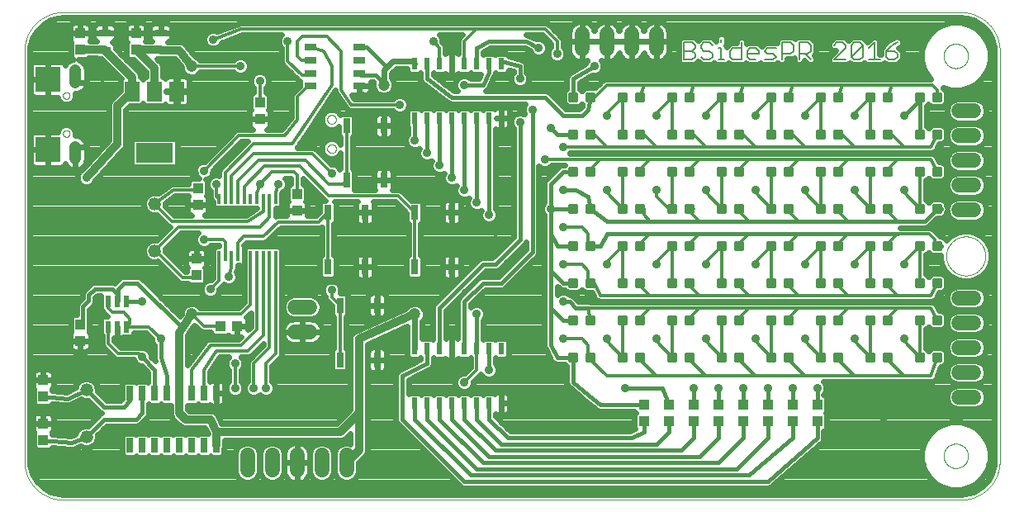
<source format=gtl>
G75*
%MOIN*%
%OFA0B0*%
%FSLAX25Y25*%
%IPPOS*%
%LPD*%
%AMOC8*
5,1,8,0,0,1.08239X$1,22.5*
%
%ADD10C,0.00000*%
%ADD11C,0.00600*%
%ADD12C,0.01181*%
%ADD13R,0.03937X0.04331*%
%ADD14C,0.05200*%
%ADD15R,0.02500X0.06000*%
%ADD16R,0.05900X0.07900*%
%ADD17R,0.15000X0.07900*%
%ADD18R,0.04724X0.03150*%
%ADD19R,0.01200X0.03900*%
%ADD20R,0.02362X0.04724*%
%ADD21R,0.03000X0.06000*%
%ADD22C,0.06000*%
%ADD23R,0.02165X0.04724*%
%ADD24R,0.04331X0.03937*%
%ADD25R,0.05000X0.02500*%
%ADD26R,0.09843X0.09843*%
%ADD27C,0.04756*%
%ADD28C,0.02400*%
%ADD29C,0.03562*%
%ADD30C,0.04724*%
%ADD31C,0.03600*%
%ADD32C,0.03200*%
%ADD33C,0.01600*%
%ADD34C,0.01200*%
D10*
X0020048Y0004300D02*
X0382253Y0004300D01*
X0382634Y0004305D01*
X0383014Y0004318D01*
X0383394Y0004341D01*
X0383773Y0004374D01*
X0384151Y0004415D01*
X0384528Y0004465D01*
X0384904Y0004525D01*
X0385279Y0004593D01*
X0385651Y0004671D01*
X0386022Y0004758D01*
X0386390Y0004853D01*
X0386756Y0004958D01*
X0387119Y0005071D01*
X0387480Y0005193D01*
X0387837Y0005323D01*
X0388191Y0005463D01*
X0388542Y0005610D01*
X0388889Y0005767D01*
X0389232Y0005931D01*
X0389571Y0006104D01*
X0389906Y0006285D01*
X0390237Y0006474D01*
X0390562Y0006671D01*
X0390883Y0006875D01*
X0391199Y0007088D01*
X0391509Y0007308D01*
X0391815Y0007535D01*
X0392114Y0007770D01*
X0392408Y0008012D01*
X0392696Y0008260D01*
X0392978Y0008516D01*
X0393253Y0008779D01*
X0393522Y0009048D01*
X0393785Y0009323D01*
X0394041Y0009605D01*
X0394289Y0009893D01*
X0394531Y0010187D01*
X0394766Y0010486D01*
X0394993Y0010792D01*
X0395213Y0011102D01*
X0395426Y0011418D01*
X0395630Y0011739D01*
X0395827Y0012064D01*
X0396016Y0012395D01*
X0396197Y0012730D01*
X0396370Y0013069D01*
X0396534Y0013412D01*
X0396691Y0013759D01*
X0396838Y0014110D01*
X0396978Y0014464D01*
X0397108Y0014821D01*
X0397230Y0015182D01*
X0397343Y0015545D01*
X0397448Y0015911D01*
X0397543Y0016279D01*
X0397630Y0016650D01*
X0397708Y0017022D01*
X0397776Y0017397D01*
X0397836Y0017773D01*
X0397886Y0018150D01*
X0397927Y0018528D01*
X0397960Y0018907D01*
X0397983Y0019287D01*
X0397996Y0019667D01*
X0398001Y0020048D01*
X0398001Y0185402D01*
X0397996Y0185783D01*
X0397983Y0186163D01*
X0397960Y0186543D01*
X0397927Y0186922D01*
X0397886Y0187300D01*
X0397836Y0187677D01*
X0397776Y0188053D01*
X0397708Y0188428D01*
X0397630Y0188800D01*
X0397543Y0189171D01*
X0397448Y0189539D01*
X0397343Y0189905D01*
X0397230Y0190268D01*
X0397108Y0190629D01*
X0396978Y0190986D01*
X0396838Y0191340D01*
X0396691Y0191691D01*
X0396534Y0192038D01*
X0396370Y0192381D01*
X0396197Y0192720D01*
X0396016Y0193055D01*
X0395827Y0193386D01*
X0395630Y0193711D01*
X0395426Y0194032D01*
X0395213Y0194348D01*
X0394993Y0194658D01*
X0394766Y0194964D01*
X0394531Y0195263D01*
X0394289Y0195557D01*
X0394041Y0195845D01*
X0393785Y0196127D01*
X0393522Y0196402D01*
X0393253Y0196671D01*
X0392978Y0196934D01*
X0392696Y0197190D01*
X0392408Y0197438D01*
X0392114Y0197680D01*
X0391815Y0197915D01*
X0391509Y0198142D01*
X0391199Y0198362D01*
X0390883Y0198575D01*
X0390562Y0198779D01*
X0390237Y0198976D01*
X0389906Y0199165D01*
X0389571Y0199346D01*
X0389232Y0199519D01*
X0388889Y0199683D01*
X0388542Y0199840D01*
X0388191Y0199987D01*
X0387837Y0200127D01*
X0387480Y0200257D01*
X0387119Y0200379D01*
X0386756Y0200492D01*
X0386390Y0200597D01*
X0386022Y0200692D01*
X0385651Y0200779D01*
X0385279Y0200857D01*
X0384904Y0200925D01*
X0384528Y0200985D01*
X0384151Y0201035D01*
X0383773Y0201076D01*
X0383394Y0201109D01*
X0383014Y0201132D01*
X0382634Y0201145D01*
X0382253Y0201150D01*
X0020048Y0201150D01*
X0019667Y0201145D01*
X0019287Y0201132D01*
X0018907Y0201109D01*
X0018528Y0201076D01*
X0018150Y0201035D01*
X0017773Y0200985D01*
X0017397Y0200925D01*
X0017022Y0200857D01*
X0016650Y0200779D01*
X0016279Y0200692D01*
X0015911Y0200597D01*
X0015545Y0200492D01*
X0015182Y0200379D01*
X0014821Y0200257D01*
X0014464Y0200127D01*
X0014110Y0199987D01*
X0013759Y0199840D01*
X0013412Y0199683D01*
X0013069Y0199519D01*
X0012730Y0199346D01*
X0012395Y0199165D01*
X0012064Y0198976D01*
X0011739Y0198779D01*
X0011418Y0198575D01*
X0011102Y0198362D01*
X0010792Y0198142D01*
X0010486Y0197915D01*
X0010187Y0197680D01*
X0009893Y0197438D01*
X0009605Y0197190D01*
X0009323Y0196934D01*
X0009048Y0196671D01*
X0008779Y0196402D01*
X0008516Y0196127D01*
X0008260Y0195845D01*
X0008012Y0195557D01*
X0007770Y0195263D01*
X0007535Y0194964D01*
X0007308Y0194658D01*
X0007088Y0194348D01*
X0006875Y0194032D01*
X0006671Y0193711D01*
X0006474Y0193386D01*
X0006285Y0193055D01*
X0006104Y0192720D01*
X0005931Y0192381D01*
X0005767Y0192038D01*
X0005610Y0191691D01*
X0005463Y0191340D01*
X0005323Y0190986D01*
X0005193Y0190629D01*
X0005071Y0190268D01*
X0004958Y0189905D01*
X0004853Y0189539D01*
X0004758Y0189171D01*
X0004671Y0188800D01*
X0004593Y0188428D01*
X0004525Y0188053D01*
X0004465Y0187677D01*
X0004415Y0187300D01*
X0004374Y0186922D01*
X0004341Y0186543D01*
X0004318Y0186163D01*
X0004305Y0185783D01*
X0004300Y0185402D01*
X0004300Y0020048D01*
X0004305Y0019667D01*
X0004318Y0019287D01*
X0004341Y0018907D01*
X0004374Y0018528D01*
X0004415Y0018150D01*
X0004465Y0017773D01*
X0004525Y0017397D01*
X0004593Y0017022D01*
X0004671Y0016650D01*
X0004758Y0016279D01*
X0004853Y0015911D01*
X0004958Y0015545D01*
X0005071Y0015182D01*
X0005193Y0014821D01*
X0005323Y0014464D01*
X0005463Y0014110D01*
X0005610Y0013759D01*
X0005767Y0013412D01*
X0005931Y0013069D01*
X0006104Y0012730D01*
X0006285Y0012395D01*
X0006474Y0012064D01*
X0006671Y0011739D01*
X0006875Y0011418D01*
X0007088Y0011102D01*
X0007308Y0010792D01*
X0007535Y0010486D01*
X0007770Y0010187D01*
X0008012Y0009893D01*
X0008260Y0009605D01*
X0008516Y0009323D01*
X0008779Y0009048D01*
X0009048Y0008779D01*
X0009323Y0008516D01*
X0009605Y0008260D01*
X0009893Y0008012D01*
X0010187Y0007770D01*
X0010486Y0007535D01*
X0010792Y0007308D01*
X0011102Y0007088D01*
X0011418Y0006875D01*
X0011739Y0006671D01*
X0012064Y0006474D01*
X0012395Y0006285D01*
X0012730Y0006104D01*
X0013069Y0005931D01*
X0013412Y0005767D01*
X0013759Y0005610D01*
X0014110Y0005463D01*
X0014464Y0005323D01*
X0014821Y0005193D01*
X0015182Y0005071D01*
X0015545Y0004958D01*
X0015911Y0004853D01*
X0016279Y0004758D01*
X0016650Y0004671D01*
X0017022Y0004593D01*
X0017397Y0004525D01*
X0017773Y0004465D01*
X0018150Y0004415D01*
X0018528Y0004374D01*
X0018907Y0004341D01*
X0019287Y0004318D01*
X0019667Y0004305D01*
X0020048Y0004300D01*
X0014930Y0144457D02*
X0012568Y0144457D01*
X0012502Y0144465D01*
X0012438Y0144477D01*
X0012374Y0144493D01*
X0012311Y0144512D01*
X0012250Y0144536D01*
X0012190Y0144563D01*
X0012132Y0144593D01*
X0012076Y0144627D01*
X0012022Y0144664D01*
X0011970Y0144705D01*
X0011921Y0144749D01*
X0011874Y0144795D01*
X0011831Y0144844D01*
X0011790Y0144896D01*
X0011753Y0144950D01*
X0011719Y0145006D01*
X0011689Y0145064D01*
X0011662Y0145124D01*
X0011638Y0145185D01*
X0011619Y0145248D01*
X0011603Y0145312D01*
X0011591Y0145376D01*
X0011583Y0145442D01*
X0011579Y0145507D01*
X0011579Y0145573D01*
X0011583Y0145638D01*
X0011583Y0145639D02*
X0011579Y0145704D01*
X0011579Y0145770D01*
X0011583Y0145835D01*
X0011591Y0145901D01*
X0011603Y0145965D01*
X0011619Y0146029D01*
X0011638Y0146092D01*
X0011662Y0146153D01*
X0011689Y0146213D01*
X0011719Y0146271D01*
X0011753Y0146327D01*
X0011790Y0146381D01*
X0011831Y0146433D01*
X0011874Y0146482D01*
X0011921Y0146528D01*
X0011970Y0146572D01*
X0012022Y0146613D01*
X0012076Y0146650D01*
X0012132Y0146684D01*
X0012190Y0146714D01*
X0012250Y0146741D01*
X0012311Y0146765D01*
X0012374Y0146784D01*
X0012438Y0146800D01*
X0012502Y0146812D01*
X0012568Y0146820D01*
X0014930Y0146820D01*
X0014929Y0146820D02*
X0014992Y0146812D01*
X0015054Y0146801D01*
X0015116Y0146786D01*
X0015176Y0146768D01*
X0015236Y0146746D01*
X0015294Y0146721D01*
X0015350Y0146692D01*
X0015405Y0146660D01*
X0015457Y0146625D01*
X0015508Y0146587D01*
X0015556Y0146547D01*
X0015602Y0146503D01*
X0015645Y0146457D01*
X0015686Y0146408D01*
X0015724Y0146357D01*
X0015758Y0146305D01*
X0015790Y0146250D01*
X0015818Y0146193D01*
X0015843Y0146135D01*
X0015864Y0146075D01*
X0015882Y0146015D01*
X0015896Y0145953D01*
X0015907Y0145891D01*
X0015914Y0145828D01*
X0015918Y0145765D01*
X0015917Y0145702D01*
X0015914Y0145639D01*
X0015914Y0145638D02*
X0015917Y0145575D01*
X0015918Y0145512D01*
X0015914Y0145449D01*
X0015907Y0145386D01*
X0015896Y0145324D01*
X0015882Y0145262D01*
X0015864Y0145202D01*
X0015843Y0145142D01*
X0015818Y0145084D01*
X0015790Y0145027D01*
X0015758Y0144972D01*
X0015724Y0144920D01*
X0015686Y0144869D01*
X0015645Y0144820D01*
X0015602Y0144774D01*
X0015556Y0144730D01*
X0015508Y0144690D01*
X0015457Y0144652D01*
X0015405Y0144617D01*
X0015350Y0144585D01*
X0015294Y0144556D01*
X0015236Y0144531D01*
X0015176Y0144509D01*
X0015116Y0144491D01*
X0015054Y0144476D01*
X0014992Y0144465D01*
X0014929Y0144457D01*
X0019851Y0152135D02*
X0019853Y0152209D01*
X0019859Y0152283D01*
X0019869Y0152356D01*
X0019883Y0152429D01*
X0019900Y0152501D01*
X0019922Y0152571D01*
X0019947Y0152641D01*
X0019976Y0152709D01*
X0020009Y0152775D01*
X0020045Y0152840D01*
X0020085Y0152902D01*
X0020127Y0152963D01*
X0020173Y0153021D01*
X0020222Y0153076D01*
X0020274Y0153129D01*
X0020329Y0153179D01*
X0020386Y0153225D01*
X0020446Y0153269D01*
X0020508Y0153309D01*
X0020572Y0153346D01*
X0020638Y0153380D01*
X0020706Y0153410D01*
X0020775Y0153436D01*
X0020846Y0153459D01*
X0020917Y0153477D01*
X0020990Y0153492D01*
X0021063Y0153503D01*
X0021137Y0153510D01*
X0021211Y0153513D01*
X0021284Y0153512D01*
X0021358Y0153507D01*
X0021432Y0153498D01*
X0021505Y0153485D01*
X0021577Y0153468D01*
X0021648Y0153448D01*
X0021718Y0153423D01*
X0021786Y0153395D01*
X0021853Y0153364D01*
X0021918Y0153328D01*
X0021981Y0153290D01*
X0022042Y0153248D01*
X0022101Y0153202D01*
X0022157Y0153154D01*
X0022210Y0153103D01*
X0022260Y0153049D01*
X0022308Y0152992D01*
X0022352Y0152933D01*
X0022394Y0152871D01*
X0022432Y0152808D01*
X0022466Y0152742D01*
X0022497Y0152675D01*
X0022524Y0152606D01*
X0022547Y0152536D01*
X0022567Y0152465D01*
X0022583Y0152392D01*
X0022595Y0152319D01*
X0022603Y0152246D01*
X0022607Y0152172D01*
X0022607Y0152098D01*
X0022603Y0152024D01*
X0022595Y0151951D01*
X0022583Y0151878D01*
X0022567Y0151805D01*
X0022547Y0151734D01*
X0022524Y0151664D01*
X0022497Y0151595D01*
X0022466Y0151528D01*
X0022432Y0151462D01*
X0022394Y0151399D01*
X0022352Y0151337D01*
X0022308Y0151278D01*
X0022260Y0151221D01*
X0022210Y0151167D01*
X0022157Y0151116D01*
X0022101Y0151068D01*
X0022042Y0151022D01*
X0021981Y0150980D01*
X0021918Y0150942D01*
X0021853Y0150906D01*
X0021786Y0150875D01*
X0021718Y0150847D01*
X0021648Y0150822D01*
X0021577Y0150802D01*
X0021505Y0150785D01*
X0021432Y0150772D01*
X0021358Y0150763D01*
X0021284Y0150758D01*
X0021211Y0150757D01*
X0021137Y0150760D01*
X0021063Y0150767D01*
X0020990Y0150778D01*
X0020917Y0150793D01*
X0020846Y0150811D01*
X0020775Y0150834D01*
X0020706Y0150860D01*
X0020638Y0150890D01*
X0020572Y0150924D01*
X0020508Y0150961D01*
X0020446Y0151001D01*
X0020386Y0151045D01*
X0020329Y0151091D01*
X0020274Y0151141D01*
X0020222Y0151194D01*
X0020173Y0151249D01*
X0020127Y0151307D01*
X0020085Y0151368D01*
X0020045Y0151430D01*
X0020009Y0151495D01*
X0019976Y0151561D01*
X0019947Y0151629D01*
X0019922Y0151699D01*
X0019900Y0151769D01*
X0019883Y0151841D01*
X0019869Y0151914D01*
X0019859Y0151987D01*
X0019853Y0152061D01*
X0019851Y0152135D01*
X0019851Y0167489D02*
X0019853Y0167563D01*
X0019859Y0167637D01*
X0019869Y0167710D01*
X0019883Y0167783D01*
X0019900Y0167855D01*
X0019922Y0167925D01*
X0019947Y0167995D01*
X0019976Y0168063D01*
X0020009Y0168129D01*
X0020045Y0168194D01*
X0020085Y0168256D01*
X0020127Y0168317D01*
X0020173Y0168375D01*
X0020222Y0168430D01*
X0020274Y0168483D01*
X0020329Y0168533D01*
X0020386Y0168579D01*
X0020446Y0168623D01*
X0020508Y0168663D01*
X0020572Y0168700D01*
X0020638Y0168734D01*
X0020706Y0168764D01*
X0020775Y0168790D01*
X0020846Y0168813D01*
X0020917Y0168831D01*
X0020990Y0168846D01*
X0021063Y0168857D01*
X0021137Y0168864D01*
X0021211Y0168867D01*
X0021284Y0168866D01*
X0021358Y0168861D01*
X0021432Y0168852D01*
X0021505Y0168839D01*
X0021577Y0168822D01*
X0021648Y0168802D01*
X0021718Y0168777D01*
X0021786Y0168749D01*
X0021853Y0168718D01*
X0021918Y0168682D01*
X0021981Y0168644D01*
X0022042Y0168602D01*
X0022101Y0168556D01*
X0022157Y0168508D01*
X0022210Y0168457D01*
X0022260Y0168403D01*
X0022308Y0168346D01*
X0022352Y0168287D01*
X0022394Y0168225D01*
X0022432Y0168162D01*
X0022466Y0168096D01*
X0022497Y0168029D01*
X0022524Y0167960D01*
X0022547Y0167890D01*
X0022567Y0167819D01*
X0022583Y0167746D01*
X0022595Y0167673D01*
X0022603Y0167600D01*
X0022607Y0167526D01*
X0022607Y0167452D01*
X0022603Y0167378D01*
X0022595Y0167305D01*
X0022583Y0167232D01*
X0022567Y0167159D01*
X0022547Y0167088D01*
X0022524Y0167018D01*
X0022497Y0166949D01*
X0022466Y0166882D01*
X0022432Y0166816D01*
X0022394Y0166753D01*
X0022352Y0166691D01*
X0022308Y0166632D01*
X0022260Y0166575D01*
X0022210Y0166521D01*
X0022157Y0166470D01*
X0022101Y0166422D01*
X0022042Y0166376D01*
X0021981Y0166334D01*
X0021918Y0166296D01*
X0021853Y0166260D01*
X0021786Y0166229D01*
X0021718Y0166201D01*
X0021648Y0166176D01*
X0021577Y0166156D01*
X0021505Y0166139D01*
X0021432Y0166126D01*
X0021358Y0166117D01*
X0021284Y0166112D01*
X0021211Y0166111D01*
X0021137Y0166114D01*
X0021063Y0166121D01*
X0020990Y0166132D01*
X0020917Y0166147D01*
X0020846Y0166165D01*
X0020775Y0166188D01*
X0020706Y0166214D01*
X0020638Y0166244D01*
X0020572Y0166278D01*
X0020508Y0166315D01*
X0020446Y0166355D01*
X0020386Y0166399D01*
X0020329Y0166445D01*
X0020274Y0166495D01*
X0020222Y0166548D01*
X0020173Y0166603D01*
X0020127Y0166661D01*
X0020085Y0166722D01*
X0020045Y0166784D01*
X0020009Y0166849D01*
X0019976Y0166915D01*
X0019947Y0166983D01*
X0019922Y0167053D01*
X0019900Y0167123D01*
X0019883Y0167195D01*
X0019869Y0167268D01*
X0019859Y0167341D01*
X0019853Y0167415D01*
X0019851Y0167489D01*
X0014930Y0172804D02*
X0012568Y0172804D01*
X0012502Y0172812D01*
X0012438Y0172824D01*
X0012374Y0172840D01*
X0012311Y0172859D01*
X0012250Y0172883D01*
X0012190Y0172910D01*
X0012132Y0172940D01*
X0012076Y0172974D01*
X0012022Y0173011D01*
X0011970Y0173052D01*
X0011921Y0173096D01*
X0011874Y0173142D01*
X0011831Y0173191D01*
X0011790Y0173243D01*
X0011753Y0173297D01*
X0011719Y0173353D01*
X0011689Y0173411D01*
X0011662Y0173471D01*
X0011638Y0173532D01*
X0011619Y0173595D01*
X0011603Y0173659D01*
X0011591Y0173723D01*
X0011583Y0173789D01*
X0011579Y0173854D01*
X0011579Y0173920D01*
X0011583Y0173985D01*
X0011579Y0174050D01*
X0011579Y0174116D01*
X0011583Y0174181D01*
X0011591Y0174247D01*
X0011603Y0174311D01*
X0011619Y0174375D01*
X0011638Y0174438D01*
X0011662Y0174499D01*
X0011689Y0174559D01*
X0011719Y0174617D01*
X0011753Y0174673D01*
X0011790Y0174727D01*
X0011831Y0174779D01*
X0011874Y0174828D01*
X0011921Y0174874D01*
X0011970Y0174918D01*
X0012022Y0174959D01*
X0012076Y0174996D01*
X0012132Y0175030D01*
X0012190Y0175060D01*
X0012250Y0175087D01*
X0012311Y0175111D01*
X0012374Y0175130D01*
X0012438Y0175146D01*
X0012502Y0175158D01*
X0012568Y0175166D01*
X0014930Y0175166D01*
X0014929Y0175166D02*
X0014992Y0175158D01*
X0015054Y0175147D01*
X0015116Y0175132D01*
X0015176Y0175114D01*
X0015236Y0175092D01*
X0015294Y0175067D01*
X0015350Y0175038D01*
X0015405Y0175006D01*
X0015457Y0174971D01*
X0015508Y0174933D01*
X0015556Y0174893D01*
X0015602Y0174849D01*
X0015645Y0174803D01*
X0015686Y0174754D01*
X0015724Y0174703D01*
X0015758Y0174651D01*
X0015790Y0174596D01*
X0015818Y0174539D01*
X0015843Y0174481D01*
X0015864Y0174421D01*
X0015882Y0174361D01*
X0015896Y0174299D01*
X0015907Y0174237D01*
X0015914Y0174174D01*
X0015918Y0174111D01*
X0015917Y0174048D01*
X0015914Y0173985D01*
X0015917Y0173922D01*
X0015918Y0173859D01*
X0015914Y0173796D01*
X0015907Y0173733D01*
X0015896Y0173671D01*
X0015882Y0173609D01*
X0015864Y0173549D01*
X0015843Y0173489D01*
X0015818Y0173431D01*
X0015790Y0173374D01*
X0015758Y0173319D01*
X0015724Y0173267D01*
X0015686Y0173216D01*
X0015645Y0173167D01*
X0015602Y0173121D01*
X0015556Y0173077D01*
X0015508Y0173037D01*
X0015457Y0172999D01*
X0015405Y0172964D01*
X0015350Y0172932D01*
X0015294Y0172903D01*
X0015236Y0172878D01*
X0015176Y0172856D01*
X0015116Y0172838D01*
X0015054Y0172823D01*
X0014992Y0172812D01*
X0014929Y0172804D01*
X0126544Y0157843D02*
X0126546Y0157927D01*
X0126552Y0158010D01*
X0126562Y0158093D01*
X0126576Y0158176D01*
X0126593Y0158258D01*
X0126615Y0158339D01*
X0126640Y0158418D01*
X0126669Y0158497D01*
X0126702Y0158574D01*
X0126738Y0158649D01*
X0126778Y0158723D01*
X0126821Y0158795D01*
X0126868Y0158864D01*
X0126918Y0158931D01*
X0126971Y0158996D01*
X0127027Y0159058D01*
X0127085Y0159118D01*
X0127147Y0159175D01*
X0127211Y0159228D01*
X0127278Y0159279D01*
X0127347Y0159326D01*
X0127418Y0159371D01*
X0127491Y0159411D01*
X0127566Y0159448D01*
X0127643Y0159482D01*
X0127721Y0159512D01*
X0127800Y0159538D01*
X0127881Y0159561D01*
X0127963Y0159579D01*
X0128045Y0159594D01*
X0128128Y0159605D01*
X0128211Y0159612D01*
X0128295Y0159615D01*
X0128379Y0159614D01*
X0128462Y0159609D01*
X0128546Y0159600D01*
X0128628Y0159587D01*
X0128710Y0159571D01*
X0128791Y0159550D01*
X0128872Y0159526D01*
X0128950Y0159498D01*
X0129028Y0159466D01*
X0129104Y0159430D01*
X0129178Y0159391D01*
X0129250Y0159349D01*
X0129320Y0159303D01*
X0129388Y0159254D01*
X0129453Y0159202D01*
X0129516Y0159147D01*
X0129576Y0159089D01*
X0129634Y0159028D01*
X0129688Y0158964D01*
X0129740Y0158898D01*
X0129788Y0158830D01*
X0129833Y0158759D01*
X0129874Y0158686D01*
X0129913Y0158612D01*
X0129947Y0158536D01*
X0129978Y0158458D01*
X0130005Y0158379D01*
X0130029Y0158298D01*
X0130048Y0158217D01*
X0130064Y0158135D01*
X0130076Y0158052D01*
X0130084Y0157968D01*
X0130088Y0157885D01*
X0130088Y0157801D01*
X0130084Y0157718D01*
X0130076Y0157634D01*
X0130064Y0157551D01*
X0130048Y0157469D01*
X0130029Y0157388D01*
X0130005Y0157307D01*
X0129978Y0157228D01*
X0129947Y0157150D01*
X0129913Y0157074D01*
X0129874Y0157000D01*
X0129833Y0156927D01*
X0129788Y0156856D01*
X0129740Y0156788D01*
X0129688Y0156722D01*
X0129634Y0156658D01*
X0129576Y0156597D01*
X0129516Y0156539D01*
X0129453Y0156484D01*
X0129388Y0156432D01*
X0129320Y0156383D01*
X0129250Y0156337D01*
X0129178Y0156295D01*
X0129104Y0156256D01*
X0129028Y0156220D01*
X0128950Y0156188D01*
X0128872Y0156160D01*
X0128791Y0156136D01*
X0128710Y0156115D01*
X0128628Y0156099D01*
X0128546Y0156086D01*
X0128462Y0156077D01*
X0128379Y0156072D01*
X0128295Y0156071D01*
X0128211Y0156074D01*
X0128128Y0156081D01*
X0128045Y0156092D01*
X0127963Y0156107D01*
X0127881Y0156125D01*
X0127800Y0156148D01*
X0127721Y0156174D01*
X0127643Y0156204D01*
X0127566Y0156238D01*
X0127491Y0156275D01*
X0127418Y0156315D01*
X0127347Y0156360D01*
X0127278Y0156407D01*
X0127211Y0156458D01*
X0127147Y0156511D01*
X0127085Y0156568D01*
X0127027Y0156628D01*
X0126971Y0156690D01*
X0126918Y0156755D01*
X0126868Y0156822D01*
X0126821Y0156891D01*
X0126778Y0156963D01*
X0126738Y0157037D01*
X0126702Y0157112D01*
X0126669Y0157189D01*
X0126640Y0157268D01*
X0126615Y0157347D01*
X0126593Y0157428D01*
X0126576Y0157510D01*
X0126562Y0157593D01*
X0126552Y0157676D01*
X0126546Y0157759D01*
X0126544Y0157843D01*
X0126544Y0146032D02*
X0126546Y0146116D01*
X0126552Y0146199D01*
X0126562Y0146282D01*
X0126576Y0146365D01*
X0126593Y0146447D01*
X0126615Y0146528D01*
X0126640Y0146607D01*
X0126669Y0146686D01*
X0126702Y0146763D01*
X0126738Y0146838D01*
X0126778Y0146912D01*
X0126821Y0146984D01*
X0126868Y0147053D01*
X0126918Y0147120D01*
X0126971Y0147185D01*
X0127027Y0147247D01*
X0127085Y0147307D01*
X0127147Y0147364D01*
X0127211Y0147417D01*
X0127278Y0147468D01*
X0127347Y0147515D01*
X0127418Y0147560D01*
X0127491Y0147600D01*
X0127566Y0147637D01*
X0127643Y0147671D01*
X0127721Y0147701D01*
X0127800Y0147727D01*
X0127881Y0147750D01*
X0127963Y0147768D01*
X0128045Y0147783D01*
X0128128Y0147794D01*
X0128211Y0147801D01*
X0128295Y0147804D01*
X0128379Y0147803D01*
X0128462Y0147798D01*
X0128546Y0147789D01*
X0128628Y0147776D01*
X0128710Y0147760D01*
X0128791Y0147739D01*
X0128872Y0147715D01*
X0128950Y0147687D01*
X0129028Y0147655D01*
X0129104Y0147619D01*
X0129178Y0147580D01*
X0129250Y0147538D01*
X0129320Y0147492D01*
X0129388Y0147443D01*
X0129453Y0147391D01*
X0129516Y0147336D01*
X0129576Y0147278D01*
X0129634Y0147217D01*
X0129688Y0147153D01*
X0129740Y0147087D01*
X0129788Y0147019D01*
X0129833Y0146948D01*
X0129874Y0146875D01*
X0129913Y0146801D01*
X0129947Y0146725D01*
X0129978Y0146647D01*
X0130005Y0146568D01*
X0130029Y0146487D01*
X0130048Y0146406D01*
X0130064Y0146324D01*
X0130076Y0146241D01*
X0130084Y0146157D01*
X0130088Y0146074D01*
X0130088Y0145990D01*
X0130084Y0145907D01*
X0130076Y0145823D01*
X0130064Y0145740D01*
X0130048Y0145658D01*
X0130029Y0145577D01*
X0130005Y0145496D01*
X0129978Y0145417D01*
X0129947Y0145339D01*
X0129913Y0145263D01*
X0129874Y0145189D01*
X0129833Y0145116D01*
X0129788Y0145045D01*
X0129740Y0144977D01*
X0129688Y0144911D01*
X0129634Y0144847D01*
X0129576Y0144786D01*
X0129516Y0144728D01*
X0129453Y0144673D01*
X0129388Y0144621D01*
X0129320Y0144572D01*
X0129250Y0144526D01*
X0129178Y0144484D01*
X0129104Y0144445D01*
X0129028Y0144409D01*
X0128950Y0144377D01*
X0128872Y0144349D01*
X0128791Y0144325D01*
X0128710Y0144304D01*
X0128628Y0144288D01*
X0128546Y0144275D01*
X0128462Y0144266D01*
X0128379Y0144261D01*
X0128295Y0144260D01*
X0128211Y0144263D01*
X0128128Y0144270D01*
X0128045Y0144281D01*
X0127963Y0144296D01*
X0127881Y0144314D01*
X0127800Y0144337D01*
X0127721Y0144363D01*
X0127643Y0144393D01*
X0127566Y0144427D01*
X0127491Y0144464D01*
X0127418Y0144504D01*
X0127347Y0144549D01*
X0127278Y0144596D01*
X0127211Y0144647D01*
X0127147Y0144700D01*
X0127085Y0144757D01*
X0127027Y0144817D01*
X0126971Y0144879D01*
X0126918Y0144944D01*
X0126868Y0145011D01*
X0126821Y0145080D01*
X0126778Y0145152D01*
X0126738Y0145226D01*
X0126702Y0145301D01*
X0126669Y0145378D01*
X0126640Y0145457D01*
X0126615Y0145536D01*
X0126593Y0145617D01*
X0126576Y0145699D01*
X0126562Y0145782D01*
X0126552Y0145865D01*
X0126546Y0145948D01*
X0126544Y0146032D01*
X0375363Y0183434D02*
X0375365Y0183574D01*
X0375371Y0183714D01*
X0375381Y0183853D01*
X0375395Y0183992D01*
X0375413Y0184131D01*
X0375434Y0184269D01*
X0375460Y0184407D01*
X0375490Y0184544D01*
X0375523Y0184679D01*
X0375561Y0184814D01*
X0375602Y0184948D01*
X0375647Y0185081D01*
X0375695Y0185212D01*
X0375748Y0185341D01*
X0375804Y0185470D01*
X0375863Y0185596D01*
X0375927Y0185721D01*
X0375993Y0185844D01*
X0376064Y0185965D01*
X0376137Y0186084D01*
X0376214Y0186201D01*
X0376295Y0186315D01*
X0376378Y0186427D01*
X0376465Y0186537D01*
X0376555Y0186645D01*
X0376647Y0186749D01*
X0376743Y0186851D01*
X0376842Y0186951D01*
X0376943Y0187047D01*
X0377047Y0187141D01*
X0377154Y0187231D01*
X0377263Y0187318D01*
X0377375Y0187403D01*
X0377489Y0187484D01*
X0377605Y0187562D01*
X0377723Y0187636D01*
X0377844Y0187707D01*
X0377966Y0187775D01*
X0378091Y0187839D01*
X0378217Y0187900D01*
X0378344Y0187957D01*
X0378474Y0188010D01*
X0378605Y0188060D01*
X0378737Y0188105D01*
X0378870Y0188148D01*
X0379005Y0188186D01*
X0379140Y0188220D01*
X0379277Y0188251D01*
X0379414Y0188278D01*
X0379552Y0188300D01*
X0379691Y0188319D01*
X0379830Y0188334D01*
X0379969Y0188345D01*
X0380109Y0188352D01*
X0380249Y0188355D01*
X0380389Y0188354D01*
X0380529Y0188349D01*
X0380668Y0188340D01*
X0380808Y0188327D01*
X0380947Y0188310D01*
X0381085Y0188289D01*
X0381223Y0188265D01*
X0381360Y0188236D01*
X0381496Y0188204D01*
X0381631Y0188167D01*
X0381765Y0188127D01*
X0381898Y0188083D01*
X0382029Y0188035D01*
X0382159Y0187984D01*
X0382288Y0187929D01*
X0382415Y0187870D01*
X0382540Y0187807D01*
X0382663Y0187742D01*
X0382785Y0187672D01*
X0382904Y0187599D01*
X0383022Y0187523D01*
X0383137Y0187444D01*
X0383250Y0187361D01*
X0383360Y0187275D01*
X0383468Y0187186D01*
X0383573Y0187094D01*
X0383676Y0186999D01*
X0383776Y0186901D01*
X0383873Y0186801D01*
X0383967Y0186697D01*
X0384059Y0186591D01*
X0384147Y0186483D01*
X0384232Y0186372D01*
X0384314Y0186258D01*
X0384393Y0186142D01*
X0384468Y0186025D01*
X0384540Y0185905D01*
X0384608Y0185783D01*
X0384673Y0185659D01*
X0384735Y0185533D01*
X0384793Y0185406D01*
X0384847Y0185277D01*
X0384898Y0185146D01*
X0384944Y0185014D01*
X0384987Y0184881D01*
X0385027Y0184747D01*
X0385062Y0184612D01*
X0385094Y0184475D01*
X0385121Y0184338D01*
X0385145Y0184200D01*
X0385165Y0184062D01*
X0385181Y0183923D01*
X0385193Y0183783D01*
X0385201Y0183644D01*
X0385205Y0183504D01*
X0385205Y0183364D01*
X0385201Y0183224D01*
X0385193Y0183085D01*
X0385181Y0182945D01*
X0385165Y0182806D01*
X0385145Y0182668D01*
X0385121Y0182530D01*
X0385094Y0182393D01*
X0385062Y0182256D01*
X0385027Y0182121D01*
X0384987Y0181987D01*
X0384944Y0181854D01*
X0384898Y0181722D01*
X0384847Y0181591D01*
X0384793Y0181462D01*
X0384735Y0181335D01*
X0384673Y0181209D01*
X0384608Y0181085D01*
X0384540Y0180963D01*
X0384468Y0180843D01*
X0384393Y0180726D01*
X0384314Y0180610D01*
X0384232Y0180496D01*
X0384147Y0180385D01*
X0384059Y0180277D01*
X0383967Y0180171D01*
X0383873Y0180067D01*
X0383776Y0179967D01*
X0383676Y0179869D01*
X0383573Y0179774D01*
X0383468Y0179682D01*
X0383360Y0179593D01*
X0383250Y0179507D01*
X0383137Y0179424D01*
X0383022Y0179345D01*
X0382904Y0179269D01*
X0382785Y0179196D01*
X0382663Y0179126D01*
X0382540Y0179061D01*
X0382415Y0178998D01*
X0382288Y0178939D01*
X0382159Y0178884D01*
X0382029Y0178833D01*
X0381898Y0178785D01*
X0381765Y0178741D01*
X0381631Y0178701D01*
X0381496Y0178664D01*
X0381360Y0178632D01*
X0381223Y0178603D01*
X0381085Y0178579D01*
X0380947Y0178558D01*
X0380808Y0178541D01*
X0380668Y0178528D01*
X0380529Y0178519D01*
X0380389Y0178514D01*
X0380249Y0178513D01*
X0380109Y0178516D01*
X0379969Y0178523D01*
X0379830Y0178534D01*
X0379691Y0178549D01*
X0379552Y0178568D01*
X0379414Y0178590D01*
X0379277Y0178617D01*
X0379140Y0178648D01*
X0379005Y0178682D01*
X0378870Y0178720D01*
X0378737Y0178763D01*
X0378605Y0178808D01*
X0378474Y0178858D01*
X0378344Y0178911D01*
X0378217Y0178968D01*
X0378091Y0179029D01*
X0377966Y0179093D01*
X0377844Y0179161D01*
X0377723Y0179232D01*
X0377605Y0179306D01*
X0377489Y0179384D01*
X0377375Y0179465D01*
X0377263Y0179550D01*
X0377154Y0179637D01*
X0377047Y0179727D01*
X0376943Y0179821D01*
X0376842Y0179917D01*
X0376743Y0180017D01*
X0376647Y0180119D01*
X0376555Y0180223D01*
X0376465Y0180331D01*
X0376378Y0180441D01*
X0376295Y0180553D01*
X0376214Y0180667D01*
X0376137Y0180784D01*
X0376064Y0180903D01*
X0375993Y0181024D01*
X0375927Y0181147D01*
X0375863Y0181272D01*
X0375804Y0181398D01*
X0375748Y0181527D01*
X0375695Y0181656D01*
X0375647Y0181787D01*
X0375602Y0181920D01*
X0375561Y0182054D01*
X0375523Y0182189D01*
X0375490Y0182324D01*
X0375460Y0182461D01*
X0375434Y0182599D01*
X0375413Y0182737D01*
X0375395Y0182876D01*
X0375381Y0183015D01*
X0375371Y0183154D01*
X0375365Y0183294D01*
X0375363Y0183434D01*
X0376426Y0102725D02*
X0376428Y0102918D01*
X0376435Y0103111D01*
X0376447Y0103304D01*
X0376464Y0103497D01*
X0376485Y0103689D01*
X0376511Y0103880D01*
X0376542Y0104071D01*
X0376577Y0104261D01*
X0376617Y0104450D01*
X0376662Y0104638D01*
X0376711Y0104825D01*
X0376765Y0105011D01*
X0376823Y0105195D01*
X0376886Y0105378D01*
X0376954Y0105559D01*
X0377025Y0105738D01*
X0377102Y0105916D01*
X0377182Y0106092D01*
X0377267Y0106265D01*
X0377356Y0106437D01*
X0377449Y0106606D01*
X0377546Y0106773D01*
X0377648Y0106938D01*
X0377753Y0107100D01*
X0377862Y0107259D01*
X0377976Y0107416D01*
X0378093Y0107569D01*
X0378213Y0107720D01*
X0378338Y0107868D01*
X0378466Y0108013D01*
X0378597Y0108154D01*
X0378732Y0108293D01*
X0378871Y0108428D01*
X0379012Y0108559D01*
X0379157Y0108687D01*
X0379305Y0108812D01*
X0379456Y0108932D01*
X0379609Y0109049D01*
X0379766Y0109163D01*
X0379925Y0109272D01*
X0380087Y0109377D01*
X0380252Y0109479D01*
X0380419Y0109576D01*
X0380588Y0109669D01*
X0380760Y0109758D01*
X0380933Y0109843D01*
X0381109Y0109923D01*
X0381287Y0110000D01*
X0381466Y0110071D01*
X0381647Y0110139D01*
X0381830Y0110202D01*
X0382014Y0110260D01*
X0382200Y0110314D01*
X0382387Y0110363D01*
X0382575Y0110408D01*
X0382764Y0110448D01*
X0382954Y0110483D01*
X0383145Y0110514D01*
X0383336Y0110540D01*
X0383528Y0110561D01*
X0383721Y0110578D01*
X0383914Y0110590D01*
X0384107Y0110597D01*
X0384300Y0110599D01*
X0384493Y0110597D01*
X0384686Y0110590D01*
X0384879Y0110578D01*
X0385072Y0110561D01*
X0385264Y0110540D01*
X0385455Y0110514D01*
X0385646Y0110483D01*
X0385836Y0110448D01*
X0386025Y0110408D01*
X0386213Y0110363D01*
X0386400Y0110314D01*
X0386586Y0110260D01*
X0386770Y0110202D01*
X0386953Y0110139D01*
X0387134Y0110071D01*
X0387313Y0110000D01*
X0387491Y0109923D01*
X0387667Y0109843D01*
X0387840Y0109758D01*
X0388012Y0109669D01*
X0388181Y0109576D01*
X0388348Y0109479D01*
X0388513Y0109377D01*
X0388675Y0109272D01*
X0388834Y0109163D01*
X0388991Y0109049D01*
X0389144Y0108932D01*
X0389295Y0108812D01*
X0389443Y0108687D01*
X0389588Y0108559D01*
X0389729Y0108428D01*
X0389868Y0108293D01*
X0390003Y0108154D01*
X0390134Y0108013D01*
X0390262Y0107868D01*
X0390387Y0107720D01*
X0390507Y0107569D01*
X0390624Y0107416D01*
X0390738Y0107259D01*
X0390847Y0107100D01*
X0390952Y0106938D01*
X0391054Y0106773D01*
X0391151Y0106606D01*
X0391244Y0106437D01*
X0391333Y0106265D01*
X0391418Y0106092D01*
X0391498Y0105916D01*
X0391575Y0105738D01*
X0391646Y0105559D01*
X0391714Y0105378D01*
X0391777Y0105195D01*
X0391835Y0105011D01*
X0391889Y0104825D01*
X0391938Y0104638D01*
X0391983Y0104450D01*
X0392023Y0104261D01*
X0392058Y0104071D01*
X0392089Y0103880D01*
X0392115Y0103689D01*
X0392136Y0103497D01*
X0392153Y0103304D01*
X0392165Y0103111D01*
X0392172Y0102918D01*
X0392174Y0102725D01*
X0392172Y0102532D01*
X0392165Y0102339D01*
X0392153Y0102146D01*
X0392136Y0101953D01*
X0392115Y0101761D01*
X0392089Y0101570D01*
X0392058Y0101379D01*
X0392023Y0101189D01*
X0391983Y0101000D01*
X0391938Y0100812D01*
X0391889Y0100625D01*
X0391835Y0100439D01*
X0391777Y0100255D01*
X0391714Y0100072D01*
X0391646Y0099891D01*
X0391575Y0099712D01*
X0391498Y0099534D01*
X0391418Y0099358D01*
X0391333Y0099185D01*
X0391244Y0099013D01*
X0391151Y0098844D01*
X0391054Y0098677D01*
X0390952Y0098512D01*
X0390847Y0098350D01*
X0390738Y0098191D01*
X0390624Y0098034D01*
X0390507Y0097881D01*
X0390387Y0097730D01*
X0390262Y0097582D01*
X0390134Y0097437D01*
X0390003Y0097296D01*
X0389868Y0097157D01*
X0389729Y0097022D01*
X0389588Y0096891D01*
X0389443Y0096763D01*
X0389295Y0096638D01*
X0389144Y0096518D01*
X0388991Y0096401D01*
X0388834Y0096287D01*
X0388675Y0096178D01*
X0388513Y0096073D01*
X0388348Y0095971D01*
X0388181Y0095874D01*
X0388012Y0095781D01*
X0387840Y0095692D01*
X0387667Y0095607D01*
X0387491Y0095527D01*
X0387313Y0095450D01*
X0387134Y0095379D01*
X0386953Y0095311D01*
X0386770Y0095248D01*
X0386586Y0095190D01*
X0386400Y0095136D01*
X0386213Y0095087D01*
X0386025Y0095042D01*
X0385836Y0095002D01*
X0385646Y0094967D01*
X0385455Y0094936D01*
X0385264Y0094910D01*
X0385072Y0094889D01*
X0384879Y0094872D01*
X0384686Y0094860D01*
X0384493Y0094853D01*
X0384300Y0094851D01*
X0384107Y0094853D01*
X0383914Y0094860D01*
X0383721Y0094872D01*
X0383528Y0094889D01*
X0383336Y0094910D01*
X0383145Y0094936D01*
X0382954Y0094967D01*
X0382764Y0095002D01*
X0382575Y0095042D01*
X0382387Y0095087D01*
X0382200Y0095136D01*
X0382014Y0095190D01*
X0381830Y0095248D01*
X0381647Y0095311D01*
X0381466Y0095379D01*
X0381287Y0095450D01*
X0381109Y0095527D01*
X0380933Y0095607D01*
X0380760Y0095692D01*
X0380588Y0095781D01*
X0380419Y0095874D01*
X0380252Y0095971D01*
X0380087Y0096073D01*
X0379925Y0096178D01*
X0379766Y0096287D01*
X0379609Y0096401D01*
X0379456Y0096518D01*
X0379305Y0096638D01*
X0379157Y0096763D01*
X0379012Y0096891D01*
X0378871Y0097022D01*
X0378732Y0097157D01*
X0378597Y0097296D01*
X0378466Y0097437D01*
X0378338Y0097582D01*
X0378213Y0097730D01*
X0378093Y0097881D01*
X0377976Y0098034D01*
X0377862Y0098191D01*
X0377753Y0098350D01*
X0377648Y0098512D01*
X0377546Y0098677D01*
X0377449Y0098844D01*
X0377356Y0099013D01*
X0377267Y0099185D01*
X0377182Y0099358D01*
X0377102Y0099534D01*
X0377025Y0099712D01*
X0376954Y0099891D01*
X0376886Y0100072D01*
X0376823Y0100255D01*
X0376765Y0100439D01*
X0376711Y0100625D01*
X0376662Y0100812D01*
X0376617Y0101000D01*
X0376577Y0101189D01*
X0376542Y0101379D01*
X0376511Y0101570D01*
X0376485Y0101761D01*
X0376464Y0101953D01*
X0376447Y0102146D01*
X0376435Y0102339D01*
X0376428Y0102532D01*
X0376426Y0102725D01*
X0375363Y0022017D02*
X0375365Y0022157D01*
X0375371Y0022297D01*
X0375381Y0022436D01*
X0375395Y0022575D01*
X0375413Y0022714D01*
X0375434Y0022852D01*
X0375460Y0022990D01*
X0375490Y0023127D01*
X0375523Y0023262D01*
X0375561Y0023397D01*
X0375602Y0023531D01*
X0375647Y0023664D01*
X0375695Y0023795D01*
X0375748Y0023924D01*
X0375804Y0024053D01*
X0375863Y0024179D01*
X0375927Y0024304D01*
X0375993Y0024427D01*
X0376064Y0024548D01*
X0376137Y0024667D01*
X0376214Y0024784D01*
X0376295Y0024898D01*
X0376378Y0025010D01*
X0376465Y0025120D01*
X0376555Y0025228D01*
X0376647Y0025332D01*
X0376743Y0025434D01*
X0376842Y0025534D01*
X0376943Y0025630D01*
X0377047Y0025724D01*
X0377154Y0025814D01*
X0377263Y0025901D01*
X0377375Y0025986D01*
X0377489Y0026067D01*
X0377605Y0026145D01*
X0377723Y0026219D01*
X0377844Y0026290D01*
X0377966Y0026358D01*
X0378091Y0026422D01*
X0378217Y0026483D01*
X0378344Y0026540D01*
X0378474Y0026593D01*
X0378605Y0026643D01*
X0378737Y0026688D01*
X0378870Y0026731D01*
X0379005Y0026769D01*
X0379140Y0026803D01*
X0379277Y0026834D01*
X0379414Y0026861D01*
X0379552Y0026883D01*
X0379691Y0026902D01*
X0379830Y0026917D01*
X0379969Y0026928D01*
X0380109Y0026935D01*
X0380249Y0026938D01*
X0380389Y0026937D01*
X0380529Y0026932D01*
X0380668Y0026923D01*
X0380808Y0026910D01*
X0380947Y0026893D01*
X0381085Y0026872D01*
X0381223Y0026848D01*
X0381360Y0026819D01*
X0381496Y0026787D01*
X0381631Y0026750D01*
X0381765Y0026710D01*
X0381898Y0026666D01*
X0382029Y0026618D01*
X0382159Y0026567D01*
X0382288Y0026512D01*
X0382415Y0026453D01*
X0382540Y0026390D01*
X0382663Y0026325D01*
X0382785Y0026255D01*
X0382904Y0026182D01*
X0383022Y0026106D01*
X0383137Y0026027D01*
X0383250Y0025944D01*
X0383360Y0025858D01*
X0383468Y0025769D01*
X0383573Y0025677D01*
X0383676Y0025582D01*
X0383776Y0025484D01*
X0383873Y0025384D01*
X0383967Y0025280D01*
X0384059Y0025174D01*
X0384147Y0025066D01*
X0384232Y0024955D01*
X0384314Y0024841D01*
X0384393Y0024725D01*
X0384468Y0024608D01*
X0384540Y0024488D01*
X0384608Y0024366D01*
X0384673Y0024242D01*
X0384735Y0024116D01*
X0384793Y0023989D01*
X0384847Y0023860D01*
X0384898Y0023729D01*
X0384944Y0023597D01*
X0384987Y0023464D01*
X0385027Y0023330D01*
X0385062Y0023195D01*
X0385094Y0023058D01*
X0385121Y0022921D01*
X0385145Y0022783D01*
X0385165Y0022645D01*
X0385181Y0022506D01*
X0385193Y0022366D01*
X0385201Y0022227D01*
X0385205Y0022087D01*
X0385205Y0021947D01*
X0385201Y0021807D01*
X0385193Y0021668D01*
X0385181Y0021528D01*
X0385165Y0021389D01*
X0385145Y0021251D01*
X0385121Y0021113D01*
X0385094Y0020976D01*
X0385062Y0020839D01*
X0385027Y0020704D01*
X0384987Y0020570D01*
X0384944Y0020437D01*
X0384898Y0020305D01*
X0384847Y0020174D01*
X0384793Y0020045D01*
X0384735Y0019918D01*
X0384673Y0019792D01*
X0384608Y0019668D01*
X0384540Y0019546D01*
X0384468Y0019426D01*
X0384393Y0019309D01*
X0384314Y0019193D01*
X0384232Y0019079D01*
X0384147Y0018968D01*
X0384059Y0018860D01*
X0383967Y0018754D01*
X0383873Y0018650D01*
X0383776Y0018550D01*
X0383676Y0018452D01*
X0383573Y0018357D01*
X0383468Y0018265D01*
X0383360Y0018176D01*
X0383250Y0018090D01*
X0383137Y0018007D01*
X0383022Y0017928D01*
X0382904Y0017852D01*
X0382785Y0017779D01*
X0382663Y0017709D01*
X0382540Y0017644D01*
X0382415Y0017581D01*
X0382288Y0017522D01*
X0382159Y0017467D01*
X0382029Y0017416D01*
X0381898Y0017368D01*
X0381765Y0017324D01*
X0381631Y0017284D01*
X0381496Y0017247D01*
X0381360Y0017215D01*
X0381223Y0017186D01*
X0381085Y0017162D01*
X0380947Y0017141D01*
X0380808Y0017124D01*
X0380668Y0017111D01*
X0380529Y0017102D01*
X0380389Y0017097D01*
X0380249Y0017096D01*
X0380109Y0017099D01*
X0379969Y0017106D01*
X0379830Y0017117D01*
X0379691Y0017132D01*
X0379552Y0017151D01*
X0379414Y0017173D01*
X0379277Y0017200D01*
X0379140Y0017231D01*
X0379005Y0017265D01*
X0378870Y0017303D01*
X0378737Y0017346D01*
X0378605Y0017391D01*
X0378474Y0017441D01*
X0378344Y0017494D01*
X0378217Y0017551D01*
X0378091Y0017612D01*
X0377966Y0017676D01*
X0377844Y0017744D01*
X0377723Y0017815D01*
X0377605Y0017889D01*
X0377489Y0017967D01*
X0377375Y0018048D01*
X0377263Y0018133D01*
X0377154Y0018220D01*
X0377047Y0018310D01*
X0376943Y0018404D01*
X0376842Y0018500D01*
X0376743Y0018600D01*
X0376647Y0018702D01*
X0376555Y0018806D01*
X0376465Y0018914D01*
X0376378Y0019024D01*
X0376295Y0019136D01*
X0376214Y0019250D01*
X0376137Y0019367D01*
X0376064Y0019486D01*
X0375993Y0019607D01*
X0375927Y0019730D01*
X0375863Y0019855D01*
X0375804Y0019981D01*
X0375748Y0020110D01*
X0375695Y0020239D01*
X0375647Y0020370D01*
X0375602Y0020503D01*
X0375561Y0020637D01*
X0375523Y0020772D01*
X0375490Y0020907D01*
X0375460Y0021044D01*
X0375434Y0021182D01*
X0375413Y0021320D01*
X0375395Y0021459D01*
X0375381Y0021598D01*
X0375371Y0021737D01*
X0375365Y0021877D01*
X0375363Y0022017D01*
D11*
X0355573Y0182000D02*
X0353238Y0182000D01*
X0352070Y0183168D01*
X0352070Y0185503D01*
X0355573Y0185503D01*
X0356741Y0184335D01*
X0356741Y0183168D01*
X0355573Y0182000D01*
X0352070Y0185503D02*
X0354406Y0187838D01*
X0356741Y0189006D01*
X0347408Y0189006D02*
X0347408Y0182000D01*
X0349743Y0182000D02*
X0345072Y0182000D01*
X0342745Y0183168D02*
X0341577Y0182000D01*
X0339242Y0182000D01*
X0338074Y0183168D01*
X0342745Y0187838D01*
X0342745Y0183168D01*
X0338074Y0183168D02*
X0338074Y0187838D01*
X0339242Y0189006D01*
X0341577Y0189006D01*
X0342745Y0187838D01*
X0345072Y0186671D02*
X0347408Y0189006D01*
X0335747Y0187838D02*
X0334579Y0189006D01*
X0332244Y0189006D01*
X0331076Y0187838D01*
X0335747Y0187838D02*
X0335747Y0186671D01*
X0331076Y0182000D01*
X0335747Y0182000D01*
X0321751Y0182000D02*
X0319416Y0184335D01*
X0320584Y0184335D02*
X0317081Y0184335D01*
X0317081Y0182000D02*
X0317081Y0189006D01*
X0320584Y0189006D01*
X0321751Y0187838D01*
X0321751Y0185503D01*
X0320584Y0184335D01*
X0314753Y0185503D02*
X0314753Y0187838D01*
X0313586Y0189006D01*
X0310083Y0189006D01*
X0310083Y0182000D01*
X0310083Y0184335D02*
X0313586Y0184335D01*
X0314753Y0185503D01*
X0307755Y0186671D02*
X0304252Y0186671D01*
X0303085Y0185503D01*
X0304252Y0184335D01*
X0306588Y0184335D01*
X0307755Y0183168D01*
X0306588Y0182000D01*
X0303085Y0182000D01*
X0300757Y0184335D02*
X0296087Y0184335D01*
X0296087Y0183168D02*
X0296087Y0185503D01*
X0297254Y0186671D01*
X0299590Y0186671D01*
X0300757Y0185503D01*
X0300757Y0184335D01*
X0299590Y0182000D02*
X0297254Y0182000D01*
X0296087Y0183168D01*
X0293759Y0182000D02*
X0290256Y0182000D01*
X0289089Y0183168D01*
X0289089Y0185503D01*
X0290256Y0186671D01*
X0293759Y0186671D01*
X0293759Y0189006D02*
X0293759Y0182000D01*
X0286759Y0182000D02*
X0284423Y0182000D01*
X0285591Y0182000D02*
X0285591Y0186671D01*
X0284423Y0186671D01*
X0282096Y0187838D02*
X0280928Y0189006D01*
X0278593Y0189006D01*
X0277425Y0187838D01*
X0277425Y0186671D01*
X0278593Y0185503D01*
X0280928Y0185503D01*
X0282096Y0184335D01*
X0282096Y0183168D01*
X0280928Y0182000D01*
X0278593Y0182000D01*
X0277425Y0183168D01*
X0275098Y0183168D02*
X0273930Y0182000D01*
X0270427Y0182000D01*
X0270427Y0189006D01*
X0273930Y0189006D01*
X0275098Y0187838D01*
X0275098Y0186671D01*
X0273930Y0185503D01*
X0270427Y0185503D01*
X0273930Y0185503D02*
X0275098Y0184335D01*
X0275098Y0183168D01*
X0285591Y0189006D02*
X0285591Y0190174D01*
D12*
X0287225Y0168178D02*
X0287225Y0165422D01*
X0284469Y0165422D01*
X0284469Y0168178D01*
X0287225Y0168178D01*
X0287225Y0166602D02*
X0284469Y0166602D01*
X0284469Y0167782D02*
X0287225Y0167782D01*
X0294131Y0168178D02*
X0294131Y0165422D01*
X0291375Y0165422D01*
X0291375Y0168178D01*
X0294131Y0168178D01*
X0294131Y0166602D02*
X0291375Y0166602D01*
X0291375Y0167782D02*
X0294131Y0167782D01*
X0307225Y0168178D02*
X0307225Y0165422D01*
X0304469Y0165422D01*
X0304469Y0168178D01*
X0307225Y0168178D01*
X0307225Y0166602D02*
X0304469Y0166602D01*
X0304469Y0167782D02*
X0307225Y0167782D01*
X0314131Y0168178D02*
X0314131Y0165422D01*
X0311375Y0165422D01*
X0311375Y0168178D01*
X0314131Y0168178D01*
X0314131Y0166602D02*
X0311375Y0166602D01*
X0311375Y0167782D02*
X0314131Y0167782D01*
X0327225Y0168178D02*
X0327225Y0165422D01*
X0324469Y0165422D01*
X0324469Y0168178D01*
X0327225Y0168178D01*
X0327225Y0166602D02*
X0324469Y0166602D01*
X0324469Y0167782D02*
X0327225Y0167782D01*
X0334131Y0168178D02*
X0334131Y0165422D01*
X0331375Y0165422D01*
X0331375Y0168178D01*
X0334131Y0168178D01*
X0334131Y0166602D02*
X0331375Y0166602D01*
X0331375Y0167782D02*
X0334131Y0167782D01*
X0347225Y0168178D02*
X0347225Y0165422D01*
X0344469Y0165422D01*
X0344469Y0168178D01*
X0347225Y0168178D01*
X0347225Y0166602D02*
X0344469Y0166602D01*
X0344469Y0167782D02*
X0347225Y0167782D01*
X0354131Y0168178D02*
X0354131Y0165422D01*
X0351375Y0165422D01*
X0351375Y0168178D01*
X0354131Y0168178D01*
X0354131Y0166602D02*
X0351375Y0166602D01*
X0351375Y0167782D02*
X0354131Y0167782D01*
X0367147Y0168178D02*
X0367147Y0165422D01*
X0364391Y0165422D01*
X0364391Y0168178D01*
X0367147Y0168178D01*
X0367147Y0166602D02*
X0364391Y0166602D01*
X0364391Y0167782D02*
X0367147Y0167782D01*
X0374052Y0168178D02*
X0374052Y0165422D01*
X0371296Y0165422D01*
X0371296Y0168178D01*
X0374052Y0168178D01*
X0374052Y0166602D02*
X0371296Y0166602D01*
X0371296Y0167782D02*
X0374052Y0167782D01*
X0374131Y0153178D02*
X0374131Y0150422D01*
X0371375Y0150422D01*
X0371375Y0153178D01*
X0374131Y0153178D01*
X0374131Y0151602D02*
X0371375Y0151602D01*
X0371375Y0152782D02*
X0374131Y0152782D01*
X0367225Y0153178D02*
X0367225Y0150422D01*
X0364469Y0150422D01*
X0364469Y0153178D01*
X0367225Y0153178D01*
X0367225Y0151602D02*
X0364469Y0151602D01*
X0364469Y0152782D02*
X0367225Y0152782D01*
X0354131Y0153178D02*
X0354131Y0150422D01*
X0351375Y0150422D01*
X0351375Y0153178D01*
X0354131Y0153178D01*
X0354131Y0151602D02*
X0351375Y0151602D01*
X0351375Y0152782D02*
X0354131Y0152782D01*
X0347225Y0153178D02*
X0347225Y0150422D01*
X0344469Y0150422D01*
X0344469Y0153178D01*
X0347225Y0153178D01*
X0347225Y0151602D02*
X0344469Y0151602D01*
X0344469Y0152782D02*
X0347225Y0152782D01*
X0334131Y0153178D02*
X0334131Y0150422D01*
X0331375Y0150422D01*
X0331375Y0153178D01*
X0334131Y0153178D01*
X0334131Y0151602D02*
X0331375Y0151602D01*
X0331375Y0152782D02*
X0334131Y0152782D01*
X0327225Y0153178D02*
X0327225Y0150422D01*
X0324469Y0150422D01*
X0324469Y0153178D01*
X0327225Y0153178D01*
X0327225Y0151602D02*
X0324469Y0151602D01*
X0324469Y0152782D02*
X0327225Y0152782D01*
X0314131Y0153178D02*
X0314131Y0150422D01*
X0311375Y0150422D01*
X0311375Y0153178D01*
X0314131Y0153178D01*
X0314131Y0151602D02*
X0311375Y0151602D01*
X0311375Y0152782D02*
X0314131Y0152782D01*
X0307225Y0153178D02*
X0307225Y0150422D01*
X0304469Y0150422D01*
X0304469Y0153178D01*
X0307225Y0153178D01*
X0307225Y0151602D02*
X0304469Y0151602D01*
X0304469Y0152782D02*
X0307225Y0152782D01*
X0294131Y0153178D02*
X0294131Y0150422D01*
X0291375Y0150422D01*
X0291375Y0153178D01*
X0294131Y0153178D01*
X0294131Y0151602D02*
X0291375Y0151602D01*
X0291375Y0152782D02*
X0294131Y0152782D01*
X0287225Y0153178D02*
X0287225Y0150422D01*
X0284469Y0150422D01*
X0284469Y0153178D01*
X0287225Y0153178D01*
X0287225Y0151602D02*
X0284469Y0151602D01*
X0284469Y0152782D02*
X0287225Y0152782D01*
X0274131Y0153178D02*
X0274131Y0150422D01*
X0271375Y0150422D01*
X0271375Y0153178D01*
X0274131Y0153178D01*
X0274131Y0151602D02*
X0271375Y0151602D01*
X0271375Y0152782D02*
X0274131Y0152782D01*
X0267225Y0153178D02*
X0267225Y0150422D01*
X0264469Y0150422D01*
X0264469Y0153178D01*
X0267225Y0153178D01*
X0267225Y0151602D02*
X0264469Y0151602D01*
X0264469Y0152782D02*
X0267225Y0152782D01*
X0254131Y0153178D02*
X0254131Y0150422D01*
X0251375Y0150422D01*
X0251375Y0153178D01*
X0254131Y0153178D01*
X0254131Y0151602D02*
X0251375Y0151602D01*
X0251375Y0152782D02*
X0254131Y0152782D01*
X0247225Y0153178D02*
X0247225Y0150422D01*
X0244469Y0150422D01*
X0244469Y0153178D01*
X0247225Y0153178D01*
X0247225Y0151602D02*
X0244469Y0151602D01*
X0244469Y0152782D02*
X0247225Y0152782D01*
X0234131Y0153178D02*
X0234131Y0150422D01*
X0231375Y0150422D01*
X0231375Y0153178D01*
X0234131Y0153178D01*
X0234131Y0151602D02*
X0231375Y0151602D01*
X0231375Y0152782D02*
X0234131Y0152782D01*
X0227225Y0153178D02*
X0227225Y0150422D01*
X0224469Y0150422D01*
X0224469Y0153178D01*
X0227225Y0153178D01*
X0227225Y0151602D02*
X0224469Y0151602D01*
X0224469Y0152782D02*
X0227225Y0152782D01*
X0227225Y0165422D02*
X0227225Y0168178D01*
X0227225Y0165422D02*
X0224469Y0165422D01*
X0224469Y0168178D01*
X0227225Y0168178D01*
X0227225Y0166602D02*
X0224469Y0166602D01*
X0224469Y0167782D02*
X0227225Y0167782D01*
X0234131Y0168178D02*
X0234131Y0165422D01*
X0231375Y0165422D01*
X0231375Y0168178D01*
X0234131Y0168178D01*
X0234131Y0166602D02*
X0231375Y0166602D01*
X0231375Y0167782D02*
X0234131Y0167782D01*
X0247225Y0168178D02*
X0247225Y0165422D01*
X0244469Y0165422D01*
X0244469Y0168178D01*
X0247225Y0168178D01*
X0247225Y0166602D02*
X0244469Y0166602D01*
X0244469Y0167782D02*
X0247225Y0167782D01*
X0254131Y0168178D02*
X0254131Y0165422D01*
X0251375Y0165422D01*
X0251375Y0168178D01*
X0254131Y0168178D01*
X0254131Y0166602D02*
X0251375Y0166602D01*
X0251375Y0167782D02*
X0254131Y0167782D01*
X0267225Y0168178D02*
X0267225Y0165422D01*
X0264469Y0165422D01*
X0264469Y0168178D01*
X0267225Y0168178D01*
X0267225Y0166602D02*
X0264469Y0166602D01*
X0264469Y0167782D02*
X0267225Y0167782D01*
X0274131Y0168178D02*
X0274131Y0165422D01*
X0271375Y0165422D01*
X0271375Y0168178D01*
X0274131Y0168178D01*
X0274131Y0166602D02*
X0271375Y0166602D01*
X0271375Y0167782D02*
X0274131Y0167782D01*
X0274131Y0138178D02*
X0274131Y0135422D01*
X0271375Y0135422D01*
X0271375Y0138178D01*
X0274131Y0138178D01*
X0274131Y0136602D02*
X0271375Y0136602D01*
X0271375Y0137782D02*
X0274131Y0137782D01*
X0267225Y0138178D02*
X0267225Y0135422D01*
X0264469Y0135422D01*
X0264469Y0138178D01*
X0267225Y0138178D01*
X0267225Y0136602D02*
X0264469Y0136602D01*
X0264469Y0137782D02*
X0267225Y0137782D01*
X0254131Y0138178D02*
X0254131Y0135422D01*
X0251375Y0135422D01*
X0251375Y0138178D01*
X0254131Y0138178D01*
X0254131Y0136602D02*
X0251375Y0136602D01*
X0251375Y0137782D02*
X0254131Y0137782D01*
X0247225Y0138178D02*
X0247225Y0135422D01*
X0244469Y0135422D01*
X0244469Y0138178D01*
X0247225Y0138178D01*
X0247225Y0136602D02*
X0244469Y0136602D01*
X0244469Y0137782D02*
X0247225Y0137782D01*
X0234131Y0138178D02*
X0234131Y0135422D01*
X0231375Y0135422D01*
X0231375Y0138178D01*
X0234131Y0138178D01*
X0234131Y0136602D02*
X0231375Y0136602D01*
X0231375Y0137782D02*
X0234131Y0137782D01*
X0227225Y0138178D02*
X0227225Y0135422D01*
X0224469Y0135422D01*
X0224469Y0138178D01*
X0227225Y0138178D01*
X0227225Y0136602D02*
X0224469Y0136602D01*
X0224469Y0137782D02*
X0227225Y0137782D01*
X0227225Y0123178D02*
X0227225Y0120422D01*
X0224469Y0120422D01*
X0224469Y0123178D01*
X0227225Y0123178D01*
X0227225Y0121602D02*
X0224469Y0121602D01*
X0224469Y0122782D02*
X0227225Y0122782D01*
X0234131Y0123178D02*
X0234131Y0120422D01*
X0231375Y0120422D01*
X0231375Y0123178D01*
X0234131Y0123178D01*
X0234131Y0121602D02*
X0231375Y0121602D01*
X0231375Y0122782D02*
X0234131Y0122782D01*
X0247225Y0123178D02*
X0247225Y0120422D01*
X0244469Y0120422D01*
X0244469Y0123178D01*
X0247225Y0123178D01*
X0247225Y0121602D02*
X0244469Y0121602D01*
X0244469Y0122782D02*
X0247225Y0122782D01*
X0254131Y0123178D02*
X0254131Y0120422D01*
X0251375Y0120422D01*
X0251375Y0123178D01*
X0254131Y0123178D01*
X0254131Y0121602D02*
X0251375Y0121602D01*
X0251375Y0122782D02*
X0254131Y0122782D01*
X0267225Y0123178D02*
X0267225Y0120422D01*
X0264469Y0120422D01*
X0264469Y0123178D01*
X0267225Y0123178D01*
X0267225Y0121602D02*
X0264469Y0121602D01*
X0264469Y0122782D02*
X0267225Y0122782D01*
X0274131Y0123178D02*
X0274131Y0120422D01*
X0271375Y0120422D01*
X0271375Y0123178D01*
X0274131Y0123178D01*
X0274131Y0121602D02*
X0271375Y0121602D01*
X0271375Y0122782D02*
X0274131Y0122782D01*
X0287225Y0123178D02*
X0287225Y0120422D01*
X0284469Y0120422D01*
X0284469Y0123178D01*
X0287225Y0123178D01*
X0287225Y0121602D02*
X0284469Y0121602D01*
X0284469Y0122782D02*
X0287225Y0122782D01*
X0294131Y0123178D02*
X0294131Y0120422D01*
X0291375Y0120422D01*
X0291375Y0123178D01*
X0294131Y0123178D01*
X0294131Y0121602D02*
X0291375Y0121602D01*
X0291375Y0122782D02*
X0294131Y0122782D01*
X0307225Y0123178D02*
X0307225Y0120422D01*
X0304469Y0120422D01*
X0304469Y0123178D01*
X0307225Y0123178D01*
X0307225Y0121602D02*
X0304469Y0121602D01*
X0304469Y0122782D02*
X0307225Y0122782D01*
X0314131Y0123178D02*
X0314131Y0120422D01*
X0311375Y0120422D01*
X0311375Y0123178D01*
X0314131Y0123178D01*
X0314131Y0121602D02*
X0311375Y0121602D01*
X0311375Y0122782D02*
X0314131Y0122782D01*
X0327225Y0123178D02*
X0327225Y0120422D01*
X0324469Y0120422D01*
X0324469Y0123178D01*
X0327225Y0123178D01*
X0327225Y0121602D02*
X0324469Y0121602D01*
X0324469Y0122782D02*
X0327225Y0122782D01*
X0334131Y0123178D02*
X0334131Y0120422D01*
X0331375Y0120422D01*
X0331375Y0123178D01*
X0334131Y0123178D01*
X0334131Y0121602D02*
X0331375Y0121602D01*
X0331375Y0122782D02*
X0334131Y0122782D01*
X0347225Y0123178D02*
X0347225Y0120422D01*
X0344469Y0120422D01*
X0344469Y0123178D01*
X0347225Y0123178D01*
X0347225Y0121602D02*
X0344469Y0121602D01*
X0344469Y0122782D02*
X0347225Y0122782D01*
X0354131Y0123178D02*
X0354131Y0120422D01*
X0351375Y0120422D01*
X0351375Y0123178D01*
X0354131Y0123178D01*
X0354131Y0121602D02*
X0351375Y0121602D01*
X0351375Y0122782D02*
X0354131Y0122782D01*
X0367225Y0123178D02*
X0367225Y0120422D01*
X0364469Y0120422D01*
X0364469Y0123178D01*
X0367225Y0123178D01*
X0367225Y0121602D02*
X0364469Y0121602D01*
X0364469Y0122782D02*
X0367225Y0122782D01*
X0374131Y0123178D02*
X0374131Y0120422D01*
X0371375Y0120422D01*
X0371375Y0123178D01*
X0374131Y0123178D01*
X0374131Y0121602D02*
X0371375Y0121602D01*
X0371375Y0122782D02*
X0374131Y0122782D01*
X0374131Y0135422D02*
X0374131Y0138178D01*
X0374131Y0135422D02*
X0371375Y0135422D01*
X0371375Y0138178D01*
X0374131Y0138178D01*
X0374131Y0136602D02*
X0371375Y0136602D01*
X0371375Y0137782D02*
X0374131Y0137782D01*
X0367225Y0138178D02*
X0367225Y0135422D01*
X0364469Y0135422D01*
X0364469Y0138178D01*
X0367225Y0138178D01*
X0367225Y0136602D02*
X0364469Y0136602D01*
X0364469Y0137782D02*
X0367225Y0137782D01*
X0354131Y0138178D02*
X0354131Y0135422D01*
X0351375Y0135422D01*
X0351375Y0138178D01*
X0354131Y0138178D01*
X0354131Y0136602D02*
X0351375Y0136602D01*
X0351375Y0137782D02*
X0354131Y0137782D01*
X0347225Y0138178D02*
X0347225Y0135422D01*
X0344469Y0135422D01*
X0344469Y0138178D01*
X0347225Y0138178D01*
X0347225Y0136602D02*
X0344469Y0136602D01*
X0344469Y0137782D02*
X0347225Y0137782D01*
X0334131Y0138178D02*
X0334131Y0135422D01*
X0331375Y0135422D01*
X0331375Y0138178D01*
X0334131Y0138178D01*
X0334131Y0136602D02*
X0331375Y0136602D01*
X0331375Y0137782D02*
X0334131Y0137782D01*
X0327225Y0138178D02*
X0327225Y0135422D01*
X0324469Y0135422D01*
X0324469Y0138178D01*
X0327225Y0138178D01*
X0327225Y0136602D02*
X0324469Y0136602D01*
X0324469Y0137782D02*
X0327225Y0137782D01*
X0314131Y0138178D02*
X0314131Y0135422D01*
X0311375Y0135422D01*
X0311375Y0138178D01*
X0314131Y0138178D01*
X0314131Y0136602D02*
X0311375Y0136602D01*
X0311375Y0137782D02*
X0314131Y0137782D01*
X0307225Y0138178D02*
X0307225Y0135422D01*
X0304469Y0135422D01*
X0304469Y0138178D01*
X0307225Y0138178D01*
X0307225Y0136602D02*
X0304469Y0136602D01*
X0304469Y0137782D02*
X0307225Y0137782D01*
X0294131Y0138178D02*
X0294131Y0135422D01*
X0291375Y0135422D01*
X0291375Y0138178D01*
X0294131Y0138178D01*
X0294131Y0136602D02*
X0291375Y0136602D01*
X0291375Y0137782D02*
X0294131Y0137782D01*
X0287225Y0138178D02*
X0287225Y0135422D01*
X0284469Y0135422D01*
X0284469Y0138178D01*
X0287225Y0138178D01*
X0287225Y0136602D02*
X0284469Y0136602D01*
X0284469Y0137782D02*
X0287225Y0137782D01*
X0287225Y0108178D02*
X0287225Y0105422D01*
X0284469Y0105422D01*
X0284469Y0108178D01*
X0287225Y0108178D01*
X0287225Y0106602D02*
X0284469Y0106602D01*
X0284469Y0107782D02*
X0287225Y0107782D01*
X0294131Y0108178D02*
X0294131Y0105422D01*
X0291375Y0105422D01*
X0291375Y0108178D01*
X0294131Y0108178D01*
X0294131Y0106602D02*
X0291375Y0106602D01*
X0291375Y0107782D02*
X0294131Y0107782D01*
X0307225Y0108178D02*
X0307225Y0105422D01*
X0304469Y0105422D01*
X0304469Y0108178D01*
X0307225Y0108178D01*
X0307225Y0106602D02*
X0304469Y0106602D01*
X0304469Y0107782D02*
X0307225Y0107782D01*
X0314131Y0108178D02*
X0314131Y0105422D01*
X0311375Y0105422D01*
X0311375Y0108178D01*
X0314131Y0108178D01*
X0314131Y0106602D02*
X0311375Y0106602D01*
X0311375Y0107782D02*
X0314131Y0107782D01*
X0327225Y0108178D02*
X0327225Y0105422D01*
X0324469Y0105422D01*
X0324469Y0108178D01*
X0327225Y0108178D01*
X0327225Y0106602D02*
X0324469Y0106602D01*
X0324469Y0107782D02*
X0327225Y0107782D01*
X0334131Y0108178D02*
X0334131Y0105422D01*
X0331375Y0105422D01*
X0331375Y0108178D01*
X0334131Y0108178D01*
X0334131Y0106602D02*
X0331375Y0106602D01*
X0331375Y0107782D02*
X0334131Y0107782D01*
X0347225Y0108178D02*
X0347225Y0105422D01*
X0344469Y0105422D01*
X0344469Y0108178D01*
X0347225Y0108178D01*
X0347225Y0106602D02*
X0344469Y0106602D01*
X0344469Y0107782D02*
X0347225Y0107782D01*
X0354131Y0108178D02*
X0354131Y0105422D01*
X0351375Y0105422D01*
X0351375Y0108178D01*
X0354131Y0108178D01*
X0354131Y0106602D02*
X0351375Y0106602D01*
X0351375Y0107782D02*
X0354131Y0107782D01*
X0367225Y0108178D02*
X0367225Y0105422D01*
X0364469Y0105422D01*
X0364469Y0108178D01*
X0367225Y0108178D01*
X0367225Y0106602D02*
X0364469Y0106602D01*
X0364469Y0107782D02*
X0367225Y0107782D01*
X0374131Y0108178D02*
X0374131Y0105422D01*
X0371375Y0105422D01*
X0371375Y0108178D01*
X0374131Y0108178D01*
X0374131Y0106602D02*
X0371375Y0106602D01*
X0371375Y0107782D02*
X0374131Y0107782D01*
X0374131Y0093178D02*
X0374131Y0090422D01*
X0371375Y0090422D01*
X0371375Y0093178D01*
X0374131Y0093178D01*
X0374131Y0091602D02*
X0371375Y0091602D01*
X0371375Y0092782D02*
X0374131Y0092782D01*
X0367225Y0093178D02*
X0367225Y0090422D01*
X0364469Y0090422D01*
X0364469Y0093178D01*
X0367225Y0093178D01*
X0367225Y0091602D02*
X0364469Y0091602D01*
X0364469Y0092782D02*
X0367225Y0092782D01*
X0354131Y0093178D02*
X0354131Y0090422D01*
X0351375Y0090422D01*
X0351375Y0093178D01*
X0354131Y0093178D01*
X0354131Y0091602D02*
X0351375Y0091602D01*
X0351375Y0092782D02*
X0354131Y0092782D01*
X0347225Y0093178D02*
X0347225Y0090422D01*
X0344469Y0090422D01*
X0344469Y0093178D01*
X0347225Y0093178D01*
X0347225Y0091602D02*
X0344469Y0091602D01*
X0344469Y0092782D02*
X0347225Y0092782D01*
X0334131Y0093178D02*
X0334131Y0090422D01*
X0331375Y0090422D01*
X0331375Y0093178D01*
X0334131Y0093178D01*
X0334131Y0091602D02*
X0331375Y0091602D01*
X0331375Y0092782D02*
X0334131Y0092782D01*
X0327225Y0093178D02*
X0327225Y0090422D01*
X0324469Y0090422D01*
X0324469Y0093178D01*
X0327225Y0093178D01*
X0327225Y0091602D02*
X0324469Y0091602D01*
X0324469Y0092782D02*
X0327225Y0092782D01*
X0314131Y0093178D02*
X0314131Y0090422D01*
X0311375Y0090422D01*
X0311375Y0093178D01*
X0314131Y0093178D01*
X0314131Y0091602D02*
X0311375Y0091602D01*
X0311375Y0092782D02*
X0314131Y0092782D01*
X0307225Y0093178D02*
X0307225Y0090422D01*
X0304469Y0090422D01*
X0304469Y0093178D01*
X0307225Y0093178D01*
X0307225Y0091602D02*
X0304469Y0091602D01*
X0304469Y0092782D02*
X0307225Y0092782D01*
X0294131Y0093178D02*
X0294131Y0090422D01*
X0291375Y0090422D01*
X0291375Y0093178D01*
X0294131Y0093178D01*
X0294131Y0091602D02*
X0291375Y0091602D01*
X0291375Y0092782D02*
X0294131Y0092782D01*
X0287225Y0093178D02*
X0287225Y0090422D01*
X0284469Y0090422D01*
X0284469Y0093178D01*
X0287225Y0093178D01*
X0287225Y0091602D02*
X0284469Y0091602D01*
X0284469Y0092782D02*
X0287225Y0092782D01*
X0274131Y0093178D02*
X0274131Y0090422D01*
X0271375Y0090422D01*
X0271375Y0093178D01*
X0274131Y0093178D01*
X0274131Y0091602D02*
X0271375Y0091602D01*
X0271375Y0092782D02*
X0274131Y0092782D01*
X0267225Y0093178D02*
X0267225Y0090422D01*
X0264469Y0090422D01*
X0264469Y0093178D01*
X0267225Y0093178D01*
X0267225Y0091602D02*
X0264469Y0091602D01*
X0264469Y0092782D02*
X0267225Y0092782D01*
X0254131Y0093178D02*
X0254131Y0090422D01*
X0251375Y0090422D01*
X0251375Y0093178D01*
X0254131Y0093178D01*
X0254131Y0091602D02*
X0251375Y0091602D01*
X0251375Y0092782D02*
X0254131Y0092782D01*
X0247225Y0093178D02*
X0247225Y0090422D01*
X0244469Y0090422D01*
X0244469Y0093178D01*
X0247225Y0093178D01*
X0247225Y0091602D02*
X0244469Y0091602D01*
X0244469Y0092782D02*
X0247225Y0092782D01*
X0234131Y0093178D02*
X0234131Y0090422D01*
X0231375Y0090422D01*
X0231375Y0093178D01*
X0234131Y0093178D01*
X0234131Y0091602D02*
X0231375Y0091602D01*
X0231375Y0092782D02*
X0234131Y0092782D01*
X0227225Y0093178D02*
X0227225Y0090422D01*
X0224469Y0090422D01*
X0224469Y0093178D01*
X0227225Y0093178D01*
X0227225Y0091602D02*
X0224469Y0091602D01*
X0224469Y0092782D02*
X0227225Y0092782D01*
X0227225Y0105422D02*
X0227225Y0108178D01*
X0227225Y0105422D02*
X0224469Y0105422D01*
X0224469Y0108178D01*
X0227225Y0108178D01*
X0227225Y0106602D02*
X0224469Y0106602D01*
X0224469Y0107782D02*
X0227225Y0107782D01*
X0234131Y0108178D02*
X0234131Y0105422D01*
X0231375Y0105422D01*
X0231375Y0108178D01*
X0234131Y0108178D01*
X0234131Y0106602D02*
X0231375Y0106602D01*
X0231375Y0107782D02*
X0234131Y0107782D01*
X0247225Y0108178D02*
X0247225Y0105422D01*
X0244469Y0105422D01*
X0244469Y0108178D01*
X0247225Y0108178D01*
X0247225Y0106602D02*
X0244469Y0106602D01*
X0244469Y0107782D02*
X0247225Y0107782D01*
X0254131Y0108178D02*
X0254131Y0105422D01*
X0251375Y0105422D01*
X0251375Y0108178D01*
X0254131Y0108178D01*
X0254131Y0106602D02*
X0251375Y0106602D01*
X0251375Y0107782D02*
X0254131Y0107782D01*
X0267225Y0108178D02*
X0267225Y0105422D01*
X0264469Y0105422D01*
X0264469Y0108178D01*
X0267225Y0108178D01*
X0267225Y0106602D02*
X0264469Y0106602D01*
X0264469Y0107782D02*
X0267225Y0107782D01*
X0274131Y0108178D02*
X0274131Y0105422D01*
X0271375Y0105422D01*
X0271375Y0108178D01*
X0274131Y0108178D01*
X0274131Y0106602D02*
X0271375Y0106602D01*
X0271375Y0107782D02*
X0274131Y0107782D01*
X0274131Y0078178D02*
X0274131Y0075422D01*
X0271375Y0075422D01*
X0271375Y0078178D01*
X0274131Y0078178D01*
X0274131Y0076602D02*
X0271375Y0076602D01*
X0271375Y0077782D02*
X0274131Y0077782D01*
X0267225Y0078178D02*
X0267225Y0075422D01*
X0264469Y0075422D01*
X0264469Y0078178D01*
X0267225Y0078178D01*
X0267225Y0076602D02*
X0264469Y0076602D01*
X0264469Y0077782D02*
X0267225Y0077782D01*
X0254131Y0078178D02*
X0254131Y0075422D01*
X0251375Y0075422D01*
X0251375Y0078178D01*
X0254131Y0078178D01*
X0254131Y0076602D02*
X0251375Y0076602D01*
X0251375Y0077782D02*
X0254131Y0077782D01*
X0247225Y0078178D02*
X0247225Y0075422D01*
X0244469Y0075422D01*
X0244469Y0078178D01*
X0247225Y0078178D01*
X0247225Y0076602D02*
X0244469Y0076602D01*
X0244469Y0077782D02*
X0247225Y0077782D01*
X0234131Y0078178D02*
X0234131Y0075422D01*
X0231375Y0075422D01*
X0231375Y0078178D01*
X0234131Y0078178D01*
X0234131Y0076602D02*
X0231375Y0076602D01*
X0231375Y0077782D02*
X0234131Y0077782D01*
X0227225Y0078178D02*
X0227225Y0075422D01*
X0224469Y0075422D01*
X0224469Y0078178D01*
X0227225Y0078178D01*
X0227225Y0076602D02*
X0224469Y0076602D01*
X0224469Y0077782D02*
X0227225Y0077782D01*
X0227225Y0063178D02*
X0227225Y0060422D01*
X0224469Y0060422D01*
X0224469Y0063178D01*
X0227225Y0063178D01*
X0227225Y0061602D02*
X0224469Y0061602D01*
X0224469Y0062782D02*
X0227225Y0062782D01*
X0234131Y0063178D02*
X0234131Y0060422D01*
X0231375Y0060422D01*
X0231375Y0063178D01*
X0234131Y0063178D01*
X0234131Y0061602D02*
X0231375Y0061602D01*
X0231375Y0062782D02*
X0234131Y0062782D01*
X0247225Y0063178D02*
X0247225Y0060422D01*
X0244469Y0060422D01*
X0244469Y0063178D01*
X0247225Y0063178D01*
X0247225Y0061602D02*
X0244469Y0061602D01*
X0244469Y0062782D02*
X0247225Y0062782D01*
X0254131Y0063178D02*
X0254131Y0060422D01*
X0251375Y0060422D01*
X0251375Y0063178D01*
X0254131Y0063178D01*
X0254131Y0061602D02*
X0251375Y0061602D01*
X0251375Y0062782D02*
X0254131Y0062782D01*
X0267225Y0063178D02*
X0267225Y0060422D01*
X0264469Y0060422D01*
X0264469Y0063178D01*
X0267225Y0063178D01*
X0267225Y0061602D02*
X0264469Y0061602D01*
X0264469Y0062782D02*
X0267225Y0062782D01*
X0274131Y0063178D02*
X0274131Y0060422D01*
X0271375Y0060422D01*
X0271375Y0063178D01*
X0274131Y0063178D01*
X0274131Y0061602D02*
X0271375Y0061602D01*
X0271375Y0062782D02*
X0274131Y0062782D01*
X0287225Y0063178D02*
X0287225Y0060422D01*
X0284469Y0060422D01*
X0284469Y0063178D01*
X0287225Y0063178D01*
X0287225Y0061602D02*
X0284469Y0061602D01*
X0284469Y0062782D02*
X0287225Y0062782D01*
X0294131Y0063178D02*
X0294131Y0060422D01*
X0291375Y0060422D01*
X0291375Y0063178D01*
X0294131Y0063178D01*
X0294131Y0061602D02*
X0291375Y0061602D01*
X0291375Y0062782D02*
X0294131Y0062782D01*
X0307225Y0063178D02*
X0307225Y0060422D01*
X0304469Y0060422D01*
X0304469Y0063178D01*
X0307225Y0063178D01*
X0307225Y0061602D02*
X0304469Y0061602D01*
X0304469Y0062782D02*
X0307225Y0062782D01*
X0314131Y0063178D02*
X0314131Y0060422D01*
X0311375Y0060422D01*
X0311375Y0063178D01*
X0314131Y0063178D01*
X0314131Y0061602D02*
X0311375Y0061602D01*
X0311375Y0062782D02*
X0314131Y0062782D01*
X0327225Y0063178D02*
X0327225Y0060422D01*
X0324469Y0060422D01*
X0324469Y0063178D01*
X0327225Y0063178D01*
X0327225Y0061602D02*
X0324469Y0061602D01*
X0324469Y0062782D02*
X0327225Y0062782D01*
X0334131Y0063178D02*
X0334131Y0060422D01*
X0331375Y0060422D01*
X0331375Y0063178D01*
X0334131Y0063178D01*
X0334131Y0061602D02*
X0331375Y0061602D01*
X0331375Y0062782D02*
X0334131Y0062782D01*
X0347225Y0063178D02*
X0347225Y0060422D01*
X0344469Y0060422D01*
X0344469Y0063178D01*
X0347225Y0063178D01*
X0347225Y0061602D02*
X0344469Y0061602D01*
X0344469Y0062782D02*
X0347225Y0062782D01*
X0354131Y0063178D02*
X0354131Y0060422D01*
X0351375Y0060422D01*
X0351375Y0063178D01*
X0354131Y0063178D01*
X0354131Y0061602D02*
X0351375Y0061602D01*
X0351375Y0062782D02*
X0354131Y0062782D01*
X0367225Y0063178D02*
X0367225Y0060422D01*
X0364469Y0060422D01*
X0364469Y0063178D01*
X0367225Y0063178D01*
X0367225Y0061602D02*
X0364469Y0061602D01*
X0364469Y0062782D02*
X0367225Y0062782D01*
X0374131Y0063178D02*
X0374131Y0060422D01*
X0371375Y0060422D01*
X0371375Y0063178D01*
X0374131Y0063178D01*
X0374131Y0061602D02*
X0371375Y0061602D01*
X0371375Y0062782D02*
X0374131Y0062782D01*
X0374131Y0075422D02*
X0374131Y0078178D01*
X0374131Y0075422D02*
X0371375Y0075422D01*
X0371375Y0078178D01*
X0374131Y0078178D01*
X0374131Y0076602D02*
X0371375Y0076602D01*
X0371375Y0077782D02*
X0374131Y0077782D01*
X0367225Y0078178D02*
X0367225Y0075422D01*
X0364469Y0075422D01*
X0364469Y0078178D01*
X0367225Y0078178D01*
X0367225Y0076602D02*
X0364469Y0076602D01*
X0364469Y0077782D02*
X0367225Y0077782D01*
X0354131Y0078178D02*
X0354131Y0075422D01*
X0351375Y0075422D01*
X0351375Y0078178D01*
X0354131Y0078178D01*
X0354131Y0076602D02*
X0351375Y0076602D01*
X0351375Y0077782D02*
X0354131Y0077782D01*
X0347225Y0078178D02*
X0347225Y0075422D01*
X0344469Y0075422D01*
X0344469Y0078178D01*
X0347225Y0078178D01*
X0347225Y0076602D02*
X0344469Y0076602D01*
X0344469Y0077782D02*
X0347225Y0077782D01*
X0334131Y0078178D02*
X0334131Y0075422D01*
X0331375Y0075422D01*
X0331375Y0078178D01*
X0334131Y0078178D01*
X0334131Y0076602D02*
X0331375Y0076602D01*
X0331375Y0077782D02*
X0334131Y0077782D01*
X0327225Y0078178D02*
X0327225Y0075422D01*
X0324469Y0075422D01*
X0324469Y0078178D01*
X0327225Y0078178D01*
X0327225Y0076602D02*
X0324469Y0076602D01*
X0324469Y0077782D02*
X0327225Y0077782D01*
X0314131Y0078178D02*
X0314131Y0075422D01*
X0311375Y0075422D01*
X0311375Y0078178D01*
X0314131Y0078178D01*
X0314131Y0076602D02*
X0311375Y0076602D01*
X0311375Y0077782D02*
X0314131Y0077782D01*
X0307225Y0078178D02*
X0307225Y0075422D01*
X0304469Y0075422D01*
X0304469Y0078178D01*
X0307225Y0078178D01*
X0307225Y0076602D02*
X0304469Y0076602D01*
X0304469Y0077782D02*
X0307225Y0077782D01*
X0294131Y0078178D02*
X0294131Y0075422D01*
X0291375Y0075422D01*
X0291375Y0078178D01*
X0294131Y0078178D01*
X0294131Y0076602D02*
X0291375Y0076602D01*
X0291375Y0077782D02*
X0294131Y0077782D01*
X0287225Y0078178D02*
X0287225Y0075422D01*
X0284469Y0075422D01*
X0284469Y0078178D01*
X0287225Y0078178D01*
X0287225Y0076602D02*
X0284469Y0076602D01*
X0284469Y0077782D02*
X0287225Y0077782D01*
D13*
X0284300Y0042646D03*
X0274300Y0042646D03*
X0274300Y0035954D03*
X0284300Y0035954D03*
X0294300Y0035954D03*
X0304300Y0035954D03*
X0304300Y0042646D03*
X0294300Y0042646D03*
X0314300Y0042646D03*
X0324300Y0042646D03*
X0324300Y0035954D03*
X0314300Y0035954D03*
X0264300Y0035954D03*
X0254300Y0035954D03*
X0254300Y0042646D03*
X0264300Y0042646D03*
X0114300Y0120954D03*
X0114300Y0127646D03*
X0074300Y0130146D03*
X0074300Y0123454D03*
X0073670Y0101623D03*
X0073670Y0094930D03*
X0026800Y0075146D03*
X0026800Y0068454D03*
X0011800Y0052646D03*
X0011800Y0045954D03*
X0011800Y0035146D03*
X0011800Y0028454D03*
X0099300Y0157922D03*
X0099300Y0164615D03*
X0049300Y0185954D03*
X0049300Y0192646D03*
X0026800Y0192646D03*
X0026800Y0185954D03*
D14*
X0056800Y0123800D03*
X0056800Y0104800D03*
X0029300Y0048800D03*
X0029300Y0029800D03*
D15*
X0046800Y0026300D03*
X0051800Y0026300D03*
X0056800Y0026300D03*
X0061800Y0026300D03*
X0066800Y0026300D03*
X0071800Y0026300D03*
X0076800Y0026300D03*
X0081800Y0026300D03*
X0081800Y0047300D03*
X0076800Y0047300D03*
X0071800Y0047300D03*
X0066800Y0047300D03*
X0061800Y0047300D03*
X0056800Y0047300D03*
X0051800Y0047300D03*
X0046800Y0047300D03*
D16*
X0047759Y0169200D03*
X0056759Y0169200D03*
X0065759Y0169200D03*
D17*
X0056859Y0144400D03*
D18*
X0059300Y0185757D03*
X0059300Y0192843D03*
X0036800Y0192843D03*
X0036800Y0185757D03*
D19*
X0082784Y0125787D03*
X0085343Y0125787D03*
X0087902Y0125787D03*
X0090461Y0125787D03*
X0093020Y0125787D03*
X0095580Y0125787D03*
X0098139Y0125787D03*
X0100698Y0125787D03*
X0103257Y0125787D03*
X0105816Y0125787D03*
X0105816Y0102813D03*
X0103257Y0102813D03*
X0100698Y0102813D03*
X0098139Y0102813D03*
X0095580Y0102813D03*
X0093020Y0102813D03*
X0090461Y0102813D03*
X0087902Y0102813D03*
X0085343Y0102813D03*
X0082784Y0102813D03*
D20*
X0161800Y0065324D03*
X0166800Y0065324D03*
X0171800Y0065324D03*
X0176800Y0065324D03*
X0181800Y0065324D03*
X0186800Y0065324D03*
X0191800Y0065324D03*
X0196800Y0065324D03*
X0196800Y0043276D03*
X0191800Y0043276D03*
X0186800Y0043276D03*
X0181800Y0043276D03*
X0176800Y0043276D03*
X0171800Y0043276D03*
X0166800Y0043276D03*
X0161800Y0043276D03*
X0161800Y0158276D03*
X0166800Y0158276D03*
X0171800Y0158276D03*
X0176800Y0158276D03*
X0181800Y0158276D03*
X0186800Y0158276D03*
X0191800Y0158276D03*
X0196800Y0158276D03*
X0196800Y0180324D03*
X0191800Y0180324D03*
X0186800Y0180324D03*
X0181800Y0180324D03*
X0176800Y0180324D03*
X0171800Y0180324D03*
X0166800Y0180324D03*
X0161800Y0180324D03*
D21*
X0149300Y0155300D03*
X0134300Y0155300D03*
X0134300Y0133300D03*
X0149300Y0133300D03*
X0141800Y0120300D03*
X0126800Y0120300D03*
X0161800Y0120300D03*
X0176800Y0120300D03*
X0176800Y0098300D03*
X0161800Y0098300D03*
X0141800Y0098300D03*
X0126800Y0098300D03*
X0131643Y0082800D03*
X0146643Y0082800D03*
X0146643Y0060800D03*
X0131643Y0060800D03*
D22*
X0119505Y0072135D02*
X0113505Y0072135D01*
X0113505Y0082135D02*
X0119505Y0082135D01*
X0124300Y0022300D02*
X0124300Y0016300D01*
X0114300Y0016300D02*
X0114300Y0022300D01*
X0104300Y0022300D02*
X0104300Y0016300D01*
X0094300Y0016300D02*
X0094300Y0022300D01*
X0134300Y0022300D02*
X0134300Y0016300D01*
X0381615Y0045717D02*
X0387615Y0045717D01*
X0387615Y0055717D02*
X0381615Y0055717D01*
X0381615Y0065717D02*
X0387615Y0065717D01*
X0387615Y0075717D02*
X0381615Y0075717D01*
X0381615Y0085717D02*
X0387615Y0085717D01*
X0387615Y0121308D02*
X0381615Y0121308D01*
X0381615Y0131308D02*
X0387615Y0131308D01*
X0387615Y0141308D02*
X0381615Y0141308D01*
X0381615Y0151308D02*
X0387615Y0151308D01*
X0387615Y0161308D02*
X0381615Y0161308D01*
X0259300Y0186300D02*
X0259300Y0192300D01*
X0249300Y0192300D02*
X0249300Y0186300D01*
X0239300Y0186300D02*
X0239300Y0192300D01*
X0229300Y0192300D02*
X0229300Y0186300D01*
D23*
X0045540Y0084419D03*
X0041800Y0084419D03*
X0038060Y0084419D03*
X0038060Y0074181D03*
X0041800Y0074181D03*
X0045540Y0074181D03*
D24*
X0083454Y0074300D03*
X0090146Y0074300D03*
D25*
X0119654Y0171229D03*
X0119654Y0176465D03*
X0119654Y0181741D03*
X0119654Y0186977D03*
X0139339Y0186977D03*
X0139339Y0181741D03*
X0139339Y0176465D03*
X0139339Y0171229D03*
D26*
X0013749Y0173985D03*
X0013749Y0145639D03*
D27*
X0024772Y0146820D02*
X0024772Y0142064D01*
X0024772Y0172804D02*
X0024772Y0177560D01*
D28*
X0011801Y0009300D02*
X0014863Y0007531D01*
X0018280Y0006616D01*
X0020048Y0006500D01*
X0382253Y0006500D01*
X0384021Y0006616D01*
X0387437Y0007531D01*
X0390500Y0009300D01*
X0393001Y0011801D01*
X0394770Y0014863D01*
X0395685Y0018280D01*
X0395685Y0018280D01*
X0395801Y0020048D01*
X0395801Y0185402D01*
X0395685Y0187171D01*
X0394770Y0190587D01*
X0393001Y0193650D01*
X0390500Y0196151D01*
X0387437Y0197919D01*
X0384021Y0198834D01*
X0382253Y0198950D01*
X0020048Y0198950D01*
X0018280Y0198834D01*
X0014863Y0197919D01*
X0011801Y0196151D01*
X0009300Y0193650D01*
X0007531Y0190587D01*
X0006616Y0187171D01*
X0006500Y0185402D01*
X0006500Y0020048D01*
X0006616Y0018280D01*
X0007531Y0014863D01*
X0009300Y0011801D01*
X0011801Y0009300D01*
X0012151Y0009097D02*
X0375568Y0009097D01*
X0374996Y0009250D02*
X0378481Y0008317D01*
X0382088Y0008317D01*
X0385572Y0009250D01*
X0388696Y0011054D01*
X0391247Y0013605D01*
X0393051Y0016729D01*
X0393984Y0020213D01*
X0393984Y0023820D01*
X0393051Y0027305D01*
X0391247Y0030429D01*
X0388696Y0032979D01*
X0385572Y0034783D01*
X0382088Y0035717D01*
X0378481Y0035717D01*
X0374996Y0034783D01*
X0371872Y0032979D01*
X0369322Y0030429D01*
X0367518Y0027305D01*
X0366584Y0023820D01*
X0366584Y0020213D01*
X0367518Y0016729D01*
X0369322Y0013605D01*
X0371872Y0011054D01*
X0374996Y0009250D01*
X0371431Y0011496D02*
X0307900Y0011496D01*
X0306077Y0009900D02*
X0325690Y0027062D01*
X0325773Y0027096D01*
X0326077Y0027400D01*
X0326401Y0027684D01*
X0326441Y0027764D01*
X0326504Y0027827D01*
X0326669Y0028225D01*
X0326860Y0028611D01*
X0326866Y0028700D01*
X0326900Y0028783D01*
X0326900Y0029213D01*
X0326929Y0029643D01*
X0326900Y0029728D01*
X0326900Y0031988D01*
X0327014Y0031988D01*
X0328068Y0033043D01*
X0328068Y0038864D01*
X0327633Y0039300D01*
X0328068Y0039736D01*
X0328068Y0045557D01*
X0327014Y0046612D01*
X0326900Y0046612D01*
X0326900Y0046809D01*
X0327352Y0047261D01*
X0327900Y0048584D01*
X0327900Y0050016D01*
X0327352Y0051339D01*
X0326791Y0051900D01*
X0369863Y0051900D01*
X0369947Y0051872D01*
X0370338Y0051900D01*
X0370730Y0051900D01*
X0370811Y0051934D01*
X0370899Y0051940D01*
X0371250Y0052115D01*
X0371612Y0052265D01*
X0371674Y0052328D01*
X0371753Y0052367D01*
X0372010Y0052663D01*
X0372287Y0052941D01*
X0372321Y0053022D01*
X0372379Y0053088D01*
X0372503Y0053460D01*
X0372653Y0053823D01*
X0372653Y0053911D01*
X0374026Y0058031D01*
X0374606Y0058031D01*
X0375485Y0058395D01*
X0376157Y0059068D01*
X0376521Y0059947D01*
X0376521Y0063653D01*
X0376157Y0064532D01*
X0375485Y0065205D01*
X0374606Y0065568D01*
X0370899Y0065568D01*
X0370021Y0065205D01*
X0369348Y0064532D01*
X0369300Y0064416D01*
X0369252Y0064532D01*
X0368579Y0065205D01*
X0368247Y0065342D01*
X0368247Y0073258D01*
X0368579Y0073395D01*
X0369252Y0074068D01*
X0369300Y0074184D01*
X0369348Y0074068D01*
X0370021Y0073395D01*
X0370899Y0073031D01*
X0374606Y0073031D01*
X0375485Y0073395D01*
X0376157Y0074068D01*
X0376521Y0074947D01*
X0376521Y0078653D01*
X0376157Y0079532D01*
X0375485Y0080205D01*
X0374606Y0080568D01*
X0373552Y0080568D01*
X0372437Y0082797D01*
X0372287Y0083159D01*
X0372225Y0083222D01*
X0372186Y0083300D01*
X0371890Y0083557D01*
X0371612Y0083835D01*
X0371531Y0083868D01*
X0371465Y0083926D01*
X0371092Y0084050D01*
X0370730Y0084200D01*
X0370642Y0084200D01*
X0370559Y0084228D01*
X0370168Y0084200D01*
X0232800Y0084200D01*
X0232317Y0084400D01*
X0227877Y0084400D01*
X0225773Y0086504D01*
X0224817Y0086900D01*
X0224291Y0086900D01*
X0223839Y0087352D01*
X0222516Y0087900D01*
X0221084Y0087900D01*
X0219761Y0087352D01*
X0219400Y0086991D01*
X0219400Y0090523D01*
X0220327Y0089596D01*
X0221283Y0089200D01*
X0222388Y0089200D01*
X0222443Y0089068D01*
X0223115Y0088395D01*
X0223994Y0088031D01*
X0227701Y0088031D01*
X0228579Y0088395D01*
X0229252Y0089068D01*
X0229300Y0089184D01*
X0229348Y0089068D01*
X0230021Y0088395D01*
X0230899Y0088031D01*
X0233501Y0088031D01*
X0234615Y0085803D01*
X0234765Y0085441D01*
X0234828Y0085378D01*
X0234867Y0085300D01*
X0235163Y0085043D01*
X0235441Y0084765D01*
X0235522Y0084732D01*
X0235588Y0084674D01*
X0235960Y0084550D01*
X0236323Y0084400D01*
X0236411Y0084400D01*
X0236494Y0084372D01*
X0236885Y0084400D01*
X0370168Y0084400D01*
X0370559Y0084372D01*
X0370642Y0084400D01*
X0370730Y0084400D01*
X0371092Y0084550D01*
X0371465Y0084674D01*
X0371531Y0084732D01*
X0371612Y0084765D01*
X0371890Y0085043D01*
X0372186Y0085300D01*
X0372225Y0085378D01*
X0372287Y0085441D01*
X0372437Y0085803D01*
X0373552Y0088031D01*
X0374606Y0088031D01*
X0375485Y0088395D01*
X0376157Y0089068D01*
X0376521Y0089947D01*
X0376521Y0093653D01*
X0376157Y0094532D01*
X0375485Y0095205D01*
X0374606Y0095568D01*
X0370899Y0095568D01*
X0370021Y0095205D01*
X0369348Y0094532D01*
X0369300Y0094416D01*
X0369252Y0094532D01*
X0368579Y0095205D01*
X0368247Y0095342D01*
X0368247Y0103258D01*
X0368579Y0103395D01*
X0369252Y0104068D01*
X0369300Y0104184D01*
X0369348Y0104068D01*
X0370021Y0103395D01*
X0370899Y0103031D01*
X0374226Y0103031D01*
X0374226Y0101399D01*
X0374913Y0098837D01*
X0376239Y0096540D01*
X0378114Y0094664D01*
X0380412Y0093338D01*
X0382974Y0092651D01*
X0385626Y0092651D01*
X0388188Y0093338D01*
X0390486Y0094664D01*
X0392361Y0096540D01*
X0393687Y0098837D01*
X0394374Y0101399D01*
X0394374Y0104051D01*
X0393687Y0106614D01*
X0392361Y0108911D01*
X0390486Y0110786D01*
X0388188Y0112113D01*
X0385626Y0112799D01*
X0382974Y0112799D01*
X0380412Y0112113D01*
X0378114Y0110786D01*
X0376363Y0109035D01*
X0376157Y0109532D01*
X0375485Y0110205D01*
X0374606Y0110568D01*
X0373872Y0110568D01*
X0373835Y0110659D01*
X0373159Y0111335D01*
X0370659Y0113835D01*
X0369777Y0114200D01*
X0357800Y0114200D01*
X0357800Y0114200D01*
X0368270Y0114200D01*
X0369226Y0114596D01*
X0372661Y0118031D01*
X0374606Y0118031D01*
X0375485Y0118395D01*
X0376157Y0119068D01*
X0376521Y0119947D01*
X0376521Y0120368D01*
X0376815Y0121078D01*
X0376815Y0120353D01*
X0377546Y0118589D01*
X0378896Y0117239D01*
X0380660Y0116508D01*
X0388570Y0116508D01*
X0390334Y0117239D01*
X0391684Y0118589D01*
X0392415Y0120353D01*
X0392415Y0122263D01*
X0391684Y0124027D01*
X0390334Y0125377D01*
X0388570Y0126108D01*
X0380660Y0126108D01*
X0378896Y0125377D01*
X0377546Y0124027D01*
X0376869Y0122393D01*
X0376521Y0123232D01*
X0376521Y0123653D01*
X0376157Y0124532D01*
X0375485Y0125205D01*
X0374606Y0125568D01*
X0370899Y0125568D01*
X0370021Y0125205D01*
X0369348Y0124532D01*
X0369300Y0124416D01*
X0369252Y0124532D01*
X0368579Y0125205D01*
X0368247Y0125342D01*
X0368247Y0133258D01*
X0368579Y0133395D01*
X0369252Y0134068D01*
X0369300Y0134184D01*
X0369348Y0134068D01*
X0370021Y0133395D01*
X0370899Y0133031D01*
X0374606Y0133031D01*
X0375485Y0133395D01*
X0376157Y0134068D01*
X0376521Y0134947D01*
X0376521Y0138653D01*
X0376157Y0139532D01*
X0375485Y0140205D01*
X0374606Y0140568D01*
X0373552Y0140568D01*
X0372437Y0142797D01*
X0372287Y0143159D01*
X0372225Y0143222D01*
X0372186Y0143300D01*
X0371890Y0143557D01*
X0371612Y0143835D01*
X0371531Y0143868D01*
X0371465Y0143926D01*
X0371093Y0144050D01*
X0370730Y0144200D01*
X0370642Y0144200D01*
X0370559Y0144228D01*
X0370168Y0144200D01*
X0224291Y0144200D01*
X0224491Y0144400D01*
X0370168Y0144400D01*
X0370559Y0144372D01*
X0370642Y0144400D01*
X0370730Y0144400D01*
X0371092Y0144550D01*
X0371465Y0144674D01*
X0371531Y0144732D01*
X0371612Y0144765D01*
X0371890Y0145043D01*
X0372186Y0145300D01*
X0372225Y0145378D01*
X0372287Y0145441D01*
X0372437Y0145803D01*
X0373552Y0148031D01*
X0374606Y0148031D01*
X0375485Y0148395D01*
X0376157Y0149068D01*
X0376521Y0149947D01*
X0376521Y0153653D01*
X0376157Y0154532D01*
X0375485Y0155205D01*
X0374606Y0155568D01*
X0370899Y0155568D01*
X0370021Y0155205D01*
X0369348Y0154532D01*
X0369300Y0154416D01*
X0369252Y0154532D01*
X0368579Y0155205D01*
X0368447Y0155259D01*
X0368447Y0163373D01*
X0368501Y0163395D01*
X0369173Y0164068D01*
X0369221Y0164184D01*
X0369269Y0164068D01*
X0369942Y0163395D01*
X0370821Y0163031D01*
X0374527Y0163031D01*
X0375406Y0163395D01*
X0376079Y0164068D01*
X0376443Y0164947D01*
X0376443Y0168653D01*
X0376079Y0169532D01*
X0375406Y0170205D01*
X0375126Y0170321D01*
X0374978Y0170678D01*
X0374996Y0170667D01*
X0378481Y0169734D01*
X0382088Y0169734D01*
X0385572Y0170667D01*
X0388696Y0172471D01*
X0391247Y0175022D01*
X0393051Y0178146D01*
X0393984Y0181630D01*
X0393984Y0185237D01*
X0393051Y0188722D01*
X0391247Y0191846D01*
X0388696Y0194397D01*
X0385572Y0196200D01*
X0382088Y0197134D01*
X0378481Y0197134D01*
X0374996Y0196200D01*
X0371872Y0194397D01*
X0369322Y0191846D01*
X0367518Y0188722D01*
X0366584Y0185237D01*
X0366584Y0181630D01*
X0367518Y0178146D01*
X0369322Y0175022D01*
X0370143Y0174200D01*
X0354663Y0174200D01*
X0354553Y0174234D01*
X0354189Y0174200D01*
X0334663Y0174200D01*
X0334553Y0174234D01*
X0334189Y0174200D01*
X0314663Y0174200D01*
X0314553Y0174234D01*
X0314189Y0174200D01*
X0294663Y0174200D01*
X0294553Y0174234D01*
X0294189Y0174200D01*
X0274663Y0174200D01*
X0274553Y0174234D01*
X0274189Y0174200D01*
X0254663Y0174200D01*
X0254553Y0174234D01*
X0254189Y0174200D01*
X0238823Y0174200D01*
X0237941Y0173835D01*
X0237265Y0173159D01*
X0234654Y0170549D01*
X0234606Y0170568D01*
X0230899Y0170568D01*
X0230021Y0170205D01*
X0229348Y0169532D01*
X0229300Y0169416D01*
X0229252Y0169532D01*
X0228579Y0170205D01*
X0228447Y0170259D01*
X0228447Y0172817D01*
X0233429Y0175764D01*
X0233584Y0175700D01*
X0235016Y0175700D01*
X0236339Y0176248D01*
X0237352Y0177261D01*
X0237900Y0178584D01*
X0237900Y0180016D01*
X0237352Y0181339D01*
X0237113Y0181578D01*
X0237304Y0181481D01*
X0238082Y0181228D01*
X0238891Y0181100D01*
X0239300Y0181100D01*
X0239709Y0181100D01*
X0240518Y0181228D01*
X0241296Y0181481D01*
X0242025Y0181853D01*
X0242688Y0182334D01*
X0243266Y0182912D01*
X0243747Y0183575D01*
X0244119Y0184304D01*
X0244300Y0184861D01*
X0244481Y0184304D01*
X0244853Y0183575D01*
X0245334Y0182912D01*
X0245912Y0182334D01*
X0246575Y0181853D01*
X0247304Y0181481D01*
X0248082Y0181228D01*
X0248891Y0181100D01*
X0249300Y0181100D01*
X0249709Y0181100D01*
X0250518Y0181228D01*
X0251296Y0181481D01*
X0252025Y0181853D01*
X0252688Y0182334D01*
X0253266Y0182912D01*
X0253747Y0183575D01*
X0254119Y0184304D01*
X0254300Y0184861D01*
X0254481Y0184304D01*
X0254853Y0183575D01*
X0255334Y0182912D01*
X0255912Y0182334D01*
X0256575Y0181853D01*
X0257304Y0181481D01*
X0258082Y0181228D01*
X0258891Y0181100D01*
X0259300Y0181100D01*
X0259709Y0181100D01*
X0260518Y0181228D01*
X0261296Y0181481D01*
X0262025Y0181853D01*
X0262688Y0182334D01*
X0263266Y0182912D01*
X0263747Y0183575D01*
X0264119Y0184304D01*
X0264372Y0185082D01*
X0264500Y0185891D01*
X0264500Y0189300D01*
X0264500Y0192709D01*
X0264372Y0193518D01*
X0264119Y0194296D01*
X0263747Y0195025D01*
X0263266Y0195688D01*
X0262688Y0196266D01*
X0262025Y0196747D01*
X0261296Y0197119D01*
X0260518Y0197372D01*
X0259709Y0197500D01*
X0259300Y0197500D01*
X0259300Y0189300D01*
X0259300Y0189300D01*
X0264500Y0189300D01*
X0259300Y0189300D01*
X0259300Y0189300D01*
X0259300Y0197500D01*
X0258891Y0197500D01*
X0258082Y0197372D01*
X0257304Y0197119D01*
X0256575Y0196747D01*
X0255912Y0196266D01*
X0255334Y0195688D01*
X0254853Y0195025D01*
X0254481Y0194296D01*
X0254300Y0193739D01*
X0254119Y0194296D01*
X0253747Y0195025D01*
X0253266Y0195688D01*
X0252688Y0196266D01*
X0252025Y0196747D01*
X0251296Y0197119D01*
X0250518Y0197372D01*
X0249709Y0197500D01*
X0249300Y0197500D01*
X0249300Y0189300D01*
X0249300Y0189300D01*
X0254100Y0189300D01*
X0259300Y0189300D01*
X0259300Y0181100D01*
X0259300Y0189300D01*
X0259300Y0189300D01*
X0259300Y0189300D01*
X0249300Y0189300D01*
X0249300Y0189300D01*
X0249300Y0197500D01*
X0248891Y0197500D01*
X0248082Y0197372D01*
X0247304Y0197119D01*
X0246575Y0196747D01*
X0245912Y0196266D01*
X0245334Y0195688D01*
X0244853Y0195025D01*
X0244481Y0194296D01*
X0244300Y0193739D01*
X0244119Y0194296D01*
X0243747Y0195025D01*
X0243266Y0195688D01*
X0242688Y0196266D01*
X0242025Y0196747D01*
X0241296Y0197119D01*
X0240518Y0197372D01*
X0239709Y0197500D01*
X0239300Y0197500D01*
X0239300Y0189300D01*
X0239300Y0189300D01*
X0244500Y0189300D01*
X0249300Y0189300D01*
X0249300Y0181100D01*
X0249300Y0189300D01*
X0249300Y0189300D01*
X0249300Y0189300D01*
X0239300Y0189300D01*
X0239300Y0189300D01*
X0239300Y0197500D01*
X0238891Y0197500D01*
X0238082Y0197372D01*
X0237304Y0197119D01*
X0236575Y0196747D01*
X0235912Y0196266D01*
X0235334Y0195688D01*
X0234853Y0195025D01*
X0234481Y0194296D01*
X0234300Y0193739D01*
X0234119Y0194296D01*
X0233747Y0195025D01*
X0233266Y0195688D01*
X0232688Y0196266D01*
X0232025Y0196747D01*
X0231296Y0197119D01*
X0230518Y0197372D01*
X0229709Y0197500D01*
X0229300Y0197500D01*
X0229300Y0189300D01*
X0229300Y0189300D01*
X0234500Y0189300D01*
X0239300Y0189300D01*
X0239300Y0181100D01*
X0239300Y0189300D01*
X0239300Y0189300D01*
X0239300Y0189300D01*
X0229300Y0189300D01*
X0229300Y0189300D01*
X0229300Y0181100D01*
X0229709Y0181100D01*
X0230518Y0181228D01*
X0231296Y0181481D01*
X0231487Y0181578D01*
X0231248Y0181339D01*
X0230796Y0180248D01*
X0224682Y0176632D01*
X0224374Y0176504D01*
X0224241Y0176371D01*
X0224078Y0176274D01*
X0223878Y0176008D01*
X0223643Y0175773D01*
X0223571Y0175598D01*
X0223457Y0175447D01*
X0223375Y0175125D01*
X0223247Y0174817D01*
X0223247Y0174628D01*
X0223200Y0174445D01*
X0223247Y0174116D01*
X0223247Y0170259D01*
X0223115Y0170205D01*
X0222443Y0169532D01*
X0222079Y0168653D01*
X0222079Y0164947D01*
X0222443Y0164068D01*
X0223115Y0163395D01*
X0223994Y0163031D01*
X0227701Y0163031D01*
X0228579Y0163395D01*
X0229252Y0164068D01*
X0229300Y0164184D01*
X0229348Y0164068D01*
X0229547Y0163869D01*
X0229396Y0163073D01*
X0228223Y0161900D01*
X0222877Y0161900D01*
X0216504Y0168273D01*
X0215773Y0169004D01*
X0214817Y0169400D01*
X0190322Y0169400D01*
X0190613Y0169497D01*
X0190685Y0169559D01*
X0190773Y0169596D01*
X0191073Y0169896D01*
X0191394Y0170175D01*
X0191437Y0170260D01*
X0191504Y0170327D01*
X0191667Y0170720D01*
X0193937Y0175260D01*
X0194004Y0175327D01*
X0194167Y0175720D01*
X0194357Y0176100D01*
X0194364Y0176195D01*
X0194400Y0176283D01*
X0194400Y0176635D01*
X0194873Y0176161D01*
X0198727Y0176161D01*
X0199781Y0177216D01*
X0199781Y0177865D01*
X0201700Y0177328D01*
X0201700Y0176791D01*
X0201248Y0176339D01*
X0200700Y0175016D01*
X0200700Y0173584D01*
X0201248Y0172261D01*
X0202261Y0171248D01*
X0203584Y0170700D01*
X0205016Y0170700D01*
X0206339Y0171248D01*
X0207352Y0172261D01*
X0207900Y0173584D01*
X0207900Y0175016D01*
X0207352Y0176339D01*
X0206900Y0176791D01*
X0206900Y0178943D01*
X0206943Y0179097D01*
X0206900Y0179456D01*
X0206900Y0179817D01*
X0206839Y0179965D01*
X0206820Y0180124D01*
X0206642Y0180439D01*
X0206504Y0180773D01*
X0206391Y0180886D01*
X0206313Y0181025D01*
X0206028Y0181249D01*
X0205773Y0181504D01*
X0205625Y0181565D01*
X0205499Y0181664D01*
X0205151Y0181762D01*
X0204817Y0181900D01*
X0204657Y0181900D01*
X0199781Y0183265D01*
X0199781Y0183431D01*
X0198727Y0184486D01*
X0194873Y0184486D01*
X0194300Y0183912D01*
X0193727Y0184486D01*
X0189873Y0184486D01*
X0189400Y0184012D01*
X0189400Y0185193D01*
X0192414Y0186700D01*
X0206186Y0186700D01*
X0208404Y0185591D01*
X0208748Y0184761D01*
X0209761Y0183748D01*
X0211084Y0183200D01*
X0212516Y0183200D01*
X0213839Y0183748D01*
X0214852Y0184761D01*
X0215400Y0186084D01*
X0215400Y0187516D01*
X0214852Y0188839D01*
X0213839Y0189852D01*
X0212516Y0190400D01*
X0211084Y0190400D01*
X0210717Y0190248D01*
X0208340Y0191437D01*
X0208273Y0191504D01*
X0207880Y0191667D01*
X0207500Y0191857D01*
X0207405Y0191864D01*
X0207317Y0191900D01*
X0206892Y0191900D01*
X0213306Y0191900D01*
X0216900Y0188306D01*
X0216900Y0186991D01*
X0216248Y0186339D01*
X0215700Y0185016D01*
X0215700Y0183584D01*
X0216248Y0182261D01*
X0217261Y0181248D01*
X0218584Y0180700D01*
X0220016Y0180700D01*
X0221339Y0181248D01*
X0222352Y0182261D01*
X0222900Y0183584D01*
X0222900Y0185016D01*
X0222352Y0186339D01*
X0221700Y0186991D01*
X0221700Y0189777D01*
X0221335Y0190659D01*
X0220659Y0191335D01*
X0215659Y0196335D01*
X0214777Y0196700D01*
X0091851Y0196700D01*
X0091425Y0196718D01*
X0091376Y0196700D01*
X0091323Y0196700D01*
X0090929Y0196537D01*
X0082118Y0193320D01*
X0081134Y0193728D01*
X0079710Y0193728D01*
X0078394Y0193182D01*
X0077386Y0192175D01*
X0076841Y0190859D01*
X0076841Y0189434D01*
X0077386Y0188118D01*
X0078394Y0187111D01*
X0079710Y0186565D01*
X0081134Y0186565D01*
X0082451Y0187111D01*
X0083458Y0188118D01*
X0083742Y0188803D01*
X0092224Y0191900D01*
X0108095Y0191900D01*
X0107563Y0191368D01*
X0107018Y0190052D01*
X0107018Y0188627D01*
X0107563Y0187311D01*
X0108199Y0186675D01*
X0108199Y0180988D01*
X0108565Y0180106D01*
X0115145Y0173525D01*
X0115506Y0173376D01*
X0115354Y0173225D01*
X0115354Y0171111D01*
X0112502Y0168258D01*
X0112136Y0167376D01*
X0112136Y0158677D01*
X0108256Y0153767D01*
X0102222Y0153767D01*
X0102619Y0153996D01*
X0103029Y0154406D01*
X0103319Y0154908D01*
X0103468Y0155467D01*
X0103468Y0157922D01*
X0103468Y0160377D01*
X0103319Y0160937D01*
X0103029Y0161438D01*
X0102916Y0161551D01*
X0103068Y0161704D01*
X0103068Y0167526D01*
X0102014Y0168580D01*
X0101700Y0168580D01*
X0101700Y0170730D01*
X0102336Y0171366D01*
X0102881Y0172682D01*
X0102881Y0174107D01*
X0102336Y0175423D01*
X0101329Y0176430D01*
X0100012Y0176976D01*
X0098588Y0176976D01*
X0097271Y0176430D01*
X0096264Y0175423D01*
X0095719Y0174107D01*
X0095719Y0172682D01*
X0096264Y0171366D01*
X0096900Y0170730D01*
X0096900Y0168580D01*
X0096586Y0168580D01*
X0095531Y0167526D01*
X0095531Y0161704D01*
X0095684Y0161551D01*
X0095571Y0161438D01*
X0095281Y0160937D01*
X0095131Y0160377D01*
X0095131Y0157922D01*
X0095131Y0155467D01*
X0095281Y0154908D01*
X0095571Y0154406D01*
X0095981Y0153996D01*
X0096378Y0153767D01*
X0091204Y0153767D01*
X0091194Y0153771D01*
X0090727Y0153767D01*
X0090260Y0153767D01*
X0090250Y0153763D01*
X0090239Y0153763D01*
X0089809Y0153580D01*
X0089378Y0153402D01*
X0089370Y0153394D01*
X0089360Y0153390D01*
X0089032Y0153056D01*
X0088702Y0152726D01*
X0088698Y0152717D01*
X0076955Y0140775D01*
X0076088Y0140775D01*
X0074771Y0140230D01*
X0073764Y0139222D01*
X0073219Y0137906D01*
X0073219Y0136481D01*
X0073764Y0135165D01*
X0074771Y0134158D01*
X0074883Y0134112D01*
X0071586Y0134112D01*
X0070531Y0133057D01*
X0070531Y0131700D01*
X0064484Y0131700D01*
X0064193Y0131745D01*
X0064011Y0131700D01*
X0063823Y0131700D01*
X0063551Y0131588D01*
X0063266Y0131518D01*
X0063114Y0131407D01*
X0062941Y0131335D01*
X0062733Y0131127D01*
X0058357Y0127918D01*
X0057675Y0128200D01*
X0055925Y0128200D01*
X0054308Y0127530D01*
X0053070Y0126292D01*
X0052400Y0124675D01*
X0052400Y0122925D01*
X0053070Y0121308D01*
X0054308Y0120070D01*
X0055925Y0119400D01*
X0057675Y0119400D01*
X0057768Y0119438D01*
X0061765Y0115441D01*
X0061765Y0115441D01*
X0062441Y0114765D01*
X0063099Y0114493D01*
X0057768Y0109162D01*
X0057675Y0109200D01*
X0055925Y0109200D01*
X0054308Y0108530D01*
X0053070Y0107292D01*
X0052400Y0105675D01*
X0052400Y0103925D01*
X0053070Y0102308D01*
X0054308Y0101070D01*
X0055925Y0100400D01*
X0057675Y0100400D01*
X0058152Y0100597D01*
X0066045Y0092704D01*
X0066720Y0092029D01*
X0067602Y0091664D01*
X0070257Y0091664D01*
X0070956Y0090965D01*
X0076093Y0090965D01*
X0075700Y0090016D01*
X0075700Y0088584D01*
X0076248Y0087261D01*
X0077261Y0086248D01*
X0078584Y0085700D01*
X0080016Y0085700D01*
X0081339Y0086248D01*
X0082352Y0087261D01*
X0082900Y0088584D01*
X0082900Y0089506D01*
X0084701Y0091307D01*
X0084761Y0091248D01*
X0086084Y0090700D01*
X0087516Y0090700D01*
X0088839Y0091248D01*
X0089852Y0092261D01*
X0090400Y0093584D01*
X0090400Y0095016D01*
X0089899Y0096225D01*
X0090164Y0097090D01*
X0090302Y0097425D01*
X0090302Y0097543D01*
X0090337Y0097657D01*
X0090302Y0098017D01*
X0090302Y0099063D01*
X0091138Y0099063D01*
X0091571Y0098813D01*
X0092131Y0098663D01*
X0093020Y0098663D01*
X0093020Y0102812D01*
X0093021Y0102812D01*
X0093021Y0098663D01*
X0093180Y0098663D01*
X0093180Y0084074D01*
X0090806Y0081700D01*
X0075286Y0081700D01*
X0074158Y0082829D01*
X0072628Y0083462D01*
X0070972Y0083462D01*
X0069442Y0082829D01*
X0068271Y0081658D01*
X0067638Y0080128D01*
X0067638Y0079186D01*
X0067039Y0078289D01*
X0051422Y0093906D01*
X0050467Y0094302D01*
X0043940Y0094302D01*
X0042985Y0093906D01*
X0042253Y0093174D01*
X0040793Y0091714D01*
X0040250Y0091939D01*
X0032129Y0091939D01*
X0031174Y0091544D01*
X0028811Y0089181D01*
X0028080Y0088450D01*
X0027684Y0087494D01*
X0027684Y0085692D01*
X0026449Y0084457D01*
X0025718Y0083726D01*
X0025322Y0082770D01*
X0025322Y0079112D01*
X0024086Y0079112D01*
X0023031Y0078057D01*
X0023031Y0072236D01*
X0023184Y0072083D01*
X0023071Y0071970D01*
X0022781Y0071468D01*
X0022631Y0070909D01*
X0022631Y0068454D01*
X0026800Y0068454D01*
X0030968Y0068454D01*
X0030968Y0070909D01*
X0030819Y0071468D01*
X0030529Y0071970D01*
X0030416Y0072083D01*
X0030568Y0072236D01*
X0030568Y0078057D01*
X0030522Y0078104D01*
X0030522Y0081176D01*
X0032488Y0083142D01*
X0032884Y0084098D01*
X0032884Y0085900D01*
X0033723Y0086739D01*
X0035177Y0086739D01*
X0035177Y0081311D01*
X0035843Y0080645D01*
X0036025Y0080204D01*
X0037698Y0078531D01*
X0037886Y0078344D01*
X0036232Y0078344D01*
X0035177Y0077289D01*
X0035177Y0071074D01*
X0035660Y0070591D01*
X0035660Y0066913D01*
X0036025Y0066031D01*
X0040061Y0061996D01*
X0040736Y0061320D01*
X0041618Y0060955D01*
X0048367Y0060955D01*
X0048748Y0060036D01*
X0049761Y0059024D01*
X0051084Y0058476D01*
X0051630Y0058476D01*
X0054200Y0055764D01*
X0054200Y0051696D01*
X0053796Y0052100D01*
X0049804Y0052100D01*
X0049300Y0051596D01*
X0048796Y0052100D01*
X0044804Y0052100D01*
X0043750Y0051046D01*
X0043750Y0044927D01*
X0043223Y0044400D01*
X0037377Y0044400D01*
X0033700Y0048077D01*
X0033700Y0049675D01*
X0033030Y0051292D01*
X0031792Y0052530D01*
X0030175Y0053200D01*
X0028425Y0053200D01*
X0026808Y0052530D01*
X0025570Y0051292D01*
X0024900Y0049675D01*
X0024900Y0049549D01*
X0021300Y0047795D01*
X0015568Y0048258D01*
X0015568Y0048864D01*
X0015416Y0049017D01*
X0015529Y0049130D01*
X0015819Y0049632D01*
X0015968Y0050191D01*
X0015968Y0052646D01*
X0011800Y0052646D01*
X0007631Y0052646D01*
X0007631Y0050191D01*
X0007781Y0049632D01*
X0008071Y0049130D01*
X0008184Y0049017D01*
X0008031Y0048864D01*
X0008031Y0043043D01*
X0009086Y0041988D01*
X0014514Y0041988D01*
X0015567Y0043041D01*
X0021263Y0042581D01*
X0021441Y0042520D01*
X0021774Y0042540D01*
X0022106Y0042513D01*
X0022286Y0042571D01*
X0022474Y0042583D01*
X0022773Y0042729D01*
X0023091Y0042831D01*
X0023234Y0042953D01*
X0027225Y0044897D01*
X0028425Y0044400D01*
X0030023Y0044400D01*
X0034827Y0039596D01*
X0035541Y0039300D01*
X0034827Y0039004D01*
X0030023Y0034200D01*
X0028425Y0034200D01*
X0026808Y0033530D01*
X0025570Y0032292D01*
X0024936Y0030762D01*
X0023045Y0029953D01*
X0015568Y0030693D01*
X0015568Y0031364D01*
X0015416Y0031517D01*
X0015529Y0031630D01*
X0015819Y0032132D01*
X0015968Y0032691D01*
X0015968Y0035146D01*
X0011800Y0035146D01*
X0007631Y0035146D01*
X0007631Y0032691D01*
X0007781Y0032132D01*
X0008071Y0031630D01*
X0008184Y0031517D01*
X0008031Y0031364D01*
X0008031Y0025543D01*
X0009086Y0024488D01*
X0014514Y0024488D01*
X0015500Y0025475D01*
X0022829Y0024749D01*
X0022966Y0024694D01*
X0023340Y0024699D01*
X0023712Y0024662D01*
X0023853Y0024704D01*
X0024000Y0024706D01*
X0024344Y0024853D01*
X0024702Y0024961D01*
X0024816Y0025055D01*
X0027002Y0025989D01*
X0028425Y0025400D01*
X0030175Y0025400D01*
X0031792Y0026070D01*
X0033030Y0027308D01*
X0033700Y0028925D01*
X0033700Y0030523D01*
X0037377Y0034200D01*
X0049817Y0034200D01*
X0050773Y0034596D01*
X0051504Y0035327D01*
X0054004Y0037827D01*
X0054400Y0038783D01*
X0054400Y0042904D01*
X0054804Y0042500D01*
X0058796Y0042500D01*
X0059300Y0043004D01*
X0059804Y0042500D01*
X0063400Y0042500D01*
X0063400Y0038624D01*
X0063918Y0037374D01*
X0066418Y0034874D01*
X0067374Y0033918D01*
X0068624Y0033400D01*
X0077199Y0033400D01*
X0078349Y0031100D01*
X0074804Y0031100D01*
X0074300Y0030596D01*
X0073796Y0031100D01*
X0069804Y0031100D01*
X0069300Y0030596D01*
X0068796Y0031100D01*
X0064804Y0031100D01*
X0064300Y0030596D01*
X0063796Y0031100D01*
X0059804Y0031100D01*
X0059300Y0030596D01*
X0058796Y0031100D01*
X0054804Y0031100D01*
X0054300Y0030596D01*
X0053796Y0031100D01*
X0049804Y0031100D01*
X0049300Y0030596D01*
X0048796Y0031100D01*
X0044804Y0031100D01*
X0043750Y0030046D01*
X0043750Y0022554D01*
X0044804Y0021500D01*
X0048796Y0021500D01*
X0049300Y0022004D01*
X0049804Y0021500D01*
X0053796Y0021500D01*
X0054300Y0022004D01*
X0054804Y0021500D01*
X0058796Y0021500D01*
X0059300Y0022004D01*
X0059804Y0021500D01*
X0063796Y0021500D01*
X0064300Y0022004D01*
X0064804Y0021500D01*
X0068796Y0021500D01*
X0069300Y0022004D01*
X0069804Y0021500D01*
X0073796Y0021500D01*
X0074300Y0022004D01*
X0074804Y0021500D01*
X0078796Y0021500D01*
X0079300Y0022004D01*
X0079804Y0021500D01*
X0083796Y0021500D01*
X0084850Y0022554D01*
X0084850Y0024779D01*
X0085200Y0025624D01*
X0085200Y0028400D01*
X0132476Y0028400D01*
X0133726Y0028918D01*
X0135900Y0031092D01*
X0135900Y0026833D01*
X0135255Y0027100D01*
X0133345Y0027100D01*
X0131581Y0026369D01*
X0130231Y0025019D01*
X0129500Y0023255D01*
X0129500Y0015345D01*
X0130231Y0013581D01*
X0131581Y0012231D01*
X0133345Y0011500D01*
X0135255Y0011500D01*
X0137019Y0012231D01*
X0138369Y0013581D01*
X0139100Y0015345D01*
X0139100Y0019292D01*
X0141226Y0021418D01*
X0142182Y0022374D01*
X0142700Y0023624D01*
X0142700Y0067090D01*
X0158800Y0074246D01*
X0158800Y0064727D01*
X0158819Y0064681D01*
X0158819Y0062216D01*
X0159873Y0061161D01*
X0163727Y0061161D01*
X0164200Y0061635D01*
X0164200Y0060907D01*
X0155720Y0056667D01*
X0155327Y0056504D01*
X0155260Y0056437D01*
X0155175Y0056394D01*
X0154896Y0056073D01*
X0154596Y0055773D01*
X0154559Y0055685D01*
X0154497Y0055613D01*
X0154363Y0055210D01*
X0154200Y0054817D01*
X0154200Y0054722D01*
X0154170Y0054632D01*
X0154200Y0054208D01*
X0154200Y0036283D01*
X0154596Y0035327D01*
X0155327Y0034596D01*
X0180327Y0009596D01*
X0181283Y0009200D01*
X0304213Y0009200D01*
X0304643Y0009171D01*
X0304728Y0009200D01*
X0304817Y0009200D01*
X0305215Y0009365D01*
X0305623Y0009503D01*
X0305690Y0009562D01*
X0305773Y0009596D01*
X0306077Y0009900D01*
X0310642Y0013894D02*
X0369154Y0013894D01*
X0367770Y0016293D02*
X0313383Y0016293D01*
X0316124Y0018691D02*
X0366992Y0018691D01*
X0366584Y0021090D02*
X0318865Y0021090D01*
X0321606Y0023488D02*
X0366584Y0023488D01*
X0367138Y0025887D02*
X0324347Y0025887D01*
X0326699Y0028285D02*
X0368084Y0028285D01*
X0369577Y0030684D02*
X0326900Y0030684D01*
X0328068Y0033082D02*
X0372050Y0033082D01*
X0377600Y0035481D02*
X0328068Y0035481D01*
X0328068Y0037879D02*
X0395801Y0037879D01*
X0395801Y0035481D02*
X0382968Y0035481D01*
X0388518Y0033082D02*
X0395801Y0033082D01*
X0395801Y0030684D02*
X0390992Y0030684D01*
X0392484Y0028285D02*
X0395801Y0028285D01*
X0395801Y0025887D02*
X0393431Y0025887D01*
X0393984Y0023488D02*
X0395801Y0023488D01*
X0395801Y0021090D02*
X0393984Y0021090D01*
X0393576Y0018691D02*
X0395712Y0018691D01*
X0395152Y0016293D02*
X0392799Y0016293D01*
X0391414Y0013894D02*
X0394210Y0013894D01*
X0392696Y0011496D02*
X0389138Y0011496D01*
X0390149Y0009097D02*
X0385001Y0009097D01*
X0384329Y0006699D02*
X0017971Y0006699D01*
X0009605Y0011496D02*
X0112275Y0011496D01*
X0112304Y0011481D02*
X0113082Y0011228D01*
X0113891Y0011100D01*
X0114300Y0011100D01*
X0114709Y0011100D01*
X0115518Y0011228D01*
X0116296Y0011481D01*
X0117025Y0011853D01*
X0117688Y0012334D01*
X0118266Y0012912D01*
X0118747Y0013575D01*
X0119119Y0014304D01*
X0119372Y0015082D01*
X0119500Y0015891D01*
X0119500Y0019300D01*
X0119500Y0022709D01*
X0119372Y0023518D01*
X0119119Y0024296D01*
X0118747Y0025025D01*
X0118266Y0025688D01*
X0117688Y0026266D01*
X0117025Y0026747D01*
X0116296Y0027119D01*
X0115518Y0027372D01*
X0114709Y0027500D01*
X0114300Y0027500D01*
X0114300Y0019300D01*
X0114300Y0019300D01*
X0119500Y0019300D01*
X0114300Y0019300D01*
X0114300Y0019300D01*
X0114300Y0019300D01*
X0109100Y0019300D01*
X0109100Y0022709D01*
X0109228Y0023518D01*
X0109481Y0024296D01*
X0109853Y0025025D01*
X0110334Y0025688D01*
X0110912Y0026266D01*
X0111575Y0026747D01*
X0112304Y0027119D01*
X0113082Y0027372D01*
X0113891Y0027500D01*
X0114300Y0027500D01*
X0114300Y0019300D01*
X0114300Y0011100D01*
X0114300Y0019300D01*
X0114300Y0019300D01*
X0109100Y0019300D01*
X0109100Y0015891D01*
X0109228Y0015082D01*
X0109481Y0014304D01*
X0109853Y0013575D01*
X0110334Y0012912D01*
X0110912Y0012334D01*
X0111575Y0011853D01*
X0112304Y0011481D01*
X0114300Y0011496D02*
X0114300Y0011496D01*
X0116325Y0011496D02*
X0178428Y0011496D01*
X0176029Y0013894D02*
X0138499Y0013894D01*
X0139100Y0016293D02*
X0173630Y0016293D01*
X0171232Y0018691D02*
X0139100Y0018691D01*
X0140898Y0021090D02*
X0168833Y0021090D01*
X0166435Y0023488D02*
X0142644Y0023488D01*
X0142700Y0025887D02*
X0164036Y0025887D01*
X0161638Y0028285D02*
X0142700Y0028285D01*
X0142700Y0030684D02*
X0159239Y0030684D01*
X0156841Y0033082D02*
X0142700Y0033082D01*
X0142700Y0035481D02*
X0154532Y0035481D01*
X0154200Y0037879D02*
X0142700Y0037879D01*
X0142700Y0040278D02*
X0154200Y0040278D01*
X0154200Y0042676D02*
X0142700Y0042676D01*
X0142700Y0045075D02*
X0154200Y0045075D01*
X0154200Y0047473D02*
X0142700Y0047473D01*
X0142700Y0049872D02*
X0154200Y0049872D01*
X0154200Y0052270D02*
X0142700Y0052270D01*
X0142700Y0054669D02*
X0154182Y0054669D01*
X0156521Y0057067D02*
X0150224Y0057067D01*
X0150193Y0056951D02*
X0150343Y0057510D01*
X0150343Y0060800D01*
X0150343Y0064090D01*
X0150193Y0064649D01*
X0149903Y0065151D01*
X0149493Y0065560D01*
X0148992Y0065850D01*
X0148432Y0066000D01*
X0146643Y0066000D01*
X0146643Y0060800D01*
X0150343Y0060800D01*
X0146643Y0060800D01*
X0146643Y0060800D01*
X0146642Y0060800D01*
X0142943Y0060800D01*
X0142943Y0057510D01*
X0143092Y0056951D01*
X0143382Y0056449D01*
X0143792Y0056040D01*
X0144293Y0055750D01*
X0144853Y0055600D01*
X0146642Y0055600D01*
X0146642Y0060800D01*
X0146642Y0060800D01*
X0142943Y0060800D01*
X0142943Y0064090D01*
X0143092Y0064649D01*
X0143382Y0065151D01*
X0143792Y0065560D01*
X0144293Y0065850D01*
X0144853Y0066000D01*
X0146642Y0066000D01*
X0146642Y0060800D01*
X0146643Y0060800D01*
X0146643Y0055600D01*
X0148432Y0055600D01*
X0148992Y0055750D01*
X0149493Y0056040D01*
X0149903Y0056449D01*
X0150193Y0056951D01*
X0150343Y0059466D02*
X0161318Y0059466D01*
X0159170Y0061864D02*
X0150343Y0061864D01*
X0146643Y0061864D02*
X0146642Y0061864D01*
X0146642Y0059466D02*
X0146643Y0059466D01*
X0146642Y0057067D02*
X0146643Y0057067D01*
X0143061Y0057067D02*
X0142700Y0057067D01*
X0142700Y0059466D02*
X0142943Y0059466D01*
X0142943Y0061864D02*
X0142700Y0061864D01*
X0142700Y0064263D02*
X0142989Y0064263D01*
X0142700Y0066661D02*
X0158800Y0066661D01*
X0158819Y0064263D02*
X0150296Y0064263D01*
X0146643Y0064263D02*
X0146642Y0064263D01*
X0147131Y0069060D02*
X0158800Y0069060D01*
X0158800Y0071458D02*
X0152528Y0071458D01*
X0157924Y0073857D02*
X0158800Y0073857D01*
X0164800Y0073857D02*
X0169200Y0073857D01*
X0169200Y0076255D02*
X0164800Y0076255D01*
X0164800Y0076414D02*
X0165329Y0076942D01*
X0165962Y0078472D01*
X0165962Y0080128D01*
X0165329Y0081658D01*
X0164158Y0082829D01*
X0162628Y0083462D01*
X0160972Y0083462D01*
X0159442Y0082829D01*
X0158271Y0081658D01*
X0158167Y0081406D01*
X0137959Y0072425D01*
X0137374Y0072182D01*
X0137342Y0072151D01*
X0137301Y0072132D01*
X0136865Y0071673D01*
X0136418Y0071226D01*
X0136400Y0071184D01*
X0136369Y0071152D01*
X0136142Y0070561D01*
X0135900Y0069976D01*
X0135900Y0069931D01*
X0135884Y0069889D01*
X0135900Y0069256D01*
X0135900Y0040708D01*
X0130392Y0035200D01*
X0083901Y0035200D01*
X0082395Y0038213D01*
X0082182Y0038726D01*
X0082094Y0038814D01*
X0082039Y0038925D01*
X0081619Y0039290D01*
X0081226Y0039682D01*
X0081111Y0039730D01*
X0081017Y0039812D01*
X0080490Y0039987D01*
X0079976Y0040200D01*
X0079852Y0040200D01*
X0079734Y0040239D01*
X0079179Y0040200D01*
X0070708Y0040200D01*
X0070200Y0040708D01*
X0070200Y0042500D01*
X0073796Y0042500D01*
X0074300Y0043004D01*
X0074804Y0042500D01*
X0078796Y0042500D01*
X0079017Y0042722D01*
X0079199Y0042540D01*
X0079701Y0042250D01*
X0080260Y0042100D01*
X0081800Y0042100D01*
X0083340Y0042100D01*
X0083899Y0042250D01*
X0084401Y0042540D01*
X0084810Y0042949D01*
X0085100Y0043451D01*
X0085250Y0044010D01*
X0085250Y0047300D01*
X0085250Y0050590D01*
X0085100Y0051149D01*
X0084810Y0051651D01*
X0084401Y0052060D01*
X0083899Y0052350D01*
X0083340Y0052500D01*
X0081800Y0052500D01*
X0081800Y0047300D01*
X0081800Y0047300D01*
X0085250Y0047300D01*
X0081800Y0047300D01*
X0081800Y0047300D01*
X0081800Y0052500D01*
X0080260Y0052500D01*
X0079701Y0052350D01*
X0079200Y0052061D01*
X0079200Y0056073D01*
X0083084Y0061900D01*
X0086836Y0061900D01*
X0086264Y0061329D01*
X0085719Y0060012D01*
X0085719Y0058588D01*
X0086264Y0057271D01*
X0086900Y0056636D01*
X0086900Y0051964D01*
X0086264Y0051329D01*
X0085719Y0050012D01*
X0085719Y0048588D01*
X0086264Y0047271D01*
X0087271Y0046264D01*
X0088588Y0045719D01*
X0090012Y0045719D01*
X0091329Y0046264D01*
X0092336Y0047271D01*
X0092881Y0048588D01*
X0092881Y0050012D01*
X0092336Y0051329D01*
X0091700Y0051964D01*
X0091700Y0056636D01*
X0092336Y0057271D01*
X0092881Y0058588D01*
X0092881Y0060012D01*
X0092336Y0061329D01*
X0091764Y0061900D01*
X0094777Y0061900D01*
X0095659Y0062265D01*
X0100857Y0067463D01*
X0100857Y0066751D01*
X0095441Y0061335D01*
X0094765Y0060659D01*
X0094400Y0059777D01*
X0094400Y0051964D01*
X0093764Y0051329D01*
X0093219Y0050012D01*
X0093219Y0048588D01*
X0093764Y0047271D01*
X0094771Y0046264D01*
X0096088Y0045719D01*
X0097512Y0045719D01*
X0098829Y0046264D01*
X0099300Y0046736D01*
X0099771Y0046264D01*
X0101088Y0045719D01*
X0102512Y0045719D01*
X0103829Y0046264D01*
X0104836Y0047271D01*
X0105381Y0048588D01*
X0105381Y0050012D01*
X0104836Y0051329D01*
X0104200Y0051964D01*
X0104200Y0058306D01*
X0107850Y0061956D01*
X0108216Y0062838D01*
X0108216Y0105508D01*
X0107161Y0106563D01*
X0094903Y0106563D01*
X0094470Y0106813D01*
X0093910Y0106963D01*
X0093021Y0106963D01*
X0093021Y0102813D01*
X0093020Y0102813D01*
X0093020Y0106963D01*
X0092861Y0106963D01*
X0092861Y0107184D01*
X0093877Y0108199D01*
X0101234Y0108199D01*
X0102116Y0108565D01*
X0107656Y0114105D01*
X0123482Y0114105D01*
X0124364Y0114470D01*
X0124400Y0114506D01*
X0124400Y0102946D01*
X0123500Y0102046D01*
X0123500Y0094554D01*
X0124554Y0093500D01*
X0129046Y0093500D01*
X0130100Y0094554D01*
X0130100Y0102046D01*
X0129200Y0102946D01*
X0129200Y0115654D01*
X0130100Y0116554D01*
X0130100Y0124046D01*
X0129411Y0124735D01*
X0138623Y0124735D01*
X0138540Y0124651D01*
X0138250Y0124149D01*
X0138100Y0123590D01*
X0138100Y0120300D01*
X0141800Y0120300D01*
X0145500Y0120300D01*
X0145500Y0123590D01*
X0145350Y0124149D01*
X0145060Y0124651D01*
X0144977Y0124735D01*
X0153971Y0124735D01*
X0158500Y0120206D01*
X0158500Y0116554D01*
X0159400Y0115654D01*
X0159400Y0102946D01*
X0158500Y0102046D01*
X0158500Y0094554D01*
X0159554Y0093500D01*
X0164046Y0093500D01*
X0165100Y0094554D01*
X0165100Y0102046D01*
X0164200Y0102946D01*
X0164200Y0115654D01*
X0165100Y0116554D01*
X0165100Y0124046D01*
X0164046Y0125100D01*
X0160394Y0125100D01*
X0156325Y0129169D01*
X0155443Y0129535D01*
X0152873Y0129535D01*
X0153000Y0130010D01*
X0153000Y0133300D01*
X0153000Y0136590D01*
X0152850Y0137149D01*
X0152560Y0137651D01*
X0152151Y0138060D01*
X0151649Y0138350D01*
X0151090Y0138500D01*
X0149300Y0138500D01*
X0149300Y0133300D01*
X0149300Y0133300D01*
X0153000Y0133300D01*
X0149300Y0133300D01*
X0149300Y0133300D01*
X0149300Y0133300D01*
X0145600Y0133300D01*
X0145600Y0136590D01*
X0145750Y0137149D01*
X0146040Y0137651D01*
X0146449Y0138060D01*
X0146951Y0138350D01*
X0147510Y0138500D01*
X0149300Y0138500D01*
X0149300Y0133300D01*
X0145600Y0133300D01*
X0145600Y0130010D01*
X0145727Y0129535D01*
X0137580Y0129535D01*
X0137600Y0129554D01*
X0137600Y0137046D01*
X0136700Y0137946D01*
X0136700Y0150654D01*
X0137600Y0151554D01*
X0137600Y0159046D01*
X0136546Y0160100D01*
X0132054Y0160100D01*
X0131790Y0159835D01*
X0131683Y0160093D01*
X0130566Y0161210D01*
X0129106Y0161815D01*
X0127526Y0161815D01*
X0126066Y0161210D01*
X0124949Y0160093D01*
X0124344Y0158633D01*
X0124344Y0157053D01*
X0124949Y0155594D01*
X0126066Y0154476D01*
X0127526Y0153872D01*
X0129106Y0153872D01*
X0130566Y0154476D01*
X0131000Y0154911D01*
X0131000Y0151554D01*
X0131900Y0150654D01*
X0131900Y0147758D01*
X0131683Y0148282D01*
X0130566Y0149399D01*
X0129106Y0150004D01*
X0127526Y0150004D01*
X0126066Y0149399D01*
X0124949Y0148282D01*
X0124344Y0146822D01*
X0124344Y0145242D01*
X0124949Y0143783D01*
X0126066Y0142665D01*
X0127526Y0142061D01*
X0129106Y0142061D01*
X0130566Y0142665D01*
X0131683Y0143783D01*
X0131900Y0144307D01*
X0131900Y0137946D01*
X0131592Y0137638D01*
X0131352Y0138218D01*
X0130344Y0139226D01*
X0129028Y0139771D01*
X0128129Y0139771D01*
X0121801Y0146098D01*
X0120919Y0146464D01*
X0114427Y0146464D01*
X0114433Y0146472D01*
X0114602Y0146641D01*
X0114695Y0146865D01*
X0129825Y0169560D01*
X0129853Y0169419D01*
X0129853Y0169177D01*
X0129945Y0168955D01*
X0129991Y0168720D01*
X0130125Y0168519D01*
X0130218Y0168295D01*
X0130388Y0168125D01*
X0134062Y0162613D01*
X0134155Y0162389D01*
X0134325Y0162220D01*
X0134458Y0162020D01*
X0134659Y0161886D01*
X0134830Y0161714D01*
X0135052Y0161622D01*
X0135251Y0161489D01*
X0135489Y0161442D01*
X0135712Y0161349D01*
X0135952Y0161349D01*
X0136187Y0161302D01*
X0136425Y0161349D01*
X0153210Y0161349D01*
X0153846Y0160713D01*
X0155162Y0160168D01*
X0156587Y0160168D01*
X0157903Y0160713D01*
X0158911Y0161720D01*
X0159456Y0163036D01*
X0159456Y0164461D01*
X0158911Y0165777D01*
X0157903Y0166785D01*
X0156587Y0167330D01*
X0155162Y0167330D01*
X0153846Y0166785D01*
X0153210Y0166149D01*
X0137474Y0166149D01*
X0136352Y0167832D01*
X0136550Y0167779D01*
X0139339Y0167779D01*
X0139339Y0171229D01*
X0139339Y0171229D01*
X0139339Y0167779D01*
X0142129Y0167779D01*
X0142689Y0167929D01*
X0143190Y0168219D01*
X0143600Y0168628D01*
X0143889Y0169130D01*
X0144039Y0169689D01*
X0144039Y0171229D01*
X0139339Y0171229D01*
X0139339Y0171229D01*
X0144039Y0171229D01*
X0144039Y0172769D01*
X0143988Y0172960D01*
X0144955Y0172960D01*
X0145182Y0172734D01*
X0145138Y0172628D01*
X0145138Y0170972D01*
X0145771Y0169442D01*
X0146942Y0168271D01*
X0148472Y0167638D01*
X0150128Y0167638D01*
X0151658Y0168271D01*
X0152829Y0169442D01*
X0153462Y0170972D01*
X0153462Y0172628D01*
X0152829Y0174158D01*
X0152300Y0174686D01*
X0152300Y0176404D01*
X0154362Y0178465D01*
X0158819Y0178465D01*
X0158819Y0177216D01*
X0159873Y0176161D01*
X0163727Y0176161D01*
X0164200Y0176635D01*
X0164200Y0174628D01*
X0164153Y0174444D01*
X0164200Y0174115D01*
X0164200Y0173783D01*
X0164272Y0173608D01*
X0164299Y0173420D01*
X0164469Y0173134D01*
X0164596Y0172827D01*
X0164730Y0172693D01*
X0164826Y0172530D01*
X0165092Y0172331D01*
X0165327Y0172096D01*
X0165502Y0172023D01*
X0175092Y0164831D01*
X0175327Y0164596D01*
X0175502Y0164523D01*
X0175654Y0164410D01*
X0175976Y0164327D01*
X0176283Y0164200D01*
X0176472Y0164200D01*
X0176656Y0164153D01*
X0176985Y0164200D01*
X0206609Y0164200D01*
X0206248Y0163839D01*
X0205700Y0162516D01*
X0205700Y0161084D01*
X0206184Y0159916D01*
X0205016Y0160400D01*
X0203584Y0160400D01*
X0202261Y0159852D01*
X0201248Y0158839D01*
X0200700Y0157516D01*
X0200700Y0156084D01*
X0201248Y0154761D01*
X0201700Y0154309D01*
X0201700Y0110377D01*
X0193223Y0101900D01*
X0188783Y0101900D01*
X0187827Y0101504D01*
X0187096Y0100773D01*
X0169596Y0083273D01*
X0169200Y0082317D01*
X0169200Y0069012D01*
X0168727Y0069486D01*
X0164873Y0069486D01*
X0164800Y0069412D01*
X0164800Y0076414D01*
X0165962Y0078654D02*
X0169200Y0078654D01*
X0169200Y0081052D02*
X0165579Y0081052D01*
X0162655Y0083451D02*
X0169774Y0083451D01*
X0172172Y0085849D02*
X0150343Y0085849D01*
X0150343Y0086090D02*
X0150193Y0086649D01*
X0149903Y0087151D01*
X0149493Y0087560D01*
X0148992Y0087850D01*
X0148432Y0088000D01*
X0146643Y0088000D01*
X0146643Y0082800D01*
X0150343Y0082800D01*
X0150343Y0086090D01*
X0150343Y0083451D02*
X0160945Y0083451D01*
X0157371Y0081052D02*
X0150343Y0081052D01*
X0150343Y0079510D02*
X0150343Y0082800D01*
X0146643Y0082800D01*
X0146643Y0082800D01*
X0146642Y0082800D01*
X0142943Y0082800D01*
X0142943Y0079510D01*
X0143092Y0078951D01*
X0143382Y0078449D01*
X0143792Y0078040D01*
X0144293Y0077750D01*
X0144853Y0077600D01*
X0146642Y0077600D01*
X0146642Y0082800D01*
X0146642Y0082800D01*
X0142943Y0082800D01*
X0142943Y0086090D01*
X0143092Y0086649D01*
X0143382Y0087151D01*
X0143792Y0087560D01*
X0144293Y0087850D01*
X0144853Y0088000D01*
X0146642Y0088000D01*
X0146642Y0082800D01*
X0146643Y0082800D01*
X0146643Y0077600D01*
X0148432Y0077600D01*
X0148992Y0077750D01*
X0149493Y0078040D01*
X0149903Y0078449D01*
X0150193Y0078951D01*
X0150343Y0079510D01*
X0150021Y0078654D02*
X0151975Y0078654D01*
X0146643Y0078654D02*
X0146642Y0078654D01*
X0146642Y0081052D02*
X0146643Y0081052D01*
X0146642Y0083451D02*
X0146643Y0083451D01*
X0146642Y0085849D02*
X0146643Y0085849D01*
X0142943Y0085849D02*
X0134943Y0085849D01*
X0134943Y0086546D02*
X0133888Y0087600D01*
X0131634Y0087600D01*
X0131897Y0088233D01*
X0131897Y0089658D01*
X0131352Y0090974D01*
X0130344Y0091982D01*
X0129028Y0092527D01*
X0127603Y0092527D01*
X0126287Y0091982D01*
X0125280Y0090974D01*
X0124735Y0089658D01*
X0124735Y0088233D01*
X0125280Y0086917D01*
X0125916Y0086281D01*
X0125916Y0085649D01*
X0126281Y0084767D01*
X0128343Y0082706D01*
X0128343Y0079054D01*
X0129243Y0078154D01*
X0129243Y0065446D01*
X0128343Y0064546D01*
X0128343Y0057054D01*
X0129397Y0056000D01*
X0133888Y0056000D01*
X0134943Y0057054D01*
X0134943Y0064546D01*
X0134043Y0065446D01*
X0134043Y0078154D01*
X0134943Y0079054D01*
X0134943Y0086546D01*
X0134943Y0083451D02*
X0142943Y0083451D01*
X0142943Y0081052D02*
X0134943Y0081052D01*
X0134542Y0078654D02*
X0143264Y0078654D01*
X0146578Y0076255D02*
X0134043Y0076255D01*
X0134043Y0073857D02*
X0141181Y0073857D01*
X0136650Y0071458D02*
X0134043Y0071458D01*
X0134043Y0069060D02*
X0135900Y0069060D01*
X0135900Y0066661D02*
X0134043Y0066661D01*
X0134943Y0064263D02*
X0135900Y0064263D01*
X0129243Y0066661D02*
X0108216Y0066661D01*
X0108216Y0064263D02*
X0128343Y0064263D01*
X0122892Y0068168D02*
X0122230Y0067687D01*
X0121501Y0067316D01*
X0120722Y0067063D01*
X0119914Y0066935D01*
X0116505Y0066935D01*
X0116505Y0072135D01*
X0116505Y0072135D01*
X0116505Y0077335D01*
X0119914Y0077335D01*
X0120722Y0077207D01*
X0121501Y0076954D01*
X0122230Y0076582D01*
X0122892Y0076101D01*
X0123471Y0075522D01*
X0123952Y0074860D01*
X0124324Y0074131D01*
X0124577Y0073352D01*
X0124705Y0072544D01*
X0124705Y0072135D01*
X0116505Y0072135D01*
X0116505Y0072135D01*
X0116505Y0077335D01*
X0113095Y0077335D01*
X0112287Y0077207D01*
X0111509Y0076954D01*
X0110779Y0076582D01*
X0110117Y0076101D01*
X0109538Y0075522D01*
X0109057Y0074860D01*
X0108686Y0074131D01*
X0108433Y0073352D01*
X0108305Y0072544D01*
X0108305Y0072135D01*
X0116505Y0072135D01*
X0124705Y0072135D01*
X0124705Y0071725D01*
X0124577Y0070917D01*
X0124324Y0070139D01*
X0123952Y0069409D01*
X0123471Y0068747D01*
X0122892Y0068168D01*
X0123698Y0069060D02*
X0129243Y0069060D01*
X0129243Y0071458D02*
X0124662Y0071458D01*
X0124413Y0073857D02*
X0129243Y0073857D01*
X0129243Y0076255D02*
X0122680Y0076255D01*
X0122224Y0078065D02*
X0120459Y0077335D01*
X0112550Y0077335D01*
X0110786Y0078065D01*
X0109435Y0079416D01*
X0108705Y0081180D01*
X0108705Y0083089D01*
X0109435Y0084854D01*
X0110786Y0086204D01*
X0112550Y0086935D01*
X0120459Y0086935D01*
X0122224Y0086204D01*
X0123574Y0084854D01*
X0124305Y0083089D01*
X0124305Y0081180D01*
X0123574Y0079416D01*
X0122224Y0078065D01*
X0122812Y0078654D02*
X0128743Y0078654D01*
X0128343Y0081052D02*
X0124252Y0081052D01*
X0124155Y0083451D02*
X0127598Y0083451D01*
X0125916Y0085849D02*
X0122578Y0085849D01*
X0124735Y0088248D02*
X0108216Y0088248D01*
X0108216Y0090646D02*
X0125144Y0090646D01*
X0131487Y0090646D02*
X0176969Y0090646D01*
X0174571Y0088248D02*
X0131897Y0088248D01*
X0138540Y0093949D02*
X0138949Y0093540D01*
X0139451Y0093250D01*
X0140010Y0093100D01*
X0141800Y0093100D01*
X0143590Y0093100D01*
X0144149Y0093250D01*
X0144651Y0093540D01*
X0145060Y0093949D01*
X0145350Y0094451D01*
X0145500Y0095010D01*
X0145500Y0098300D01*
X0145500Y0101590D01*
X0145350Y0102149D01*
X0145060Y0102651D01*
X0144651Y0103060D01*
X0144149Y0103350D01*
X0143590Y0103500D01*
X0141800Y0103500D01*
X0141800Y0098300D01*
X0141800Y0098300D01*
X0145500Y0098300D01*
X0141800Y0098300D01*
X0141800Y0098300D01*
X0141800Y0098300D01*
X0138100Y0098300D01*
X0138100Y0101590D01*
X0138250Y0102149D01*
X0138540Y0102651D01*
X0138949Y0103060D01*
X0139451Y0103350D01*
X0140010Y0103500D01*
X0141800Y0103500D01*
X0141800Y0098300D01*
X0141800Y0093100D01*
X0141800Y0098300D01*
X0141800Y0098300D01*
X0138100Y0098300D01*
X0138100Y0095010D01*
X0138250Y0094451D01*
X0138540Y0093949D01*
X0138100Y0095443D02*
X0130100Y0095443D01*
X0130100Y0097842D02*
X0138100Y0097842D01*
X0138100Y0100240D02*
X0130100Y0100240D01*
X0129507Y0102639D02*
X0138533Y0102639D01*
X0141800Y0102639D02*
X0141800Y0102639D01*
X0141800Y0100240D02*
X0141800Y0100240D01*
X0141800Y0097842D02*
X0141800Y0097842D01*
X0141800Y0095443D02*
X0141800Y0095443D01*
X0145500Y0095443D02*
X0158500Y0095443D01*
X0158500Y0097842D02*
X0145500Y0097842D01*
X0145500Y0100240D02*
X0158500Y0100240D01*
X0159093Y0102639D02*
X0145067Y0102639D01*
X0159400Y0105037D02*
X0129200Y0105037D01*
X0129200Y0107436D02*
X0159400Y0107436D01*
X0159400Y0109834D02*
X0129200Y0109834D01*
X0129200Y0112233D02*
X0159400Y0112233D01*
X0159400Y0114632D02*
X0129200Y0114632D01*
X0130100Y0117030D02*
X0138100Y0117030D01*
X0138100Y0117010D02*
X0138250Y0116451D01*
X0138540Y0115949D01*
X0138949Y0115540D01*
X0139451Y0115250D01*
X0140010Y0115100D01*
X0141800Y0115100D01*
X0143590Y0115100D01*
X0144149Y0115250D01*
X0144651Y0115540D01*
X0145060Y0115949D01*
X0145350Y0116451D01*
X0145500Y0117010D01*
X0145500Y0120300D01*
X0141800Y0120300D01*
X0141800Y0120300D01*
X0141800Y0115100D01*
X0141800Y0120300D01*
X0141800Y0120300D01*
X0141800Y0120300D01*
X0138100Y0120300D01*
X0138100Y0117010D01*
X0138100Y0119429D02*
X0130100Y0119429D01*
X0130100Y0121827D02*
X0138100Y0121827D01*
X0141800Y0119429D02*
X0141800Y0119429D01*
X0141800Y0117030D02*
X0141800Y0117030D01*
X0145500Y0117030D02*
X0158500Y0117030D01*
X0158500Y0119429D02*
X0145500Y0119429D01*
X0145500Y0121827D02*
X0156879Y0121827D01*
X0154480Y0124226D02*
X0145306Y0124226D01*
X0138294Y0124226D02*
X0129920Y0124226D01*
X0125775Y0125100D02*
X0124554Y0125100D01*
X0123500Y0124046D01*
X0123500Y0120394D01*
X0122011Y0118905D01*
X0118468Y0118905D01*
X0118468Y0120953D01*
X0114300Y0120953D01*
X0110131Y0120953D01*
X0110131Y0118905D01*
X0106185Y0118905D01*
X0105657Y0118686D01*
X0105657Y0118734D01*
X0105657Y0122037D01*
X0107161Y0122037D01*
X0108216Y0123092D01*
X0108216Y0127983D01*
X0108384Y0128580D01*
X0108829Y0128764D01*
X0109836Y0129771D01*
X0110381Y0131088D01*
X0110381Y0132512D01*
X0109836Y0133829D01*
X0109481Y0134183D01*
X0111900Y0134183D01*
X0111900Y0131612D01*
X0111586Y0131612D01*
X0110531Y0130557D01*
X0110531Y0124736D01*
X0110684Y0124583D01*
X0110571Y0124470D01*
X0110281Y0123968D01*
X0110131Y0123409D01*
X0110131Y0120954D01*
X0114300Y0120954D01*
X0114300Y0120953D01*
X0114300Y0120954D01*
X0118468Y0120954D01*
X0118468Y0123409D01*
X0118319Y0123968D01*
X0118029Y0124470D01*
X0117916Y0124583D01*
X0118068Y0124736D01*
X0118068Y0130557D01*
X0117014Y0131612D01*
X0116700Y0131612D01*
X0116700Y0134175D01*
X0125100Y0125775D01*
X0125775Y0125100D01*
X0125775Y0125100D01*
X0124251Y0126624D02*
X0118068Y0126624D01*
X0118068Y0129023D02*
X0121853Y0129023D01*
X0119454Y0131421D02*
X0117205Y0131421D01*
X0117056Y0133820D02*
X0116700Y0133820D01*
X0111900Y0133820D02*
X0109840Y0133820D01*
X0110381Y0131421D02*
X0111395Y0131421D01*
X0110531Y0129023D02*
X0109087Y0129023D01*
X0108216Y0126624D02*
X0110531Y0126624D01*
X0110430Y0124226D02*
X0108216Y0124226D01*
X0110131Y0121827D02*
X0105657Y0121827D01*
X0105657Y0119429D02*
X0110131Y0119429D01*
X0118468Y0119429D02*
X0122534Y0119429D01*
X0123500Y0121827D02*
X0118468Y0121827D01*
X0118170Y0124226D02*
X0123680Y0124226D01*
X0137600Y0131421D02*
X0145600Y0131421D01*
X0145600Y0133820D02*
X0137600Y0133820D01*
X0137600Y0136218D02*
X0145600Y0136218D01*
X0149300Y0136218D02*
X0149300Y0136218D01*
X0149300Y0133820D02*
X0149300Y0133820D01*
X0153000Y0133820D02*
X0173200Y0133820D01*
X0173200Y0133584D02*
X0173748Y0132261D01*
X0174761Y0131248D01*
X0176084Y0130700D01*
X0177516Y0130700D01*
X0178684Y0131184D01*
X0178200Y0130016D01*
X0178200Y0128584D01*
X0178748Y0127261D01*
X0179761Y0126248D01*
X0181084Y0125700D01*
X0182516Y0125700D01*
X0183684Y0126184D01*
X0183200Y0125016D01*
X0183200Y0123584D01*
X0183748Y0122261D01*
X0184761Y0121248D01*
X0186084Y0120700D01*
X0187516Y0120700D01*
X0188684Y0121184D01*
X0188200Y0120016D01*
X0188200Y0118584D01*
X0188748Y0117261D01*
X0189761Y0116248D01*
X0191084Y0115700D01*
X0192516Y0115700D01*
X0193839Y0116248D01*
X0194852Y0117261D01*
X0195400Y0118584D01*
X0195400Y0120016D01*
X0194852Y0121339D01*
X0194400Y0121791D01*
X0194400Y0154078D01*
X0194770Y0153864D01*
X0195329Y0153714D01*
X0196800Y0153714D01*
X0198271Y0153714D01*
X0198830Y0153864D01*
X0199332Y0154154D01*
X0199742Y0154563D01*
X0200031Y0155065D01*
X0200181Y0155625D01*
X0200181Y0158276D01*
X0196800Y0158276D01*
X0196800Y0153714D01*
X0196800Y0158276D01*
X0196800Y0158276D01*
X0196800Y0158276D01*
X0194781Y0158276D01*
X0194781Y0158276D01*
X0196800Y0158276D01*
X0196800Y0158276D01*
X0200181Y0158276D01*
X0200181Y0160928D01*
X0200031Y0161488D01*
X0199742Y0161989D01*
X0199332Y0162399D01*
X0198830Y0162689D01*
X0198271Y0162839D01*
X0196800Y0162839D01*
X0195329Y0162839D01*
X0194770Y0162689D01*
X0194268Y0162399D01*
X0194017Y0162148D01*
X0193727Y0162439D01*
X0189873Y0162439D01*
X0189300Y0161865D01*
X0188727Y0162439D01*
X0184873Y0162439D01*
X0184300Y0161865D01*
X0183727Y0162439D01*
X0179873Y0162439D01*
X0179300Y0161865D01*
X0178727Y0162439D01*
X0174873Y0162439D01*
X0174300Y0161865D01*
X0173727Y0162439D01*
X0169873Y0162439D01*
X0169300Y0161865D01*
X0168727Y0162439D01*
X0164873Y0162439D01*
X0164300Y0161865D01*
X0163727Y0162439D01*
X0159873Y0162439D01*
X0158819Y0161384D01*
X0158819Y0155169D01*
X0159200Y0154787D01*
X0159200Y0151791D01*
X0158748Y0151339D01*
X0158200Y0150016D01*
X0158200Y0148584D01*
X0158748Y0147261D01*
X0159761Y0146248D01*
X0161084Y0145700D01*
X0162516Y0145700D01*
X0163684Y0146184D01*
X0163200Y0145016D01*
X0163200Y0143584D01*
X0163748Y0142261D01*
X0164761Y0141248D01*
X0166084Y0140700D01*
X0167516Y0140700D01*
X0168684Y0141184D01*
X0168200Y0140016D01*
X0168200Y0138584D01*
X0168748Y0137261D01*
X0169761Y0136248D01*
X0171084Y0135700D01*
X0172516Y0135700D01*
X0173684Y0136184D01*
X0173200Y0135016D01*
X0173200Y0133584D01*
X0174588Y0131421D02*
X0153000Y0131421D01*
X0156472Y0129023D02*
X0178200Y0129023D01*
X0179385Y0126624D02*
X0158870Y0126624D01*
X0164920Y0124226D02*
X0173294Y0124226D01*
X0173250Y0124149D02*
X0173100Y0123590D01*
X0173100Y0120300D01*
X0176800Y0120300D01*
X0176800Y0120300D01*
X0176800Y0125500D01*
X0178590Y0125500D01*
X0179149Y0125350D01*
X0179651Y0125060D01*
X0180060Y0124651D01*
X0180350Y0124149D01*
X0180500Y0123590D01*
X0180500Y0120300D01*
X0176800Y0120300D01*
X0176800Y0120300D01*
X0176800Y0120300D01*
X0176800Y0125500D01*
X0175010Y0125500D01*
X0174451Y0125350D01*
X0173949Y0125060D01*
X0173540Y0124651D01*
X0173250Y0124149D01*
X0176800Y0124226D02*
X0176800Y0124226D01*
X0180306Y0124226D02*
X0183200Y0124226D01*
X0184182Y0121827D02*
X0180500Y0121827D01*
X0180500Y0120300D02*
X0176800Y0120300D01*
X0176800Y0115100D01*
X0178590Y0115100D01*
X0179149Y0115250D01*
X0179651Y0115540D01*
X0180060Y0115949D01*
X0180350Y0116451D01*
X0180500Y0117010D01*
X0180500Y0120300D01*
X0180500Y0119429D02*
X0188200Y0119429D01*
X0188979Y0117030D02*
X0180500Y0117030D01*
X0176800Y0117030D02*
X0176800Y0117030D01*
X0176800Y0115100D02*
X0175010Y0115100D01*
X0174451Y0115250D01*
X0173949Y0115540D01*
X0173540Y0115949D01*
X0173250Y0116451D01*
X0173100Y0117010D01*
X0173100Y0120300D01*
X0176800Y0120300D01*
X0176800Y0120300D01*
X0176800Y0115100D01*
X0173100Y0117030D02*
X0165100Y0117030D01*
X0165100Y0119429D02*
X0173100Y0119429D01*
X0173100Y0121827D02*
X0165100Y0121827D01*
X0176800Y0121827D02*
X0176800Y0121827D01*
X0176800Y0119429D02*
X0176800Y0119429D01*
X0164200Y0114632D02*
X0201700Y0114632D01*
X0201700Y0117030D02*
X0194621Y0117030D01*
X0195400Y0119429D02*
X0201700Y0119429D01*
X0201700Y0121827D02*
X0194400Y0121827D01*
X0194400Y0124226D02*
X0201700Y0124226D01*
X0201700Y0126624D02*
X0194400Y0126624D01*
X0194400Y0129023D02*
X0201700Y0129023D01*
X0201700Y0131421D02*
X0194400Y0131421D01*
X0194400Y0133820D02*
X0201700Y0133820D01*
X0201700Y0136218D02*
X0194400Y0136218D01*
X0194400Y0138617D02*
X0201700Y0138617D01*
X0201700Y0141015D02*
X0194400Y0141015D01*
X0194400Y0143414D02*
X0201700Y0143414D01*
X0201700Y0145812D02*
X0194400Y0145812D01*
X0194400Y0148211D02*
X0201700Y0148211D01*
X0201700Y0150609D02*
X0194400Y0150609D01*
X0194400Y0153008D02*
X0201700Y0153008D01*
X0200981Y0155406D02*
X0200123Y0155406D01*
X0200181Y0157805D02*
X0200820Y0157805D01*
X0200181Y0160203D02*
X0203109Y0160203D01*
X0205491Y0160203D02*
X0206065Y0160203D01*
X0205735Y0162602D02*
X0198981Y0162602D01*
X0196800Y0162602D02*
X0196800Y0162602D01*
X0196800Y0162839D02*
X0196800Y0158277D01*
X0196800Y0162839D01*
X0194619Y0162602D02*
X0159276Y0162602D01*
X0159233Y0165000D02*
X0174866Y0165000D01*
X0171668Y0167399D02*
X0136641Y0167399D01*
X0139339Y0169797D02*
X0139339Y0169797D01*
X0144039Y0169797D02*
X0145624Y0169797D01*
X0145138Y0172196D02*
X0144039Y0172196D01*
X0149300Y0171800D02*
X0149300Y0177646D01*
X0150560Y0178906D01*
X0153119Y0181465D01*
X0160658Y0181465D01*
X0161800Y0180324D01*
X0159042Y0176993D02*
X0152889Y0176993D01*
X0152392Y0174594D02*
X0164191Y0174594D01*
X0165227Y0172196D02*
X0153462Y0172196D01*
X0152976Y0169797D02*
X0168470Y0169797D01*
X0170741Y0174594D02*
X0179503Y0174594D01*
X0179761Y0174852D02*
X0178748Y0173839D01*
X0178200Y0172516D01*
X0178200Y0171084D01*
X0178748Y0169761D01*
X0179109Y0169400D01*
X0177667Y0169400D01*
X0169400Y0175600D01*
X0169400Y0176635D01*
X0169873Y0176161D01*
X0173727Y0176161D01*
X0174017Y0176452D01*
X0174268Y0176201D01*
X0174770Y0175911D01*
X0175329Y0175761D01*
X0176800Y0175761D01*
X0178271Y0175761D01*
X0178830Y0175911D01*
X0179332Y0176201D01*
X0179583Y0176452D01*
X0179873Y0176161D01*
X0183727Y0176161D01*
X0184300Y0176735D01*
X0184873Y0176161D01*
X0188574Y0176161D01*
X0187693Y0174400D01*
X0184291Y0174400D01*
X0183839Y0174852D01*
X0182516Y0175400D01*
X0181084Y0175400D01*
X0179761Y0174852D01*
X0178200Y0172196D02*
X0173939Y0172196D01*
X0177137Y0169797D02*
X0178733Y0169797D01*
X0184097Y0174594D02*
X0187790Y0174594D01*
X0192405Y0172196D02*
X0201313Y0172196D01*
X0200700Y0174594D02*
X0193604Y0174594D01*
X0199558Y0176993D02*
X0201700Y0176993D01*
X0206900Y0176993D02*
X0225293Y0176993D01*
X0223239Y0174594D02*
X0207900Y0174594D01*
X0207287Y0172196D02*
X0223247Y0172196D01*
X0222708Y0169797D02*
X0190974Y0169797D01*
X0176800Y0175761D02*
X0176800Y0180323D01*
X0176800Y0180323D01*
X0176800Y0175761D01*
X0176800Y0176993D02*
X0176800Y0176993D01*
X0176800Y0179391D02*
X0176800Y0179391D01*
X0176800Y0180324D02*
X0176800Y0184886D01*
X0175329Y0184886D01*
X0174770Y0184736D01*
X0174268Y0184446D01*
X0174200Y0184378D01*
X0174200Y0187277D01*
X0173835Y0188159D01*
X0172900Y0189094D01*
X0172900Y0190016D01*
X0172352Y0191339D01*
X0171791Y0191900D01*
X0181006Y0191900D01*
X0179765Y0190659D01*
X0179400Y0189777D01*
X0179400Y0188823D01*
X0179400Y0184378D01*
X0179332Y0184446D01*
X0178830Y0184736D01*
X0178271Y0184886D01*
X0176800Y0184886D01*
X0176800Y0180324D01*
X0176800Y0180324D01*
X0176800Y0181790D02*
X0176800Y0181790D01*
X0176800Y0184188D02*
X0176800Y0184188D01*
X0174200Y0186587D02*
X0179400Y0186587D01*
X0179400Y0188985D02*
X0173009Y0188985D01*
X0172307Y0191384D02*
X0180490Y0191384D01*
X0189400Y0184188D02*
X0189576Y0184188D01*
X0192187Y0186587D02*
X0206412Y0186587D01*
X0209320Y0184188D02*
X0199024Y0184188D01*
X0194576Y0184188D02*
X0194024Y0184188D01*
X0205083Y0181790D02*
X0216719Y0181790D01*
X0215700Y0184188D02*
X0214280Y0184188D01*
X0215400Y0186587D02*
X0216496Y0186587D01*
X0216221Y0188985D02*
X0214706Y0188985D01*
X0213822Y0191384D02*
X0208446Y0191384D01*
X0206892Y0191900D02*
X0206892Y0191900D01*
X0215813Y0196181D02*
X0225827Y0196181D01*
X0225912Y0196266D02*
X0225334Y0195688D01*
X0224853Y0195025D01*
X0224481Y0194296D01*
X0224228Y0193518D01*
X0224100Y0192709D01*
X0224100Y0189300D01*
X0229300Y0189300D01*
X0229300Y0189300D01*
X0229300Y0189300D01*
X0229300Y0197500D01*
X0228891Y0197500D01*
X0228082Y0197372D01*
X0227304Y0197119D01*
X0226575Y0196747D01*
X0225912Y0196266D01*
X0229300Y0196181D02*
X0229300Y0196181D01*
X0232773Y0196181D02*
X0235827Y0196181D01*
X0239300Y0196181D02*
X0239300Y0196181D01*
X0242773Y0196181D02*
X0245827Y0196181D01*
X0249300Y0196181D02*
X0249300Y0196181D01*
X0252773Y0196181D02*
X0255827Y0196181D01*
X0259300Y0196181D02*
X0259300Y0196181D01*
X0262773Y0196181D02*
X0374963Y0196181D01*
X0371258Y0193782D02*
X0264286Y0193782D01*
X0264500Y0191384D02*
X0283831Y0191384D01*
X0283491Y0191043D02*
X0283491Y0189413D01*
X0283028Y0189876D01*
X0281798Y0191106D01*
X0277723Y0191106D01*
X0276912Y0190295D01*
X0276493Y0189876D01*
X0276493Y0189876D01*
X0276262Y0189644D01*
X0275968Y0189938D01*
X0274800Y0191106D01*
X0269558Y0191106D01*
X0268327Y0189876D01*
X0268327Y0181130D01*
X0269558Y0179900D01*
X0274800Y0179900D01*
X0275611Y0180711D01*
X0275968Y0181068D01*
X0276262Y0181361D01*
X0277723Y0179900D01*
X0281798Y0179900D01*
X0282609Y0180711D01*
X0282676Y0180778D01*
X0283553Y0179900D01*
X0287629Y0179900D01*
X0288507Y0180779D01*
X0289386Y0179900D01*
X0294629Y0179900D01*
X0295507Y0180778D01*
X0296384Y0179900D01*
X0300459Y0179900D01*
X0301337Y0180778D01*
X0302215Y0179900D01*
X0307457Y0179900D01*
X0308245Y0180688D01*
X0308335Y0180778D01*
X0309213Y0179900D01*
X0310952Y0179900D01*
X0312183Y0181130D01*
X0312183Y0182235D01*
X0314455Y0182235D01*
X0314981Y0182760D01*
X0314981Y0181130D01*
X0316211Y0179900D01*
X0317950Y0179900D01*
X0319181Y0181130D01*
X0319181Y0181601D01*
X0320881Y0179900D01*
X0322621Y0179900D01*
X0323851Y0181130D01*
X0323851Y0182870D01*
X0322970Y0183751D01*
X0323851Y0184633D01*
X0323851Y0188708D01*
X0322621Y0189938D01*
X0321453Y0191106D01*
X0316211Y0191106D01*
X0315333Y0190228D01*
X0314455Y0191106D01*
X0309213Y0191106D01*
X0307983Y0189876D01*
X0307983Y0188771D01*
X0303382Y0188771D01*
X0302595Y0187983D01*
X0302152Y0187541D01*
X0302152Y0187540D01*
X0301921Y0187309D01*
X0301627Y0187603D01*
X0300459Y0188771D01*
X0296384Y0188771D01*
X0295859Y0188246D01*
X0295859Y0189876D01*
X0294629Y0191106D01*
X0292889Y0191106D01*
X0291659Y0189876D01*
X0291659Y0188771D01*
X0289386Y0188771D01*
X0288599Y0187983D01*
X0288156Y0187541D01*
X0288156Y0187540D01*
X0287776Y0187160D01*
X0287691Y0187075D01*
X0287691Y0187541D01*
X0287393Y0187838D01*
X0287691Y0188136D01*
X0287691Y0191043D01*
X0286461Y0192274D01*
X0284721Y0192274D01*
X0283491Y0191043D01*
X0287351Y0191384D02*
X0369055Y0191384D01*
X0367670Y0188985D02*
X0358948Y0188985D01*
X0359008Y0189167D02*
X0358230Y0190723D01*
X0356580Y0191273D01*
X0353910Y0189938D01*
X0353536Y0189938D01*
X0353162Y0189564D01*
X0352689Y0189328D01*
X0352570Y0188973D01*
X0351201Y0187603D01*
X0351201Y0187603D01*
X0349970Y0186373D01*
X0349970Y0184100D01*
X0349508Y0184100D01*
X0349508Y0189876D01*
X0348278Y0191106D01*
X0346538Y0191106D01*
X0345308Y0189876D01*
X0344493Y0189061D01*
X0342447Y0191106D01*
X0338372Y0191106D01*
X0337585Y0190318D01*
X0337142Y0189876D01*
X0337142Y0189876D01*
X0336911Y0189644D01*
X0336679Y0189876D01*
X0335449Y0191106D01*
X0331374Y0191106D01*
X0330563Y0190295D01*
X0330144Y0189876D01*
X0330144Y0189876D01*
X0328976Y0188708D01*
X0328976Y0186968D01*
X0330207Y0185738D01*
X0331845Y0185738D01*
X0328976Y0182870D01*
X0328976Y0181130D01*
X0330207Y0179900D01*
X0336617Y0179900D01*
X0337495Y0180778D01*
X0338372Y0179900D01*
X0342447Y0179900D01*
X0343258Y0180711D01*
X0343325Y0180778D01*
X0344203Y0179900D01*
X0350613Y0179900D01*
X0351491Y0180778D01*
X0352368Y0179900D01*
X0356443Y0179900D01*
X0357231Y0180688D01*
X0357611Y0181068D01*
X0358053Y0181510D01*
X0358841Y0182298D01*
X0358841Y0185205D01*
X0357673Y0186373D01*
X0357172Y0186874D01*
X0358458Y0187517D01*
X0359008Y0189167D01*
X0357459Y0186587D02*
X0366946Y0186587D01*
X0366584Y0184188D02*
X0358841Y0184188D01*
X0358333Y0181790D02*
X0366584Y0181790D01*
X0367184Y0179391D02*
X0237900Y0179391D01*
X0237084Y0176993D02*
X0368184Y0176993D01*
X0369749Y0174594D02*
X0231452Y0174594D01*
X0228447Y0172196D02*
X0236302Y0172196D01*
X0229613Y0169797D02*
X0228987Y0169797D01*
X0222079Y0167399D02*
X0217378Y0167399D01*
X0216504Y0168273D02*
X0216504Y0168273D01*
X0219777Y0165000D02*
X0222079Y0165000D01*
X0222175Y0162602D02*
X0228925Y0162602D01*
X0229348Y0179391D02*
X0206908Y0179391D01*
X0221881Y0181790D02*
X0226698Y0181790D01*
X0226575Y0181853D02*
X0227304Y0181481D01*
X0228082Y0181228D01*
X0228891Y0181100D01*
X0229300Y0181100D01*
X0229300Y0189300D01*
X0224100Y0189300D01*
X0224100Y0185891D01*
X0224228Y0185082D01*
X0224481Y0184304D01*
X0224853Y0183575D01*
X0225334Y0182912D01*
X0225912Y0182334D01*
X0226575Y0181853D01*
X0229300Y0181790D02*
X0229300Y0181790D01*
X0229300Y0184188D02*
X0229300Y0184188D01*
X0229300Y0186587D02*
X0229300Y0186587D01*
X0229300Y0188985D02*
X0229300Y0188985D01*
X0229300Y0191384D02*
X0229300Y0191384D01*
X0229300Y0193782D02*
X0229300Y0193782D01*
X0224314Y0193782D02*
X0218212Y0193782D01*
X0220610Y0191384D02*
X0224100Y0191384D01*
X0224100Y0188985D02*
X0221700Y0188985D01*
X0222104Y0186587D02*
X0224100Y0186587D01*
X0224540Y0184188D02*
X0222900Y0184188D01*
X0234286Y0193782D02*
X0234314Y0193782D01*
X0239300Y0193782D02*
X0239300Y0193782D01*
X0239300Y0191384D02*
X0239300Y0191384D01*
X0239300Y0188985D02*
X0239300Y0188985D01*
X0239300Y0186587D02*
X0239300Y0186587D01*
X0239300Y0184188D02*
X0239300Y0184188D01*
X0239300Y0181790D02*
X0239300Y0181790D01*
X0241902Y0181790D02*
X0246698Y0181790D01*
X0249300Y0181790D02*
X0249300Y0181790D01*
X0249300Y0184188D02*
X0249300Y0184188D01*
X0249300Y0186587D02*
X0249300Y0186587D01*
X0249300Y0188985D02*
X0249300Y0188985D01*
X0249300Y0191384D02*
X0249300Y0191384D01*
X0249300Y0193782D02*
X0249300Y0193782D01*
X0244314Y0193782D02*
X0244286Y0193782D01*
X0254286Y0193782D02*
X0254314Y0193782D01*
X0259300Y0193782D02*
X0259300Y0193782D01*
X0259300Y0191384D02*
X0259300Y0191384D01*
X0259300Y0188985D02*
X0259300Y0188985D01*
X0259300Y0186587D02*
X0259300Y0186587D01*
X0259300Y0184188D02*
X0259300Y0184188D01*
X0259300Y0181790D02*
X0259300Y0181790D01*
X0261902Y0181790D02*
X0268327Y0181790D01*
X0268327Y0184188D02*
X0264060Y0184188D01*
X0264500Y0186587D02*
X0268327Y0186587D01*
X0268327Y0188985D02*
X0264500Y0188985D01*
X0254540Y0184188D02*
X0254060Y0184188D01*
X0251902Y0181790D02*
X0256698Y0181790D01*
X0244540Y0184188D02*
X0244060Y0184188D01*
X0275968Y0181068D02*
X0275968Y0181068D01*
X0287691Y0188985D02*
X0291659Y0188985D01*
X0295859Y0188985D02*
X0307983Y0188985D01*
X0312183Y0181790D02*
X0314981Y0181790D01*
X0323406Y0184188D02*
X0330295Y0184188D01*
X0329358Y0186587D02*
X0323851Y0186587D01*
X0323574Y0188985D02*
X0329254Y0188985D01*
X0328976Y0181790D02*
X0323851Y0181790D01*
X0349508Y0184188D02*
X0349970Y0184188D01*
X0350184Y0186587D02*
X0349508Y0186587D01*
X0349508Y0188985D02*
X0352574Y0188985D01*
X0357611Y0181068D02*
X0357611Y0181068D01*
X0375813Y0169797D02*
X0378244Y0169797D01*
X0376443Y0167399D02*
X0395801Y0167399D01*
X0395801Y0169797D02*
X0382325Y0169797D01*
X0388219Y0172196D02*
X0395801Y0172196D01*
X0395801Y0174594D02*
X0390819Y0174594D01*
X0392385Y0176993D02*
X0395801Y0176993D01*
X0395801Y0179391D02*
X0393384Y0179391D01*
X0393984Y0181790D02*
X0395801Y0181790D01*
X0395801Y0184188D02*
X0393984Y0184188D01*
X0393623Y0186587D02*
X0395723Y0186587D01*
X0395199Y0188985D02*
X0392898Y0188985D01*
X0391514Y0191384D02*
X0394309Y0191384D01*
X0392869Y0193782D02*
X0389310Y0193782D01*
X0390448Y0196181D02*
X0385606Y0196181D01*
X0384973Y0198579D02*
X0017328Y0198579D01*
X0011853Y0196181D02*
X0023089Y0196181D01*
X0023071Y0196163D02*
X0023481Y0196572D01*
X0023982Y0196862D01*
X0024542Y0197012D01*
X0026800Y0197012D01*
X0026800Y0192647D01*
X0026800Y0197012D01*
X0029058Y0197012D01*
X0029618Y0196862D01*
X0030119Y0196572D01*
X0030529Y0196163D01*
X0030819Y0195661D01*
X0030968Y0195101D01*
X0030968Y0192647D01*
X0026800Y0192647D01*
X0026800Y0192647D01*
X0026800Y0192646D01*
X0022631Y0192646D01*
X0022631Y0190191D01*
X0022781Y0189632D01*
X0023071Y0189130D01*
X0023184Y0189017D01*
X0023031Y0188864D01*
X0023031Y0183043D01*
X0024001Y0182073D01*
X0023700Y0182025D01*
X0023015Y0181802D01*
X0022373Y0181475D01*
X0021790Y0181052D01*
X0021281Y0180542D01*
X0020857Y0179959D01*
X0020732Y0179713D01*
X0020720Y0179755D01*
X0020431Y0180257D01*
X0020021Y0180667D01*
X0019519Y0180956D01*
X0018960Y0181106D01*
X0013749Y0181106D01*
X0013749Y0177366D01*
X0013749Y0177366D01*
X0013749Y0181106D01*
X0008538Y0181106D01*
X0007978Y0180956D01*
X0007477Y0180667D01*
X0007067Y0180257D01*
X0006777Y0179755D01*
X0006628Y0179196D01*
X0006628Y0173985D01*
X0006628Y0168774D01*
X0006777Y0168215D01*
X0007067Y0167713D01*
X0007477Y0167303D01*
X0007978Y0167014D01*
X0008538Y0166864D01*
X0013749Y0166864D01*
X0017651Y0166864D01*
X0017651Y0166777D01*
X0018196Y0165462D01*
X0019202Y0164456D01*
X0020517Y0163911D01*
X0021941Y0163911D01*
X0023256Y0164456D01*
X0024262Y0165462D01*
X0024807Y0166777D01*
X0024807Y0168201D01*
X0024797Y0168226D01*
X0025133Y0168226D01*
X0025844Y0168339D01*
X0026530Y0168561D01*
X0027172Y0168889D01*
X0027755Y0169312D01*
X0028264Y0169822D01*
X0028688Y0170405D01*
X0029015Y0171047D01*
X0029238Y0171732D01*
X0029350Y0172444D01*
X0029350Y0172804D01*
X0029350Y0177920D01*
X0029238Y0178632D01*
X0029015Y0179317D01*
X0028688Y0179959D01*
X0028264Y0180542D01*
X0027755Y0181052D01*
X0027172Y0181475D01*
X0026530Y0181802D01*
X0025958Y0181988D01*
X0029514Y0181988D01*
X0030079Y0182554D01*
X0033521Y0182554D01*
X0033692Y0182382D01*
X0035366Y0182382D01*
X0043431Y0174317D01*
X0043009Y0173896D01*
X0043009Y0169258D01*
X0038918Y0165167D01*
X0038400Y0163917D01*
X0038400Y0149392D01*
X0027579Y0137463D01*
X0027271Y0137336D01*
X0026264Y0136329D01*
X0025719Y0135012D01*
X0025719Y0133588D01*
X0026264Y0132271D01*
X0027271Y0131264D01*
X0028588Y0130719D01*
X0030012Y0130719D01*
X0031329Y0131264D01*
X0032336Y0132271D01*
X0032576Y0132851D01*
X0044263Y0145734D01*
X0044682Y0146154D01*
X0044715Y0146233D01*
X0044773Y0146296D01*
X0044973Y0146855D01*
X0045200Y0147403D01*
X0045200Y0147489D01*
X0045229Y0147569D01*
X0045200Y0148162D01*
X0045200Y0161833D01*
X0046817Y0163450D01*
X0051455Y0163450D01*
X0052259Y0164254D01*
X0053063Y0163450D01*
X0060455Y0163450D01*
X0060996Y0163991D01*
X0061049Y0163899D01*
X0061458Y0163490D01*
X0061960Y0163200D01*
X0062519Y0163050D01*
X0065484Y0163050D01*
X0065484Y0168925D01*
X0061509Y0168925D01*
X0061509Y0169475D01*
X0065484Y0169475D01*
X0065484Y0168925D01*
X0066034Y0168925D01*
X0066034Y0163050D01*
X0068999Y0163050D01*
X0069558Y0163200D01*
X0070060Y0163490D01*
X0070469Y0163899D01*
X0070759Y0164401D01*
X0070909Y0164960D01*
X0070909Y0168925D01*
X0066034Y0168925D01*
X0066034Y0169475D01*
X0065484Y0169475D01*
X0065484Y0175350D01*
X0062519Y0175350D01*
X0061960Y0175200D01*
X0061458Y0174910D01*
X0061049Y0174501D01*
X0060996Y0174409D01*
X0060455Y0174950D01*
X0060159Y0174950D01*
X0060159Y0179171D01*
X0059641Y0180420D01*
X0057680Y0182382D01*
X0058563Y0182382D01*
X0058624Y0182357D01*
X0065133Y0182357D01*
X0067638Y0179122D01*
X0067638Y0178472D01*
X0068271Y0176942D01*
X0069442Y0175771D01*
X0070972Y0175138D01*
X0072628Y0175138D01*
X0074158Y0175771D01*
X0075286Y0176900D01*
X0088742Y0176900D01*
X0089378Y0176264D01*
X0090694Y0175719D01*
X0092119Y0175719D01*
X0093435Y0176264D01*
X0094442Y0177271D01*
X0094987Y0178588D01*
X0094987Y0180012D01*
X0094442Y0181329D01*
X0093435Y0182336D01*
X0092119Y0182881D01*
X0090694Y0182881D01*
X0089378Y0182336D01*
X0088742Y0181700D01*
X0075286Y0181700D01*
X0074158Y0182829D01*
X0072995Y0183310D01*
X0069767Y0187478D01*
X0069682Y0187683D01*
X0069356Y0188009D01*
X0069074Y0188373D01*
X0068882Y0188483D01*
X0068726Y0188639D01*
X0068300Y0188816D01*
X0067900Y0189044D01*
X0067681Y0189072D01*
X0067476Y0189157D01*
X0067015Y0189157D01*
X0066558Y0189215D01*
X0066345Y0189157D01*
X0062281Y0189157D01*
X0062511Y0189218D01*
X0063013Y0189508D01*
X0063423Y0189918D01*
X0063712Y0190419D01*
X0063862Y0190979D01*
X0063862Y0192843D01*
X0059300Y0192843D01*
X0054738Y0192843D01*
X0054738Y0190979D01*
X0054888Y0190419D01*
X0055177Y0189918D01*
X0055587Y0189508D01*
X0055855Y0189354D01*
X0053158Y0189354D01*
X0053319Y0189632D01*
X0053468Y0190191D01*
X0053468Y0192646D01*
X0049300Y0192646D01*
X0045131Y0192646D01*
X0045131Y0190191D01*
X0045281Y0189632D01*
X0045571Y0189130D01*
X0045684Y0189017D01*
X0045531Y0188864D01*
X0045531Y0183043D01*
X0046586Y0181988D01*
X0048457Y0181988D01*
X0053359Y0177086D01*
X0053359Y0174950D01*
X0053063Y0174950D01*
X0052259Y0174146D01*
X0051455Y0174950D01*
X0051159Y0174950D01*
X0051159Y0175474D01*
X0050641Y0176724D01*
X0040962Y0186403D01*
X0040962Y0188077D01*
X0039908Y0189131D01*
X0039687Y0189131D01*
X0040011Y0189218D01*
X0040513Y0189508D01*
X0040923Y0189918D01*
X0041212Y0190419D01*
X0041362Y0190979D01*
X0041362Y0192843D01*
X0036800Y0192843D01*
X0032238Y0192843D01*
X0032238Y0190979D01*
X0032388Y0190419D01*
X0032677Y0189918D01*
X0033087Y0189508D01*
X0033355Y0189354D01*
X0030658Y0189354D01*
X0030819Y0189632D01*
X0030968Y0190191D01*
X0030968Y0192646D01*
X0026800Y0192646D01*
X0026800Y0192647D01*
X0022631Y0192647D01*
X0022631Y0195101D01*
X0022781Y0195661D01*
X0023071Y0196163D01*
X0022631Y0193782D02*
X0009432Y0193782D01*
X0007991Y0191384D02*
X0022631Y0191384D01*
X0023152Y0188985D02*
X0007102Y0188985D01*
X0006578Y0186587D02*
X0023031Y0186587D01*
X0023031Y0184188D02*
X0006500Y0184188D01*
X0006500Y0181790D02*
X0022990Y0181790D01*
X0026554Y0181790D02*
X0035959Y0181790D01*
X0038357Y0179391D02*
X0028977Y0179391D01*
X0029350Y0176993D02*
X0040756Y0176993D01*
X0043154Y0174594D02*
X0029350Y0174594D01*
X0029350Y0172804D02*
X0024773Y0172804D01*
X0024773Y0172804D01*
X0029350Y0172804D01*
X0029311Y0172196D02*
X0043009Y0172196D01*
X0043009Y0169797D02*
X0028240Y0169797D01*
X0024807Y0167399D02*
X0041150Y0167399D01*
X0038849Y0165000D02*
X0023800Y0165000D01*
X0018658Y0165000D02*
X0006500Y0165000D01*
X0006500Y0162602D02*
X0038400Y0162602D01*
X0038400Y0160203D02*
X0006500Y0160203D01*
X0006500Y0157805D02*
X0038400Y0157805D01*
X0038400Y0155406D02*
X0022680Y0155406D01*
X0023256Y0155168D02*
X0021941Y0155713D01*
X0020517Y0155713D01*
X0019202Y0155168D01*
X0018196Y0154161D01*
X0017651Y0152846D01*
X0017651Y0152760D01*
X0013749Y0152760D01*
X0013749Y0149020D01*
X0013749Y0149020D01*
X0013749Y0152760D01*
X0008538Y0152760D01*
X0007978Y0152610D01*
X0007477Y0152320D01*
X0007067Y0151911D01*
X0006777Y0151409D01*
X0006628Y0150849D01*
X0006628Y0145639D01*
X0009374Y0145639D01*
X0009374Y0145639D01*
X0009374Y0145639D01*
X0006628Y0145639D01*
X0006628Y0140428D01*
X0006777Y0139868D01*
X0007067Y0139366D01*
X0007477Y0138957D01*
X0007978Y0138667D01*
X0008538Y0138517D01*
X0013749Y0138517D01*
X0018960Y0138517D01*
X0019519Y0138667D01*
X0020021Y0138957D01*
X0020431Y0139366D01*
X0020720Y0139868D01*
X0020732Y0139911D01*
X0020857Y0139664D01*
X0021281Y0139081D01*
X0021790Y0138572D01*
X0022373Y0138148D01*
X0023015Y0137821D01*
X0023700Y0137599D01*
X0024412Y0137486D01*
X0024772Y0137486D01*
X0024772Y0146820D01*
X0024772Y0146820D01*
X0024773Y0146820D02*
X0029350Y0146820D01*
X0029350Y0147180D01*
X0029238Y0147892D01*
X0029015Y0148577D01*
X0028688Y0149219D01*
X0028264Y0149802D01*
X0027755Y0150312D01*
X0027172Y0150735D01*
X0026530Y0151062D01*
X0025844Y0151285D01*
X0025133Y0151398D01*
X0024797Y0151398D01*
X0024807Y0151423D01*
X0024807Y0152846D01*
X0024262Y0154161D01*
X0023256Y0155168D01*
X0024740Y0153008D02*
X0038400Y0153008D01*
X0038400Y0150609D02*
X0027345Y0150609D01*
X0029134Y0148211D02*
X0037328Y0148211D01*
X0035153Y0145812D02*
X0029350Y0145812D01*
X0029350Y0146820D02*
X0024773Y0146820D01*
X0024773Y0146820D01*
X0024772Y0146820D02*
X0024772Y0137486D01*
X0025133Y0137486D01*
X0025844Y0137599D01*
X0026530Y0137821D01*
X0027172Y0138148D01*
X0027755Y0138572D01*
X0028264Y0139081D01*
X0028688Y0139664D01*
X0029015Y0140306D01*
X0029238Y0140992D01*
X0029350Y0141703D01*
X0029350Y0146820D01*
X0024772Y0145812D02*
X0024772Y0145812D01*
X0024772Y0143414D02*
X0024772Y0143414D01*
X0024772Y0141015D02*
X0024772Y0141015D01*
X0024772Y0138617D02*
X0024772Y0138617D01*
X0021745Y0138617D02*
X0019330Y0138617D01*
X0013749Y0138617D02*
X0013749Y0138617D01*
X0013749Y0138517D02*
X0013749Y0142257D01*
X0013749Y0142257D01*
X0013749Y0138517D01*
X0013749Y0141015D02*
X0013749Y0141015D01*
X0008167Y0138617D02*
X0006500Y0138617D01*
X0006500Y0141015D02*
X0006628Y0141015D01*
X0006628Y0143414D02*
X0006500Y0143414D01*
X0006500Y0145812D02*
X0006628Y0145812D01*
X0006628Y0148211D02*
X0006500Y0148211D01*
X0006500Y0150609D02*
X0006628Y0150609D01*
X0006500Y0153008D02*
X0017718Y0153008D01*
X0019778Y0155406D02*
X0006500Y0155406D01*
X0013749Y0150609D02*
X0013749Y0150609D01*
X0029350Y0143414D02*
X0032977Y0143414D01*
X0030801Y0141015D02*
X0029241Y0141015D01*
X0028625Y0138617D02*
X0027799Y0138617D01*
X0026218Y0136218D02*
X0006500Y0136218D01*
X0006500Y0133820D02*
X0025719Y0133820D01*
X0027114Y0131421D02*
X0006500Y0131421D01*
X0006500Y0129023D02*
X0059863Y0129023D01*
X0063134Y0131421D02*
X0031486Y0131421D01*
X0033455Y0133820D02*
X0071294Y0133820D01*
X0073328Y0136218D02*
X0035630Y0136218D01*
X0037806Y0138617D02*
X0073513Y0138617D01*
X0077192Y0141015D02*
X0066159Y0141015D01*
X0066159Y0139704D02*
X0066159Y0149096D01*
X0065105Y0150150D01*
X0048613Y0150150D01*
X0047559Y0149096D01*
X0047559Y0139704D01*
X0048613Y0138650D01*
X0065105Y0138650D01*
X0066159Y0139704D01*
X0066159Y0143414D02*
X0079550Y0143414D01*
X0081909Y0145812D02*
X0066159Y0145812D01*
X0066159Y0148211D02*
X0084267Y0148211D01*
X0086626Y0150609D02*
X0045200Y0150609D01*
X0045200Y0148211D02*
X0047559Y0148211D01*
X0047559Y0145812D02*
X0044341Y0145812D01*
X0042158Y0143414D02*
X0047559Y0143414D01*
X0047559Y0141015D02*
X0039982Y0141015D01*
X0045200Y0153008D02*
X0088984Y0153008D01*
X0095148Y0155406D02*
X0045200Y0155406D01*
X0045200Y0157805D02*
X0095131Y0157805D01*
X0095131Y0157922D02*
X0099300Y0157922D01*
X0099300Y0157922D01*
X0103468Y0157922D01*
X0099300Y0157922D01*
X0099300Y0157922D01*
X0095131Y0157922D01*
X0095131Y0160203D02*
X0045200Y0160203D01*
X0045969Y0162602D02*
X0095531Y0162602D01*
X0095531Y0165000D02*
X0070909Y0165000D01*
X0066034Y0165000D02*
X0065484Y0165000D01*
X0065484Y0167399D02*
X0066034Y0167399D01*
X0066034Y0169475D02*
X0070909Y0169475D01*
X0070909Y0173440D01*
X0070759Y0173999D01*
X0070469Y0174501D01*
X0070060Y0174910D01*
X0069558Y0175200D01*
X0068999Y0175350D01*
X0066034Y0175350D01*
X0066034Y0169475D01*
X0066034Y0169797D02*
X0065484Y0169797D01*
X0065484Y0172196D02*
X0066034Y0172196D01*
X0066034Y0174594D02*
X0065484Y0174594D01*
X0068251Y0176993D02*
X0060159Y0176993D01*
X0060068Y0179391D02*
X0067429Y0179391D01*
X0065572Y0181790D02*
X0058272Y0181790D01*
X0051054Y0179391D02*
X0047974Y0179391D01*
X0050372Y0176993D02*
X0053359Y0176993D01*
X0052708Y0174594D02*
X0051810Y0174594D01*
X0060810Y0174594D02*
X0061142Y0174594D01*
X0070376Y0174594D02*
X0095921Y0174594D01*
X0095920Y0172196D02*
X0070909Y0172196D01*
X0070909Y0169797D02*
X0096900Y0169797D01*
X0095531Y0167399D02*
X0070909Y0167399D01*
X0094164Y0176993D02*
X0111678Y0176993D01*
X0114076Y0174594D02*
X0102679Y0174594D01*
X0102680Y0172196D02*
X0115354Y0172196D01*
X0114041Y0169797D02*
X0101700Y0169797D01*
X0103068Y0167399D02*
X0112146Y0167399D01*
X0112136Y0165000D02*
X0103068Y0165000D01*
X0103068Y0162602D02*
X0112136Y0162602D01*
X0112136Y0160203D02*
X0103468Y0160203D01*
X0103468Y0157805D02*
X0111447Y0157805D01*
X0109551Y0155406D02*
X0103452Y0155406D01*
X0094392Y0148967D02*
X0091743Y0148967D01*
X0080381Y0137413D01*
X0080381Y0136481D01*
X0079836Y0135165D01*
X0078829Y0134158D01*
X0077513Y0133613D01*
X0078068Y0133057D01*
X0078068Y0127236D01*
X0077916Y0127083D01*
X0078029Y0126970D01*
X0078319Y0126468D01*
X0078468Y0125909D01*
X0078468Y0123454D01*
X0074300Y0123454D01*
X0074300Y0123453D01*
X0070131Y0123453D01*
X0070131Y0120999D01*
X0070281Y0120439D01*
X0070571Y0119937D01*
X0070981Y0119528D01*
X0071482Y0119238D01*
X0071625Y0119200D01*
X0064794Y0119200D01*
X0061162Y0122832D01*
X0061200Y0122925D01*
X0061200Y0124050D01*
X0065086Y0126900D01*
X0070531Y0126900D01*
X0070281Y0126468D01*
X0070131Y0125909D01*
X0070131Y0123454D01*
X0074300Y0123454D01*
X0074300Y0123453D01*
X0078468Y0123453D01*
X0078468Y0120999D01*
X0078319Y0120439D01*
X0078029Y0119937D01*
X0077619Y0119528D01*
X0077118Y0119238D01*
X0076975Y0119200D01*
X0093626Y0119200D01*
X0098284Y0122037D01*
X0081439Y0122037D01*
X0080384Y0123092D01*
X0080384Y0124793D01*
X0079765Y0125412D01*
X0079400Y0126294D01*
X0079400Y0129136D01*
X0078764Y0129771D01*
X0078219Y0131088D01*
X0078219Y0132512D01*
X0078764Y0133829D01*
X0079771Y0134836D01*
X0081088Y0135381D01*
X0082512Y0135381D01*
X0082943Y0135203D01*
X0082943Y0137002D01*
X0083309Y0137884D01*
X0094392Y0148967D01*
X0093635Y0148211D02*
X0090999Y0148211D01*
X0091237Y0145812D02*
X0088641Y0145812D01*
X0088838Y0143414D02*
X0086282Y0143414D01*
X0086440Y0141015D02*
X0083924Y0141015D01*
X0084041Y0138617D02*
X0081565Y0138617D01*
X0080272Y0136218D02*
X0082943Y0136218D01*
X0078760Y0133820D02*
X0078012Y0133820D01*
X0078068Y0131421D02*
X0078219Y0131421D01*
X0078068Y0129023D02*
X0079400Y0129023D01*
X0079400Y0126624D02*
X0078228Y0126624D01*
X0078468Y0124226D02*
X0080384Y0124226D01*
X0078468Y0121827D02*
X0097939Y0121827D01*
X0094002Y0119429D02*
X0077448Y0119429D01*
X0071152Y0119429D02*
X0064566Y0119429D01*
X0062167Y0121827D02*
X0070131Y0121827D01*
X0070131Y0124226D02*
X0061439Y0124226D01*
X0064709Y0126624D02*
X0070372Y0126624D01*
X0057777Y0119429D02*
X0057744Y0119429D01*
X0055856Y0119429D02*
X0006500Y0119429D01*
X0006500Y0121827D02*
X0052855Y0121827D01*
X0052400Y0124226D02*
X0006500Y0124226D01*
X0006500Y0126624D02*
X0053402Y0126624D01*
X0060176Y0117030D02*
X0006500Y0117030D01*
X0006500Y0114632D02*
X0062764Y0114632D01*
X0060839Y0112233D02*
X0006500Y0112233D01*
X0006500Y0109834D02*
X0058440Y0109834D01*
X0062830Y0107436D02*
X0073696Y0107436D01*
X0073764Y0107271D02*
X0073219Y0108588D01*
X0073219Y0110012D01*
X0073764Y0111329D01*
X0074336Y0111900D01*
X0067294Y0111900D01*
X0061162Y0105768D01*
X0061200Y0105675D01*
X0061200Y0104337D01*
X0069074Y0096464D01*
X0069902Y0096464D01*
X0069902Y0097841D01*
X0070054Y0097994D01*
X0069941Y0098107D01*
X0069652Y0098608D01*
X0069502Y0099168D01*
X0069502Y0101623D01*
X0073670Y0101623D01*
X0073670Y0105988D01*
X0071412Y0105988D01*
X0070852Y0105838D01*
X0070351Y0105549D01*
X0069941Y0105139D01*
X0069652Y0104637D01*
X0069502Y0104078D01*
X0069502Y0101623D01*
X0073670Y0101623D01*
X0073670Y0101623D01*
X0073670Y0101623D01*
X0073670Y0105988D01*
X0075438Y0105988D01*
X0074771Y0106264D01*
X0073764Y0107271D01*
X0073670Y0105037D02*
X0073670Y0105037D01*
X0073670Y0102639D02*
X0073670Y0102639D01*
X0073670Y0101623D02*
X0077839Y0101623D01*
X0077839Y0104078D01*
X0077689Y0104637D01*
X0077399Y0105139D01*
X0076989Y0105549D01*
X0076694Y0105719D01*
X0077512Y0105719D01*
X0078829Y0106264D01*
X0079464Y0106900D01*
X0082943Y0106900D01*
X0082943Y0106563D01*
X0081439Y0106563D01*
X0080384Y0105508D01*
X0080384Y0093778D01*
X0079506Y0092900D01*
X0078584Y0092900D01*
X0077439Y0092426D01*
X0077439Y0097841D01*
X0077286Y0097994D01*
X0077399Y0098107D01*
X0077689Y0098608D01*
X0077839Y0099168D01*
X0077839Y0101623D01*
X0073670Y0101623D01*
X0073670Y0101623D01*
X0069502Y0102639D02*
X0062898Y0102639D01*
X0061200Y0105037D02*
X0069883Y0105037D01*
X0069502Y0100240D02*
X0065297Y0100240D01*
X0067695Y0097842D02*
X0069903Y0097842D01*
X0065704Y0093045D02*
X0052283Y0093045D01*
X0054682Y0090646D02*
X0075961Y0090646D01*
X0075839Y0088248D02*
X0057080Y0088248D01*
X0059479Y0085849D02*
X0078223Y0085849D01*
X0080377Y0085849D02*
X0093180Y0085849D01*
X0093180Y0088248D02*
X0082761Y0088248D01*
X0084041Y0090646D02*
X0093180Y0090646D01*
X0093180Y0093045D02*
X0090177Y0093045D01*
X0090223Y0095443D02*
X0093180Y0095443D01*
X0093180Y0097842D02*
X0090319Y0097842D01*
X0093020Y0100240D02*
X0093021Y0100240D01*
X0093020Y0102639D02*
X0093021Y0102639D01*
X0093020Y0105037D02*
X0093021Y0105037D01*
X0093114Y0107436D02*
X0124400Y0107436D01*
X0124400Y0109834D02*
X0103386Y0109834D01*
X0105785Y0112233D02*
X0124400Y0112233D01*
X0124400Y0105037D02*
X0108216Y0105037D01*
X0108216Y0102639D02*
X0124093Y0102639D01*
X0123500Y0100240D02*
X0108216Y0100240D01*
X0108216Y0097842D02*
X0123500Y0097842D01*
X0123500Y0095443D02*
X0108216Y0095443D01*
X0108216Y0093045D02*
X0179368Y0093045D01*
X0179149Y0093250D02*
X0179651Y0093540D01*
X0180060Y0093949D01*
X0180350Y0094451D01*
X0180500Y0095010D01*
X0180500Y0098300D01*
X0180500Y0101590D01*
X0180350Y0102149D01*
X0180060Y0102651D01*
X0179651Y0103060D01*
X0179149Y0103350D01*
X0178590Y0103500D01*
X0176800Y0103500D01*
X0176800Y0098300D01*
X0176800Y0098300D01*
X0180500Y0098300D01*
X0176800Y0098300D01*
X0176800Y0098300D01*
X0176800Y0098300D01*
X0173100Y0098300D01*
X0173100Y0101590D01*
X0173250Y0102149D01*
X0173540Y0102651D01*
X0173949Y0103060D01*
X0174451Y0103350D01*
X0175010Y0103500D01*
X0176800Y0103500D01*
X0176800Y0098300D01*
X0176800Y0093100D01*
X0178590Y0093100D01*
X0179149Y0093250D01*
X0176800Y0093100D02*
X0175010Y0093100D01*
X0174451Y0093250D01*
X0173949Y0093540D01*
X0173540Y0093949D01*
X0173250Y0094451D01*
X0173100Y0095010D01*
X0173100Y0098300D01*
X0176800Y0098300D01*
X0176800Y0098300D01*
X0176800Y0093100D01*
X0176800Y0095443D02*
X0176800Y0095443D01*
X0176800Y0097842D02*
X0176800Y0097842D01*
X0176800Y0100240D02*
X0176800Y0100240D01*
X0176800Y0102639D02*
X0176800Y0102639D01*
X0173533Y0102639D02*
X0164507Y0102639D01*
X0164200Y0105037D02*
X0196361Y0105037D01*
X0193962Y0102639D02*
X0180067Y0102639D01*
X0180500Y0100240D02*
X0186564Y0100240D01*
X0184165Y0097842D02*
X0180500Y0097842D01*
X0180500Y0095443D02*
X0181766Y0095443D01*
X0186722Y0093045D02*
X0186868Y0093045D01*
X0187096Y0093273D02*
X0179596Y0085773D01*
X0179200Y0084817D01*
X0179200Y0069522D01*
X0178830Y0069736D01*
X0178271Y0069886D01*
X0176800Y0069886D01*
X0175329Y0069886D01*
X0174770Y0069736D01*
X0174400Y0069522D01*
X0174400Y0080723D01*
X0190377Y0096700D01*
X0194817Y0096700D01*
X0195773Y0097096D01*
X0205773Y0107096D01*
X0206504Y0107827D01*
X0206700Y0108300D01*
X0206700Y0105377D01*
X0195723Y0094400D01*
X0188783Y0094400D01*
X0187827Y0094004D01*
X0187096Y0093273D01*
X0189120Y0095443D02*
X0196766Y0095443D01*
X0196519Y0097842D02*
X0199165Y0097842D01*
X0198917Y0100240D02*
X0201564Y0100240D01*
X0201316Y0102639D02*
X0203962Y0102639D01*
X0203714Y0105037D02*
X0206361Y0105037D01*
X0210773Y0102096D02*
X0211504Y0102827D01*
X0211900Y0103783D01*
X0211900Y0139109D01*
X0212261Y0138748D01*
X0213584Y0138200D01*
X0215016Y0138200D01*
X0216339Y0138748D01*
X0216991Y0139400D01*
X0222388Y0139400D01*
X0221283Y0139400D01*
X0220327Y0139004D01*
X0215327Y0134004D01*
X0214596Y0133273D01*
X0214200Y0132317D01*
X0214200Y0124291D01*
X0213748Y0123839D01*
X0213200Y0122516D01*
X0213200Y0121084D01*
X0213748Y0119761D01*
X0214200Y0119309D01*
X0214200Y0112222D01*
X0214170Y0112132D01*
X0214200Y0111708D01*
X0214200Y0067222D01*
X0214170Y0067132D01*
X0214200Y0066708D01*
X0214200Y0066283D01*
X0214236Y0066195D01*
X0214243Y0066100D01*
X0214433Y0065720D01*
X0214596Y0065327D01*
X0214663Y0065260D01*
X0216933Y0060720D01*
X0217096Y0060327D01*
X0217163Y0060260D01*
X0217206Y0060175D01*
X0217527Y0059896D01*
X0217827Y0059596D01*
X0217915Y0059559D01*
X0217987Y0059497D01*
X0218390Y0059363D01*
X0218783Y0059200D01*
X0218878Y0059200D01*
X0218968Y0059170D01*
X0219392Y0059200D01*
X0222388Y0059200D01*
X0222443Y0059068D01*
X0223115Y0058395D01*
X0223247Y0058341D01*
X0223247Y0052201D01*
X0223212Y0052090D01*
X0223247Y0051687D01*
X0223247Y0051283D01*
X0223292Y0051175D01*
X0223302Y0051059D01*
X0223488Y0050701D01*
X0223643Y0050327D01*
X0223725Y0050245D01*
X0223779Y0050142D01*
X0224089Y0049882D01*
X0224374Y0049596D01*
X0224482Y0049551D01*
X0229737Y0045137D01*
X0229741Y0045131D01*
X0230134Y0044804D01*
X0230524Y0044476D01*
X0230531Y0044474D01*
X0235046Y0040723D01*
X0235327Y0040442D01*
X0235441Y0040395D01*
X0235536Y0040316D01*
X0235916Y0040198D01*
X0236283Y0040046D01*
X0236406Y0040046D01*
X0236524Y0040010D01*
X0236920Y0040046D01*
X0250531Y0040046D01*
X0250531Y0039736D01*
X0250967Y0039300D01*
X0250531Y0038864D01*
X0250531Y0033043D01*
X0250678Y0032896D01*
X0248686Y0031900D01*
X0200377Y0031900D01*
X0194400Y0037877D01*
X0194400Y0039078D01*
X0194770Y0038864D01*
X0195329Y0038714D01*
X0196800Y0038714D01*
X0198271Y0038714D01*
X0198830Y0038864D01*
X0199332Y0039154D01*
X0199742Y0039563D01*
X0200031Y0040065D01*
X0200181Y0040625D01*
X0200181Y0043276D01*
X0196800Y0043276D01*
X0196800Y0038714D01*
X0196800Y0043276D01*
X0196800Y0043276D01*
X0196800Y0043276D01*
X0200181Y0043276D01*
X0200181Y0045928D01*
X0200031Y0046488D01*
X0199742Y0046989D01*
X0199332Y0047399D01*
X0198830Y0047689D01*
X0198271Y0047839D01*
X0196800Y0047839D01*
X0195329Y0047839D01*
X0194770Y0047689D01*
X0194268Y0047399D01*
X0194017Y0047148D01*
X0193727Y0047439D01*
X0189873Y0047439D01*
X0189300Y0046865D01*
X0188727Y0047439D01*
X0184873Y0047439D01*
X0184300Y0046865D01*
X0183727Y0047439D01*
X0179873Y0047439D01*
X0179300Y0046865D01*
X0178727Y0047439D01*
X0174873Y0047439D01*
X0174300Y0046865D01*
X0173727Y0047439D01*
X0169873Y0047439D01*
X0169300Y0046865D01*
X0168727Y0047439D01*
X0164873Y0047439D01*
X0164300Y0046865D01*
X0163727Y0047439D01*
X0159873Y0047439D01*
X0159400Y0046965D01*
X0159400Y0052693D01*
X0167880Y0056933D01*
X0168273Y0057096D01*
X0168340Y0057163D01*
X0168425Y0057206D01*
X0168704Y0057527D01*
X0169004Y0057827D01*
X0169041Y0057915D01*
X0169103Y0057987D01*
X0169237Y0058390D01*
X0169400Y0058783D01*
X0169400Y0058878D01*
X0169430Y0058968D01*
X0169400Y0059392D01*
X0169400Y0061635D01*
X0169873Y0061161D01*
X0173727Y0061161D01*
X0174017Y0061452D01*
X0174268Y0061201D01*
X0174770Y0060911D01*
X0175329Y0060761D01*
X0176800Y0060761D01*
X0178271Y0060761D01*
X0178830Y0060911D01*
X0179332Y0061201D01*
X0179583Y0061452D01*
X0179873Y0061161D01*
X0183727Y0061161D01*
X0184300Y0061735D01*
X0184400Y0061635D01*
X0184400Y0057794D01*
X0182006Y0055400D01*
X0181084Y0055400D01*
X0179761Y0054852D01*
X0178748Y0053839D01*
X0178200Y0052516D01*
X0178200Y0051084D01*
X0178748Y0049761D01*
X0179761Y0048748D01*
X0181084Y0048200D01*
X0182516Y0048200D01*
X0183839Y0048748D01*
X0184852Y0049761D01*
X0185400Y0051084D01*
X0185400Y0052006D01*
X0188159Y0054765D01*
X0188574Y0055180D01*
X0188748Y0054761D01*
X0189761Y0053748D01*
X0191084Y0053200D01*
X0192516Y0053200D01*
X0193839Y0053748D01*
X0194852Y0054761D01*
X0195400Y0056084D01*
X0195400Y0057516D01*
X0194852Y0058839D01*
X0194400Y0059291D01*
X0194400Y0061635D01*
X0194873Y0061161D01*
X0198727Y0061161D01*
X0199781Y0062216D01*
X0199781Y0068431D01*
X0198727Y0069486D01*
X0194873Y0069486D01*
X0194300Y0068913D01*
X0193727Y0069486D01*
X0189873Y0069486D01*
X0189400Y0069012D01*
X0189400Y0076809D01*
X0189852Y0077261D01*
X0190400Y0078584D01*
X0190400Y0080016D01*
X0189852Y0081339D01*
X0188839Y0082352D01*
X0187516Y0082900D01*
X0186084Y0082900D01*
X0184761Y0082352D01*
X0184400Y0081991D01*
X0184400Y0083223D01*
X0190377Y0089200D01*
X0197317Y0089200D01*
X0198273Y0089596D01*
X0210773Y0102096D01*
X0211316Y0102639D02*
X0214200Y0102639D01*
X0214200Y0105037D02*
X0211900Y0105037D01*
X0211900Y0107436D02*
X0214200Y0107436D01*
X0214200Y0109834D02*
X0211900Y0109834D01*
X0211900Y0112233D02*
X0214200Y0112233D01*
X0214200Y0114632D02*
X0211900Y0114632D01*
X0211900Y0117030D02*
X0214200Y0117030D01*
X0214080Y0119429D02*
X0211900Y0119429D01*
X0211900Y0121827D02*
X0213200Y0121827D01*
X0214134Y0124226D02*
X0211900Y0124226D01*
X0211900Y0126624D02*
X0214200Y0126624D01*
X0214200Y0129023D02*
X0211900Y0129023D01*
X0211900Y0131421D02*
X0214200Y0131421D01*
X0215143Y0133820D02*
X0211900Y0133820D01*
X0211900Y0136218D02*
X0217541Y0136218D01*
X0216022Y0138617D02*
X0219940Y0138617D01*
X0222388Y0139400D02*
X0222388Y0139400D01*
X0212578Y0138617D02*
X0211900Y0138617D01*
X0196800Y0155406D02*
X0196800Y0155406D01*
X0196800Y0157805D02*
X0196800Y0157805D01*
X0196800Y0158277D02*
X0196800Y0158277D01*
X0196800Y0160203D02*
X0196800Y0160203D01*
X0163530Y0145812D02*
X0162787Y0145812D01*
X0160813Y0145812D02*
X0136700Y0145812D01*
X0136700Y0143414D02*
X0163271Y0143414D01*
X0165323Y0141015D02*
X0136700Y0141015D01*
X0136700Y0138617D02*
X0168200Y0138617D01*
X0168277Y0141015D02*
X0168614Y0141015D01*
X0169833Y0136218D02*
X0153000Y0136218D01*
X0158355Y0148211D02*
X0136700Y0148211D01*
X0136700Y0150609D02*
X0146380Y0150609D01*
X0146449Y0150540D02*
X0146951Y0150250D01*
X0147510Y0150100D01*
X0149300Y0150100D01*
X0151090Y0150100D01*
X0151649Y0150250D01*
X0152151Y0150540D01*
X0152560Y0150949D01*
X0152850Y0151451D01*
X0153000Y0152010D01*
X0153000Y0155300D01*
X0153000Y0158590D01*
X0152850Y0159149D01*
X0152560Y0159651D01*
X0152151Y0160060D01*
X0151649Y0160350D01*
X0151090Y0160500D01*
X0149300Y0160500D01*
X0149300Y0155300D01*
X0149300Y0155300D01*
X0153000Y0155300D01*
X0149300Y0155300D01*
X0149300Y0155300D01*
X0149300Y0155300D01*
X0145600Y0155300D01*
X0145600Y0158590D01*
X0145750Y0159149D01*
X0146040Y0159651D01*
X0146449Y0160060D01*
X0146951Y0160350D01*
X0147510Y0160500D01*
X0149300Y0160500D01*
X0149300Y0155300D01*
X0149300Y0150100D01*
X0149300Y0155300D01*
X0149300Y0155300D01*
X0145600Y0155300D01*
X0145600Y0152010D01*
X0145750Y0151451D01*
X0146040Y0150949D01*
X0146449Y0150540D01*
X0149300Y0150609D02*
X0149300Y0150609D01*
X0152220Y0150609D02*
X0158446Y0150609D01*
X0159200Y0153008D02*
X0153000Y0153008D01*
X0153000Y0155406D02*
X0158819Y0155406D01*
X0158819Y0157805D02*
X0153000Y0157805D01*
X0151903Y0160203D02*
X0155077Y0160203D01*
X0156673Y0160203D02*
X0158819Y0160203D01*
X0149300Y0160203D02*
X0149300Y0160203D01*
X0149300Y0157805D02*
X0149300Y0157805D01*
X0149300Y0155406D02*
X0149300Y0155406D01*
X0149300Y0153008D02*
X0149300Y0153008D01*
X0145600Y0153008D02*
X0137600Y0153008D01*
X0137600Y0155406D02*
X0145600Y0155406D01*
X0145600Y0157805D02*
X0137600Y0157805D01*
X0134067Y0162602D02*
X0125186Y0162602D01*
X0125059Y0160203D02*
X0123587Y0160203D01*
X0124344Y0157805D02*
X0121988Y0157805D01*
X0120389Y0155406D02*
X0125136Y0155406D01*
X0131000Y0153008D02*
X0118790Y0153008D01*
X0117191Y0150609D02*
X0131900Y0150609D01*
X0131900Y0148211D02*
X0131712Y0148211D01*
X0124919Y0148211D02*
X0115592Y0148211D01*
X0122087Y0145812D02*
X0124344Y0145812D01*
X0124486Y0143414D02*
X0125318Y0143414D01*
X0126884Y0141015D02*
X0131900Y0141015D01*
X0131900Y0138617D02*
X0130953Y0138617D01*
X0131314Y0143414D02*
X0131900Y0143414D01*
X0131573Y0160203D02*
X0146697Y0160203D01*
X0132471Y0165000D02*
X0126785Y0165000D01*
X0128384Y0167399D02*
X0130872Y0167399D01*
X0109279Y0179391D02*
X0094987Y0179391D01*
X0093981Y0181790D02*
X0108199Y0181790D01*
X0108199Y0184188D02*
X0072315Y0184188D01*
X0070457Y0186587D02*
X0079658Y0186587D01*
X0081186Y0186587D02*
X0108199Y0186587D01*
X0107018Y0188985D02*
X0084240Y0188985D01*
X0077027Y0188985D02*
X0068003Y0188985D01*
X0063862Y0191384D02*
X0077058Y0191384D01*
X0083383Y0193782D02*
X0063862Y0193782D01*
X0063862Y0194708D02*
X0063862Y0192843D01*
X0059300Y0192843D01*
X0059300Y0192843D01*
X0059300Y0192843D01*
X0054738Y0192843D01*
X0054738Y0194708D01*
X0054888Y0195267D01*
X0055177Y0195769D01*
X0055587Y0196179D01*
X0056089Y0196468D01*
X0056648Y0196618D01*
X0059300Y0196618D01*
X0059300Y0192843D01*
X0059300Y0196618D01*
X0061952Y0196618D01*
X0062511Y0196468D01*
X0063013Y0196179D01*
X0063423Y0195769D01*
X0063712Y0195267D01*
X0063862Y0194708D01*
X0063009Y0196181D02*
X0089954Y0196181D01*
X0090811Y0191384D02*
X0107579Y0191384D01*
X0088832Y0181790D02*
X0075196Y0181790D01*
X0059300Y0192843D02*
X0059300Y0192843D01*
X0059300Y0193782D02*
X0059300Y0193782D01*
X0054738Y0193782D02*
X0053468Y0193782D01*
X0053468Y0192647D02*
X0053468Y0195101D01*
X0053319Y0195661D01*
X0053029Y0196163D01*
X0052619Y0196572D01*
X0052118Y0196862D01*
X0051558Y0197012D01*
X0049300Y0197012D01*
X0049300Y0192647D01*
X0049300Y0197012D01*
X0047042Y0197012D01*
X0046482Y0196862D01*
X0045981Y0196572D01*
X0045571Y0196163D01*
X0045281Y0195661D01*
X0045131Y0195101D01*
X0045131Y0192647D01*
X0049300Y0192647D01*
X0049300Y0192647D01*
X0049300Y0192646D01*
X0049300Y0192647D01*
X0053468Y0192647D01*
X0053468Y0191384D02*
X0054738Y0191384D01*
X0049300Y0193782D02*
X0049300Y0193782D01*
X0045131Y0193782D02*
X0041362Y0193782D01*
X0041362Y0194708D02*
X0041362Y0192843D01*
X0036800Y0192843D01*
X0036800Y0192843D01*
X0036800Y0192843D01*
X0032238Y0192843D01*
X0032238Y0194708D01*
X0032388Y0195267D01*
X0032677Y0195769D01*
X0033087Y0196179D01*
X0033589Y0196468D01*
X0034148Y0196618D01*
X0036800Y0196618D01*
X0036800Y0192843D01*
X0036800Y0196618D01*
X0039452Y0196618D01*
X0040011Y0196468D01*
X0040513Y0196179D01*
X0040923Y0195769D01*
X0041212Y0195267D01*
X0041362Y0194708D01*
X0040509Y0196181D02*
X0045589Y0196181D01*
X0049300Y0196181D02*
X0049300Y0196181D01*
X0053011Y0196181D02*
X0055591Y0196181D01*
X0059300Y0196181D02*
X0059300Y0196181D01*
X0045131Y0191384D02*
X0041362Y0191384D01*
X0040054Y0188985D02*
X0045652Y0188985D01*
X0045531Y0186587D02*
X0040962Y0186587D01*
X0043177Y0184188D02*
X0045531Y0184188D01*
X0045575Y0181790D02*
X0048655Y0181790D01*
X0032238Y0191384D02*
X0030968Y0191384D01*
X0030968Y0193782D02*
X0032238Y0193782D01*
X0036800Y0193782D02*
X0036800Y0193782D01*
X0036800Y0192843D02*
X0036800Y0192843D01*
X0036800Y0196181D02*
X0036800Y0196181D01*
X0033091Y0196181D02*
X0030511Y0196181D01*
X0026800Y0196181D02*
X0026800Y0196181D01*
X0026800Y0193782D02*
X0026800Y0193782D01*
X0013749Y0179391D02*
X0013749Y0179391D01*
X0009374Y0173985D02*
X0006628Y0173985D01*
X0009374Y0173985D01*
X0009374Y0173985D01*
X0009374Y0173985D01*
X0006628Y0174594D02*
X0006500Y0174594D01*
X0006500Y0172196D02*
X0006628Y0172196D01*
X0006628Y0169797D02*
X0006500Y0169797D01*
X0006500Y0167399D02*
X0007381Y0167399D01*
X0013749Y0167399D02*
X0013749Y0167399D01*
X0013749Y0166864D02*
X0013749Y0170604D01*
X0013749Y0170604D01*
X0013749Y0166864D01*
X0013749Y0169797D02*
X0013749Y0169797D01*
X0006628Y0176993D02*
X0006500Y0176993D01*
X0006500Y0179391D02*
X0006680Y0179391D01*
X0065229Y0109834D02*
X0073219Y0109834D01*
X0077458Y0105037D02*
X0080384Y0105037D01*
X0080384Y0102639D02*
X0077839Y0102639D01*
X0077839Y0100240D02*
X0080384Y0100240D01*
X0080384Y0097842D02*
X0077437Y0097842D01*
X0077439Y0095443D02*
X0080384Y0095443D01*
X0079651Y0093045D02*
X0077439Y0093045D01*
X0063306Y0095443D02*
X0006500Y0095443D01*
X0006500Y0093045D02*
X0042124Y0093045D01*
X0030277Y0090646D02*
X0006500Y0090646D01*
X0006500Y0088248D02*
X0027996Y0088248D01*
X0027684Y0085849D02*
X0006500Y0085849D01*
X0006500Y0083451D02*
X0025604Y0083451D01*
X0025322Y0081052D02*
X0006500Y0081052D01*
X0006500Y0078654D02*
X0023628Y0078654D01*
X0023031Y0076255D02*
X0006500Y0076255D01*
X0006500Y0073857D02*
X0023031Y0073857D01*
X0022779Y0071458D02*
X0006500Y0071458D01*
X0006500Y0069060D02*
X0022631Y0069060D01*
X0022631Y0068453D02*
X0022631Y0065999D01*
X0022781Y0065439D01*
X0023071Y0064937D01*
X0023481Y0064528D01*
X0023982Y0064238D01*
X0024542Y0064088D01*
X0026800Y0064088D01*
X0029058Y0064088D01*
X0029618Y0064238D01*
X0030119Y0064528D01*
X0030529Y0064937D01*
X0030819Y0065439D01*
X0030968Y0065999D01*
X0030968Y0068453D01*
X0026800Y0068453D01*
X0026800Y0064088D01*
X0026800Y0068453D01*
X0026800Y0068453D01*
X0026800Y0068454D01*
X0026800Y0068453D01*
X0022631Y0068453D01*
X0022631Y0066661D02*
X0006500Y0066661D01*
X0006500Y0064263D02*
X0023940Y0064263D01*
X0026800Y0064263D02*
X0026800Y0064263D01*
X0026800Y0066661D02*
X0026800Y0066661D01*
X0029660Y0064263D02*
X0037793Y0064263D01*
X0035764Y0066661D02*
X0030968Y0066661D01*
X0030968Y0069060D02*
X0035660Y0069060D01*
X0035177Y0071458D02*
X0030821Y0071458D01*
X0030568Y0073857D02*
X0035177Y0073857D01*
X0035177Y0076255D02*
X0030568Y0076255D01*
X0030522Y0078654D02*
X0037576Y0078654D01*
X0035436Y0081052D02*
X0030522Y0081052D01*
X0032616Y0083451D02*
X0035177Y0083451D01*
X0035177Y0085849D02*
X0032884Y0085849D01*
X0041800Y0074181D02*
X0041800Y0074181D01*
X0041800Y0069619D01*
X0043172Y0069619D01*
X0043732Y0069769D01*
X0044165Y0070019D01*
X0047368Y0070019D01*
X0048423Y0071074D01*
X0048423Y0071781D01*
X0053424Y0071781D01*
X0055700Y0069506D01*
X0055700Y0068584D01*
X0056248Y0067261D01*
X0056700Y0066809D01*
X0056700Y0061892D01*
X0056670Y0061468D01*
X0056700Y0061378D01*
X0056700Y0061283D01*
X0056863Y0060890D01*
X0057056Y0060309D01*
X0055400Y0062057D01*
X0055400Y0062792D01*
X0054852Y0064115D01*
X0053839Y0065128D01*
X0052516Y0065676D01*
X0051190Y0065676D01*
X0050998Y0065755D01*
X0043089Y0065755D01*
X0040460Y0068385D01*
X0040460Y0069619D01*
X0041800Y0069619D01*
X0041800Y0074181D01*
X0041800Y0073857D02*
X0041800Y0073857D01*
X0041800Y0071458D02*
X0041800Y0071458D01*
X0040460Y0069060D02*
X0055700Y0069060D01*
X0056700Y0066661D02*
X0042183Y0066661D01*
X0048423Y0071458D02*
X0053748Y0071458D01*
X0054704Y0064263D02*
X0056700Y0064263D01*
X0056698Y0061864D02*
X0055582Y0061864D01*
X0049319Y0059466D02*
X0006500Y0059466D01*
X0006500Y0061864D02*
X0040192Y0061864D01*
X0032052Y0052270D02*
X0054200Y0052270D01*
X0054200Y0054669D02*
X0015968Y0054669D01*
X0015968Y0055101D02*
X0015819Y0055661D01*
X0015529Y0056163D01*
X0015119Y0056572D01*
X0014618Y0056862D01*
X0014058Y0057012D01*
X0011800Y0057012D01*
X0011800Y0052647D01*
X0011800Y0057012D01*
X0009542Y0057012D01*
X0008982Y0056862D01*
X0008481Y0056572D01*
X0008071Y0056163D01*
X0007781Y0055661D01*
X0007631Y0055101D01*
X0007631Y0052647D01*
X0011800Y0052647D01*
X0011800Y0052647D01*
X0011800Y0052646D01*
X0011800Y0052647D01*
X0015968Y0052647D01*
X0015968Y0055101D01*
X0015968Y0052270D02*
X0026548Y0052270D01*
X0024981Y0049872D02*
X0015883Y0049872D01*
X0011800Y0054669D02*
X0011800Y0054669D01*
X0007631Y0054669D02*
X0006500Y0054669D01*
X0006500Y0057067D02*
X0052965Y0057067D01*
X0043750Y0049872D02*
X0033619Y0049872D01*
X0034304Y0047473D02*
X0043750Y0047473D01*
X0043750Y0045075D02*
X0036702Y0045075D01*
X0034145Y0040278D02*
X0006500Y0040278D01*
X0008071Y0038663D02*
X0007781Y0038161D01*
X0007631Y0037601D01*
X0007631Y0035147D01*
X0011800Y0035147D01*
X0011800Y0039512D01*
X0011800Y0035147D01*
X0011800Y0035147D01*
X0011800Y0035146D01*
X0011800Y0035147D01*
X0015968Y0035147D01*
X0015968Y0037601D01*
X0015819Y0038161D01*
X0015529Y0038663D01*
X0015119Y0039072D01*
X0014618Y0039362D01*
X0014058Y0039512D01*
X0011800Y0039512D01*
X0009542Y0039512D01*
X0008982Y0039362D01*
X0008481Y0039072D01*
X0008071Y0038663D01*
X0007706Y0037879D02*
X0006500Y0037879D01*
X0006500Y0035481D02*
X0007631Y0035481D01*
X0007631Y0033082D02*
X0006500Y0033082D01*
X0011800Y0035481D02*
X0011800Y0035481D01*
X0011800Y0037879D02*
X0011800Y0037879D01*
X0015894Y0037879D02*
X0033702Y0037879D01*
X0031304Y0035481D02*
X0015968Y0035481D01*
X0015968Y0033082D02*
X0026360Y0033082D01*
X0024754Y0030684D02*
X0015665Y0030684D01*
X0008031Y0030684D02*
X0006500Y0030684D01*
X0006500Y0028285D02*
X0008031Y0028285D01*
X0008031Y0025887D02*
X0006500Y0025887D01*
X0006500Y0023488D02*
X0043750Y0023488D01*
X0043750Y0025887D02*
X0031350Y0025887D01*
X0033435Y0028285D02*
X0043750Y0028285D01*
X0044388Y0030684D02*
X0033861Y0030684D01*
X0036259Y0033082D02*
X0077358Y0033082D01*
X0083761Y0035481D02*
X0130672Y0035481D01*
X0133071Y0037879D02*
X0082562Y0037879D01*
X0081800Y0042100D02*
X0081800Y0047300D01*
X0081800Y0047300D01*
X0081800Y0042100D01*
X0081800Y0042676D02*
X0081800Y0042676D01*
X0081800Y0045075D02*
X0081800Y0045075D01*
X0081800Y0047473D02*
X0081800Y0047473D01*
X0085250Y0047473D02*
X0086181Y0047473D01*
X0085250Y0045075D02*
X0135900Y0045075D01*
X0135900Y0047473D02*
X0104919Y0047473D01*
X0105381Y0049872D02*
X0135900Y0049872D01*
X0135900Y0052270D02*
X0104200Y0052270D01*
X0104200Y0054669D02*
X0135900Y0054669D01*
X0135900Y0057067D02*
X0134943Y0057067D01*
X0134943Y0059466D02*
X0135900Y0059466D01*
X0135900Y0061864D02*
X0134943Y0061864D01*
X0128343Y0061864D02*
X0107758Y0061864D01*
X0105360Y0059466D02*
X0128343Y0059466D01*
X0128343Y0057067D02*
X0104200Y0057067D01*
X0095970Y0061864D02*
X0091800Y0061864D01*
X0092881Y0059466D02*
X0094400Y0059466D01*
X0094400Y0057067D02*
X0092132Y0057067D01*
X0091700Y0054669D02*
X0094400Y0054669D01*
X0094400Y0052270D02*
X0091700Y0052270D01*
X0092881Y0049872D02*
X0093219Y0049872D01*
X0093681Y0047473D02*
X0092419Y0047473D01*
X0085719Y0049872D02*
X0085250Y0049872D01*
X0084037Y0052270D02*
X0086900Y0052270D01*
X0086900Y0054669D02*
X0079200Y0054669D01*
X0079200Y0052270D02*
X0079563Y0052270D01*
X0081800Y0052270D02*
X0081800Y0052270D01*
X0081800Y0049872D02*
X0081800Y0049872D01*
X0079863Y0057067D02*
X0086468Y0057067D01*
X0085719Y0059466D02*
X0081462Y0059466D01*
X0083061Y0061864D02*
X0086800Y0061864D01*
X0097657Y0064263D02*
X0098369Y0064263D01*
X0100055Y0066661D02*
X0100767Y0066661D01*
X0108216Y0069060D02*
X0109311Y0069060D01*
X0109538Y0068747D02*
X0110117Y0068168D01*
X0110779Y0067687D01*
X0111509Y0067316D01*
X0112287Y0067063D01*
X0113095Y0066935D01*
X0116505Y0066935D01*
X0116505Y0072135D01*
X0116505Y0072135D01*
X0116505Y0072135D01*
X0108305Y0072135D01*
X0108305Y0071725D01*
X0108433Y0070917D01*
X0108686Y0070139D01*
X0109057Y0069409D01*
X0109538Y0068747D01*
X0108347Y0071458D02*
X0108216Y0071458D01*
X0108216Y0073857D02*
X0108597Y0073857D01*
X0108216Y0076255D02*
X0110330Y0076255D01*
X0116505Y0076255D02*
X0116505Y0076255D01*
X0116505Y0073857D02*
X0116505Y0073857D01*
X0116505Y0071458D02*
X0116505Y0071458D01*
X0116505Y0069060D02*
X0116505Y0069060D01*
X0110197Y0078654D02*
X0108216Y0078654D01*
X0108216Y0081052D02*
X0108758Y0081052D01*
X0108854Y0083451D02*
X0108216Y0083451D01*
X0108216Y0085849D02*
X0110431Y0085849D01*
X0095739Y0079844D02*
X0093835Y0077941D01*
X0093793Y0077899D01*
X0094072Y0077619D01*
X0094362Y0077118D01*
X0094512Y0076558D01*
X0094512Y0074300D01*
X0090147Y0074300D01*
X0090147Y0074300D01*
X0094512Y0074300D01*
X0094512Y0072906D01*
X0095739Y0074133D01*
X0095739Y0079844D01*
X0095739Y0078654D02*
X0094548Y0078654D01*
X0094512Y0076255D02*
X0095739Y0076255D01*
X0095463Y0073857D02*
X0094512Y0073857D01*
X0090147Y0073857D02*
X0090146Y0073857D01*
X0090147Y0074300D02*
X0090147Y0070131D01*
X0091737Y0070131D01*
X0090806Y0069200D01*
X0079603Y0069200D01*
X0079433Y0069243D01*
X0079129Y0069200D01*
X0078823Y0069200D01*
X0078661Y0069133D01*
X0078488Y0069108D01*
X0078224Y0068952D01*
X0077941Y0068835D01*
X0077817Y0068711D01*
X0077666Y0068622D01*
X0077482Y0068376D01*
X0077265Y0068159D01*
X0077198Y0067998D01*
X0070200Y0058667D01*
X0070200Y0070771D01*
X0071225Y0072307D01*
X0071225Y0072307D01*
X0072894Y0074812D01*
X0075441Y0072265D01*
X0076323Y0071900D01*
X0079488Y0071900D01*
X0079488Y0071586D01*
X0080543Y0070531D01*
X0086364Y0070531D01*
X0086517Y0070684D01*
X0086630Y0070571D01*
X0087132Y0070281D01*
X0087691Y0070131D01*
X0090146Y0070131D01*
X0090146Y0074300D01*
X0090147Y0074300D01*
X0090146Y0071458D02*
X0090147Y0071458D01*
X0079616Y0071458D02*
X0070658Y0071458D01*
X0070200Y0069060D02*
X0078406Y0069060D01*
X0076196Y0066661D02*
X0070200Y0066661D01*
X0070200Y0064263D02*
X0074397Y0064263D01*
X0072598Y0061864D02*
X0070200Y0061864D01*
X0070200Y0059466D02*
X0070799Y0059466D01*
X0072257Y0073857D02*
X0073849Y0073857D01*
X0067283Y0078654D02*
X0066674Y0078654D01*
X0068021Y0081052D02*
X0064276Y0081052D01*
X0061877Y0083451D02*
X0070945Y0083451D01*
X0072655Y0083451D02*
X0092557Y0083451D01*
X0060907Y0097842D02*
X0006500Y0097842D01*
X0006500Y0100240D02*
X0058509Y0100240D01*
X0052933Y0102639D02*
X0006500Y0102639D01*
X0006500Y0105037D02*
X0052400Y0105037D01*
X0053213Y0107436D02*
X0006500Y0107436D01*
X0006500Y0052270D02*
X0007631Y0052270D01*
X0007717Y0049872D02*
X0006500Y0049872D01*
X0006500Y0047473D02*
X0008031Y0047473D01*
X0008031Y0045075D02*
X0006500Y0045075D01*
X0006500Y0042676D02*
X0008398Y0042676D01*
X0015202Y0042676D02*
X0020088Y0042676D01*
X0022666Y0042676D02*
X0031747Y0042676D01*
X0051658Y0035481D02*
X0065811Y0035481D01*
X0063708Y0037879D02*
X0054026Y0037879D01*
X0054400Y0040278D02*
X0063400Y0040278D01*
X0059628Y0042676D02*
X0058972Y0042676D01*
X0054628Y0042676D02*
X0054400Y0042676D01*
X0070631Y0040278D02*
X0135469Y0040278D01*
X0135900Y0042676D02*
X0084537Y0042676D01*
X0079063Y0042676D02*
X0078972Y0042676D01*
X0074628Y0042676D02*
X0073972Y0042676D01*
X0074212Y0030684D02*
X0074388Y0030684D01*
X0069388Y0030684D02*
X0069212Y0030684D01*
X0064388Y0030684D02*
X0064212Y0030684D01*
X0059388Y0030684D02*
X0059212Y0030684D01*
X0054388Y0030684D02*
X0054212Y0030684D01*
X0049388Y0030684D02*
X0049212Y0030684D01*
X0027250Y0025887D02*
X0026761Y0025887D01*
X0006500Y0021090D02*
X0089500Y0021090D01*
X0089500Y0023255D02*
X0089500Y0015345D01*
X0090231Y0013581D01*
X0091581Y0012231D01*
X0093345Y0011500D01*
X0095255Y0011500D01*
X0097019Y0012231D01*
X0098369Y0013581D01*
X0099100Y0015345D01*
X0099100Y0023255D01*
X0098369Y0025019D01*
X0097019Y0026369D01*
X0095255Y0027100D01*
X0093345Y0027100D01*
X0091581Y0026369D01*
X0090231Y0025019D01*
X0089500Y0023255D01*
X0089597Y0023488D02*
X0084850Y0023488D01*
X0085200Y0025887D02*
X0091098Y0025887D01*
X0085200Y0028285D02*
X0135900Y0028285D01*
X0135900Y0030684D02*
X0135492Y0030684D01*
X0131098Y0025887D02*
X0127502Y0025887D01*
X0127019Y0026369D02*
X0125255Y0027100D01*
X0123345Y0027100D01*
X0121581Y0026369D01*
X0120231Y0025019D01*
X0119500Y0023255D01*
X0119500Y0015345D01*
X0120231Y0013581D01*
X0121581Y0012231D01*
X0123345Y0011500D01*
X0125255Y0011500D01*
X0127019Y0012231D01*
X0128369Y0013581D01*
X0129100Y0015345D01*
X0129100Y0023255D01*
X0128369Y0025019D01*
X0127019Y0026369D01*
X0129003Y0023488D02*
X0129597Y0023488D01*
X0129500Y0021090D02*
X0129100Y0021090D01*
X0129100Y0018691D02*
X0129500Y0018691D01*
X0129500Y0016293D02*
X0129100Y0016293D01*
X0128499Y0013894D02*
X0130101Y0013894D01*
X0120101Y0013894D02*
X0118910Y0013894D01*
X0119500Y0016293D02*
X0119500Y0016293D01*
X0114300Y0016293D02*
X0114300Y0016293D01*
X0114300Y0013894D02*
X0114300Y0013894D01*
X0109690Y0013894D02*
X0108499Y0013894D01*
X0108369Y0013581D02*
X0109100Y0015345D01*
X0109100Y0023255D01*
X0108369Y0025019D01*
X0107019Y0026369D01*
X0105255Y0027100D01*
X0103345Y0027100D01*
X0101581Y0026369D01*
X0100231Y0025019D01*
X0099500Y0023255D01*
X0099500Y0015345D01*
X0100231Y0013581D01*
X0101581Y0012231D01*
X0103345Y0011500D01*
X0105255Y0011500D01*
X0107019Y0012231D01*
X0108369Y0013581D01*
X0109100Y0016293D02*
X0109100Y0016293D01*
X0109100Y0018691D02*
X0109100Y0018691D01*
X0109100Y0021090D02*
X0109100Y0021090D01*
X0109003Y0023488D02*
X0109223Y0023488D01*
X0110533Y0025887D02*
X0107502Y0025887D01*
X0101098Y0025887D02*
X0097502Y0025887D01*
X0099003Y0023488D02*
X0099597Y0023488D01*
X0099500Y0021090D02*
X0099100Y0021090D01*
X0099100Y0018691D02*
X0099500Y0018691D01*
X0099500Y0016293D02*
X0099100Y0016293D01*
X0098499Y0013894D02*
X0100101Y0013894D01*
X0090101Y0013894D02*
X0008091Y0013894D01*
X0007148Y0016293D02*
X0089500Y0016293D01*
X0089500Y0018691D02*
X0006589Y0018691D01*
X0114300Y0018691D02*
X0114300Y0018691D01*
X0114300Y0021090D02*
X0114300Y0021090D01*
X0114300Y0023488D02*
X0114300Y0023488D01*
X0114300Y0025887D02*
X0114300Y0025887D01*
X0118067Y0025887D02*
X0121098Y0025887D01*
X0119597Y0023488D02*
X0119377Y0023488D01*
X0119500Y0021090D02*
X0119500Y0021090D01*
X0119500Y0018691D02*
X0119500Y0018691D01*
X0159400Y0047473D02*
X0194397Y0047473D01*
X0196800Y0047473D02*
X0196800Y0047473D01*
X0196800Y0047839D02*
X0196800Y0043277D01*
X0196800Y0047839D01*
X0199203Y0047473D02*
X0226956Y0047473D01*
X0229808Y0045075D02*
X0200181Y0045075D01*
X0200181Y0042676D02*
X0232695Y0042676D01*
X0235660Y0040278D02*
X0200088Y0040278D01*
X0196800Y0040278D02*
X0196800Y0040278D01*
X0196800Y0042676D02*
X0196800Y0042676D01*
X0196800Y0043277D02*
X0196800Y0043277D01*
X0196800Y0045075D02*
X0196800Y0045075D01*
X0194400Y0037879D02*
X0250531Y0037879D01*
X0250531Y0035481D02*
X0196796Y0035481D01*
X0199195Y0033082D02*
X0250531Y0033082D01*
X0224099Y0049872D02*
X0184898Y0049872D01*
X0185664Y0052270D02*
X0223247Y0052270D01*
X0223247Y0054669D02*
X0194760Y0054669D01*
X0195400Y0057067D02*
X0223247Y0057067D01*
X0218081Y0059466D02*
X0194400Y0059466D01*
X0199430Y0061864D02*
X0216361Y0061864D01*
X0215162Y0064263D02*
X0199781Y0064263D01*
X0199781Y0066661D02*
X0214200Y0066661D01*
X0214200Y0069060D02*
X0199153Y0069060D01*
X0194447Y0069060D02*
X0194153Y0069060D01*
X0189447Y0069060D02*
X0189400Y0069060D01*
X0189400Y0071458D02*
X0214200Y0071458D01*
X0214200Y0073857D02*
X0189400Y0073857D01*
X0189400Y0076255D02*
X0214200Y0076255D01*
X0214200Y0078654D02*
X0190400Y0078654D01*
X0189971Y0081052D02*
X0214200Y0081052D01*
X0214200Y0083451D02*
X0184628Y0083451D01*
X0187026Y0085849D02*
X0214200Y0085849D01*
X0214200Y0088248D02*
X0189425Y0088248D01*
X0184469Y0090646D02*
X0184323Y0090646D01*
X0182071Y0088248D02*
X0181925Y0088248D01*
X0179672Y0085849D02*
X0179526Y0085849D01*
X0179200Y0083451D02*
X0177128Y0083451D01*
X0179200Y0081052D02*
X0174729Y0081052D01*
X0174400Y0078654D02*
X0179200Y0078654D01*
X0179200Y0076255D02*
X0174400Y0076255D01*
X0174400Y0073857D02*
X0179200Y0073857D01*
X0179200Y0071458D02*
X0174400Y0071458D01*
X0176800Y0069886D02*
X0176800Y0065324D01*
X0176800Y0065324D01*
X0176800Y0069886D01*
X0176800Y0069060D02*
X0176800Y0069060D01*
X0176800Y0066661D02*
X0176800Y0066661D01*
X0176800Y0065323D02*
X0176800Y0060761D01*
X0176800Y0065323D01*
X0176800Y0065323D01*
X0176800Y0064263D02*
X0176800Y0064263D01*
X0176800Y0061864D02*
X0176800Y0061864D01*
X0169400Y0059466D02*
X0184400Y0059466D01*
X0183673Y0057067D02*
X0168204Y0057067D01*
X0163351Y0054669D02*
X0179578Y0054669D01*
X0178200Y0052270D02*
X0159400Y0052270D01*
X0159400Y0049872D02*
X0178702Y0049872D01*
X0188063Y0054669D02*
X0188840Y0054669D01*
X0188159Y0054765D02*
X0188159Y0054765D01*
X0161800Y0065324D02*
X0161800Y0079300D01*
X0164800Y0071458D02*
X0169200Y0071458D01*
X0169153Y0069060D02*
X0169200Y0069060D01*
X0199323Y0090646D02*
X0214200Y0090646D01*
X0219400Y0088248D02*
X0223471Y0088248D01*
X0226428Y0085849D02*
X0234592Y0085849D01*
X0230377Y0088248D02*
X0228223Y0088248D01*
X0214200Y0093045D02*
X0201722Y0093045D01*
X0204120Y0095443D02*
X0214200Y0095443D01*
X0214200Y0097842D02*
X0206519Y0097842D01*
X0208917Y0100240D02*
X0214200Y0100240D01*
X0206700Y0107436D02*
X0206113Y0107436D01*
X0201158Y0109834D02*
X0164200Y0109834D01*
X0164200Y0107436D02*
X0198759Y0107436D01*
X0201700Y0112233D02*
X0164200Y0112233D01*
X0165100Y0100240D02*
X0173100Y0100240D01*
X0173100Y0097842D02*
X0165100Y0097842D01*
X0165100Y0095443D02*
X0173100Y0095443D01*
X0327900Y0049872D02*
X0379102Y0049872D01*
X0378896Y0049787D02*
X0377546Y0048436D01*
X0376815Y0046672D01*
X0376815Y0044763D01*
X0377546Y0042998D01*
X0378896Y0041648D01*
X0380660Y0040917D01*
X0388570Y0040917D01*
X0390334Y0041648D01*
X0391684Y0042998D01*
X0392415Y0044763D01*
X0392415Y0046672D01*
X0391684Y0048436D01*
X0390334Y0049787D01*
X0388570Y0050517D01*
X0380660Y0050517D01*
X0378896Y0049787D01*
X0378896Y0051648D02*
X0380660Y0050917D01*
X0388570Y0050917D01*
X0390334Y0051648D01*
X0391684Y0052998D01*
X0392415Y0054763D01*
X0392415Y0056672D01*
X0391684Y0058436D01*
X0390334Y0059787D01*
X0388570Y0060517D01*
X0380660Y0060517D01*
X0378896Y0059787D01*
X0377546Y0058436D01*
X0376815Y0056672D01*
X0376815Y0054763D01*
X0377546Y0052998D01*
X0378896Y0051648D01*
X0378274Y0052270D02*
X0371617Y0052270D01*
X0372905Y0054669D02*
X0376854Y0054669D01*
X0376979Y0057067D02*
X0373705Y0057067D01*
X0376322Y0059466D02*
X0378575Y0059466D01*
X0378896Y0061648D02*
X0380660Y0060917D01*
X0388570Y0060917D01*
X0390334Y0061648D01*
X0391684Y0062998D01*
X0392415Y0064763D01*
X0392415Y0066672D01*
X0391684Y0068436D01*
X0390334Y0069787D01*
X0388570Y0070517D01*
X0380660Y0070517D01*
X0378896Y0069787D01*
X0377546Y0068436D01*
X0376815Y0066672D01*
X0376815Y0064763D01*
X0377546Y0062998D01*
X0378896Y0061648D01*
X0378680Y0061864D02*
X0376521Y0061864D01*
X0376269Y0064263D02*
X0377022Y0064263D01*
X0376815Y0066661D02*
X0368247Y0066661D01*
X0368247Y0069060D02*
X0378169Y0069060D01*
X0379354Y0071458D02*
X0368247Y0071458D01*
X0369041Y0073857D02*
X0369559Y0073857D01*
X0375946Y0073857D02*
X0377190Y0073857D01*
X0377546Y0072998D02*
X0378896Y0071648D01*
X0380660Y0070917D01*
X0388570Y0070917D01*
X0390334Y0071648D01*
X0391684Y0072998D01*
X0392415Y0074763D01*
X0392415Y0076672D01*
X0391684Y0078436D01*
X0390334Y0079787D01*
X0388570Y0080517D01*
X0380660Y0080517D01*
X0378896Y0079787D01*
X0377546Y0078436D01*
X0376815Y0076672D01*
X0376815Y0074763D01*
X0377546Y0072998D01*
X0376815Y0076255D02*
X0376521Y0076255D01*
X0376521Y0078654D02*
X0377763Y0078654D01*
X0378896Y0081648D02*
X0380660Y0080917D01*
X0388570Y0080917D01*
X0390334Y0081648D01*
X0391684Y0082998D01*
X0392415Y0084763D01*
X0392415Y0086672D01*
X0391684Y0088436D01*
X0390334Y0089787D01*
X0388570Y0090517D01*
X0380660Y0090517D01*
X0378896Y0089787D01*
X0377546Y0088436D01*
X0376815Y0086672D01*
X0376815Y0084763D01*
X0377546Y0082998D01*
X0378896Y0081648D01*
X0380334Y0081052D02*
X0373310Y0081052D01*
X0372012Y0083451D02*
X0377358Y0083451D01*
X0376815Y0085849D02*
X0372461Y0085849D01*
X0375129Y0088248D02*
X0377468Y0088248D01*
X0376521Y0090646D02*
X0395801Y0090646D01*
X0395801Y0088248D02*
X0391762Y0088248D01*
X0392415Y0085849D02*
X0395801Y0085849D01*
X0395801Y0083451D02*
X0391872Y0083451D01*
X0388896Y0081052D02*
X0395801Y0081052D01*
X0395801Y0078654D02*
X0391467Y0078654D01*
X0392415Y0076255D02*
X0395801Y0076255D01*
X0395801Y0073857D02*
X0392040Y0073857D01*
X0389876Y0071458D02*
X0395801Y0071458D01*
X0395801Y0069060D02*
X0391061Y0069060D01*
X0392415Y0066661D02*
X0395801Y0066661D01*
X0395801Y0064263D02*
X0392208Y0064263D01*
X0390550Y0061864D02*
X0395801Y0061864D01*
X0395801Y0059466D02*
X0390655Y0059466D01*
X0392251Y0057067D02*
X0395801Y0057067D01*
X0395801Y0054669D02*
X0392376Y0054669D01*
X0390956Y0052270D02*
X0395801Y0052270D01*
X0395801Y0049872D02*
X0390128Y0049872D01*
X0392083Y0047473D02*
X0395801Y0047473D01*
X0395801Y0045075D02*
X0392415Y0045075D01*
X0391362Y0042676D02*
X0395801Y0042676D01*
X0395801Y0040278D02*
X0328068Y0040278D01*
X0328068Y0042676D02*
X0377868Y0042676D01*
X0376815Y0045075D02*
X0328068Y0045075D01*
X0327440Y0047473D02*
X0377147Y0047473D01*
X0376521Y0093045D02*
X0381504Y0093045D01*
X0377335Y0095443D02*
X0374908Y0095443D01*
X0375487Y0097842D02*
X0368247Y0097842D01*
X0368247Y0100240D02*
X0374536Y0100240D01*
X0374226Y0102639D02*
X0368247Y0102639D01*
X0368247Y0095443D02*
X0370597Y0095443D01*
X0387096Y0093045D02*
X0395801Y0093045D01*
X0395801Y0095443D02*
X0391265Y0095443D01*
X0393113Y0097842D02*
X0395801Y0097842D01*
X0395801Y0100240D02*
X0394064Y0100240D01*
X0394374Y0102639D02*
X0395801Y0102639D01*
X0395801Y0105037D02*
X0394110Y0105037D01*
X0393213Y0107436D02*
X0395801Y0107436D01*
X0395801Y0109834D02*
X0391437Y0109834D01*
X0387739Y0112233D02*
X0395801Y0112233D01*
X0395801Y0114632D02*
X0369261Y0114632D01*
X0371660Y0117030D02*
X0379400Y0117030D01*
X0377198Y0119429D02*
X0376307Y0119429D01*
X0376284Y0124226D02*
X0377744Y0124226D01*
X0378896Y0127239D02*
X0380660Y0126508D01*
X0388570Y0126508D01*
X0390334Y0127239D01*
X0391684Y0128589D01*
X0392415Y0130353D01*
X0392415Y0132263D01*
X0391684Y0134027D01*
X0390334Y0135377D01*
X0388570Y0136108D01*
X0380660Y0136108D01*
X0378896Y0135377D01*
X0377546Y0134027D01*
X0376815Y0132263D01*
X0376815Y0130353D01*
X0377546Y0128589D01*
X0378896Y0127239D01*
X0380380Y0126624D02*
X0368247Y0126624D01*
X0368247Y0129023D02*
X0377366Y0129023D01*
X0376815Y0131421D02*
X0368247Y0131421D01*
X0369004Y0133820D02*
X0369596Y0133820D01*
X0375909Y0133820D02*
X0377460Y0133820D01*
X0376521Y0136218D02*
X0395801Y0136218D01*
X0395801Y0133820D02*
X0391770Y0133820D01*
X0392415Y0131421D02*
X0395801Y0131421D01*
X0395801Y0129023D02*
X0391864Y0129023D01*
X0388850Y0126624D02*
X0395801Y0126624D01*
X0395801Y0124226D02*
X0391485Y0124226D01*
X0392415Y0121827D02*
X0395801Y0121827D01*
X0395801Y0119429D02*
X0392032Y0119429D01*
X0389830Y0117030D02*
X0395801Y0117030D01*
X0380861Y0112233D02*
X0372261Y0112233D01*
X0375855Y0109834D02*
X0377162Y0109834D01*
X0380660Y0136508D02*
X0388570Y0136508D01*
X0390334Y0137239D01*
X0391684Y0138589D01*
X0392415Y0140353D01*
X0392415Y0142263D01*
X0391684Y0144027D01*
X0390334Y0145377D01*
X0388570Y0146108D01*
X0380660Y0146108D01*
X0378896Y0145377D01*
X0377546Y0144027D01*
X0376815Y0142263D01*
X0376815Y0140353D01*
X0377546Y0138589D01*
X0378896Y0137239D01*
X0380660Y0136508D01*
X0377534Y0138617D02*
X0376521Y0138617D01*
X0376815Y0141015D02*
X0373328Y0141015D01*
X0372055Y0143414D02*
X0377292Y0143414D01*
X0379946Y0145812D02*
X0372442Y0145812D01*
X0375039Y0148211D02*
X0377924Y0148211D01*
X0377546Y0148589D02*
X0378896Y0147239D01*
X0380660Y0146508D01*
X0388570Y0146508D01*
X0390334Y0147239D01*
X0391684Y0148589D01*
X0392415Y0150353D01*
X0392415Y0152263D01*
X0391684Y0154027D01*
X0390334Y0155377D01*
X0388570Y0156108D01*
X0380660Y0156108D01*
X0378896Y0155377D01*
X0377546Y0154027D01*
X0376815Y0152263D01*
X0376815Y0150353D01*
X0377546Y0148589D01*
X0376815Y0150609D02*
X0376521Y0150609D01*
X0376521Y0153008D02*
X0377124Y0153008D01*
X0378966Y0155406D02*
X0374998Y0155406D01*
X0377546Y0158589D02*
X0378896Y0157239D01*
X0380660Y0156508D01*
X0388570Y0156508D01*
X0390334Y0157239D01*
X0391684Y0158589D01*
X0392415Y0160353D01*
X0392415Y0162263D01*
X0391684Y0164027D01*
X0390334Y0165377D01*
X0388570Y0166108D01*
X0380660Y0166108D01*
X0378896Y0165377D01*
X0377546Y0164027D01*
X0376815Y0162263D01*
X0376815Y0160353D01*
X0377546Y0158589D01*
X0378330Y0157805D02*
X0368447Y0157805D01*
X0368447Y0160203D02*
X0376877Y0160203D01*
X0376955Y0162602D02*
X0368447Y0162602D01*
X0376443Y0165000D02*
X0378519Y0165000D01*
X0390711Y0165000D02*
X0395801Y0165000D01*
X0395801Y0162602D02*
X0392274Y0162602D01*
X0392353Y0160203D02*
X0395801Y0160203D01*
X0395801Y0157805D02*
X0390900Y0157805D01*
X0390264Y0155406D02*
X0395801Y0155406D01*
X0395801Y0153008D02*
X0392106Y0153008D01*
X0392415Y0150609D02*
X0395801Y0150609D01*
X0395801Y0148211D02*
X0391306Y0148211D01*
X0389284Y0145812D02*
X0395801Y0145812D01*
X0395801Y0143414D02*
X0391938Y0143414D01*
X0392415Y0141015D02*
X0395801Y0141015D01*
X0395801Y0138617D02*
X0391696Y0138617D01*
X0370508Y0155406D02*
X0368447Y0155406D01*
D29*
X0344280Y0178060D03*
X0194300Y0109300D03*
X0176800Y0076800D03*
X0128316Y0088946D03*
X0086977Y0084615D03*
X0065717Y0089339D03*
X0051800Y0084300D03*
X0044457Y0068080D03*
X0072804Y0068080D03*
X0089300Y0059300D03*
X0089300Y0049300D03*
X0096800Y0049300D03*
X0101800Y0049300D03*
X0079891Y0105875D03*
X0076800Y0109300D03*
X0079891Y0120048D03*
X0081800Y0131800D03*
X0076800Y0137194D03*
X0099300Y0131800D03*
X0106800Y0131800D03*
X0122410Y0124379D03*
X0128316Y0136190D03*
X0155875Y0163749D03*
X0140127Y0167686D03*
X0110599Y0189339D03*
X0091406Y0179300D03*
X0099300Y0173394D03*
X0080422Y0190146D03*
X0035796Y0171623D03*
X0029300Y0134300D03*
X0053906Y0115324D03*
X0176741Y0188552D03*
X0351229Y0037765D03*
D30*
X0161800Y0079300D03*
X0071800Y0079300D03*
X0149300Y0171800D03*
X0071800Y0179300D03*
D31*
X0161800Y0149300D03*
X0166800Y0144300D03*
X0171800Y0139300D03*
X0176800Y0134300D03*
X0181800Y0129300D03*
X0186800Y0124300D03*
X0191800Y0119300D03*
X0216800Y0121800D03*
X0221800Y0114300D03*
X0221800Y0099300D03*
X0239300Y0099300D03*
X0259300Y0099300D03*
X0279300Y0099300D03*
X0299300Y0099300D03*
X0319300Y0099300D03*
X0339300Y0099300D03*
X0359300Y0099300D03*
X0359300Y0129300D03*
X0339300Y0129300D03*
X0319300Y0129300D03*
X0299300Y0129300D03*
X0279300Y0129300D03*
X0259300Y0129300D03*
X0239300Y0129300D03*
X0221800Y0129300D03*
X0214300Y0141800D03*
X0221800Y0146800D03*
X0216800Y0154300D03*
X0204300Y0156800D03*
X0209300Y0161800D03*
X0204300Y0174300D03*
X0219300Y0184300D03*
X0211800Y0186800D03*
X0234300Y0179300D03*
X0239300Y0159300D03*
X0259300Y0159300D03*
X0279300Y0159300D03*
X0299300Y0159300D03*
X0319300Y0159300D03*
X0339300Y0159300D03*
X0359300Y0159300D03*
X0221800Y0084300D03*
X0221800Y0069300D03*
X0239300Y0069300D03*
X0259300Y0069300D03*
X0279300Y0069300D03*
X0299300Y0069300D03*
X0319300Y0069300D03*
X0339300Y0069300D03*
X0359300Y0069300D03*
X0324300Y0049300D03*
X0314300Y0049300D03*
X0304300Y0049300D03*
X0294300Y0049300D03*
X0284300Y0049300D03*
X0274300Y0049300D03*
X0246800Y0049300D03*
X0191800Y0056800D03*
X0181800Y0051800D03*
X0186800Y0079300D03*
X0086800Y0094300D03*
X0079300Y0089300D03*
X0059300Y0069300D03*
X0051800Y0062076D03*
X0181800Y0171800D03*
X0169300Y0189300D03*
D32*
X0071800Y0179300D02*
X0066800Y0185757D01*
X0059300Y0185757D01*
X0059103Y0185954D01*
X0049300Y0185954D01*
X0056759Y0178494D01*
X0056759Y0169200D01*
X0047759Y0169200D02*
X0047759Y0174798D01*
X0036800Y0185757D01*
X0036603Y0185954D01*
X0026800Y0185954D01*
X0047759Y0169200D02*
X0041800Y0163241D01*
X0041800Y0148080D01*
X0029300Y0134300D01*
X0071800Y0079300D02*
X0068020Y0073631D01*
X0066800Y0071800D01*
X0066800Y0047300D01*
X0066800Y0039300D01*
X0069300Y0036800D01*
X0079300Y0036800D01*
X0081800Y0031800D01*
X0131800Y0031800D01*
X0139300Y0039300D01*
X0139300Y0024300D01*
X0134300Y0019300D01*
X0139300Y0039300D02*
X0139300Y0069300D01*
X0161800Y0079300D01*
X0081800Y0031800D02*
X0081800Y0026300D01*
D33*
X0051800Y0039300D02*
X0049300Y0036800D01*
X0036300Y0036800D01*
X0029300Y0029800D01*
X0023454Y0027300D01*
X0011800Y0028454D01*
X0029300Y0048800D02*
X0036300Y0041800D01*
X0044300Y0041800D01*
X0046800Y0044300D01*
X0046800Y0047300D01*
X0051800Y0047300D02*
X0051800Y0039300D01*
X0056800Y0047300D02*
X0056800Y0056800D01*
X0051800Y0062076D01*
X0059300Y0061800D02*
X0061800Y0054300D01*
X0061800Y0047300D01*
X0059300Y0061800D02*
X0059300Y0069300D01*
X0068020Y0073631D02*
X0049950Y0091702D01*
X0044457Y0091702D01*
X0042095Y0089339D01*
X0042095Y0086977D01*
X0042095Y0084714D01*
X0041800Y0084419D01*
X0045540Y0084419D02*
X0045659Y0084300D01*
X0051800Y0084300D01*
X0042095Y0086977D02*
X0039733Y0089339D01*
X0032646Y0089339D01*
X0030284Y0086977D01*
X0030284Y0084615D01*
X0027922Y0082253D01*
X0027922Y0076269D01*
X0026800Y0075146D01*
X0029300Y0048800D02*
X0021800Y0045146D01*
X0011800Y0045954D01*
X0156800Y0054300D02*
X0156800Y0036800D01*
X0181800Y0011800D01*
X0304300Y0011800D01*
X0324300Y0029300D01*
X0324300Y0035954D01*
X0314300Y0035954D02*
X0314300Y0029300D01*
X0296800Y0014300D01*
X0184300Y0014300D01*
X0161800Y0036800D01*
X0161800Y0043276D01*
X0166800Y0043276D02*
X0166800Y0036800D01*
X0186800Y0016800D01*
X0291800Y0016800D01*
X0304300Y0029300D01*
X0304300Y0035954D01*
X0294300Y0035954D02*
X0294300Y0029300D01*
X0284300Y0019300D01*
X0189300Y0019300D01*
X0171800Y0036800D01*
X0171800Y0043276D01*
X0176800Y0043276D02*
X0176800Y0036800D01*
X0191800Y0021800D01*
X0276800Y0021800D01*
X0284300Y0029300D01*
X0284300Y0035954D01*
X0274300Y0035954D02*
X0274300Y0029300D01*
X0269300Y0024300D01*
X0194300Y0024300D01*
X0181800Y0036800D01*
X0181800Y0043276D01*
X0186800Y0043276D02*
X0186800Y0036800D01*
X0196800Y0026800D01*
X0259300Y0026800D01*
X0264300Y0031800D01*
X0264300Y0035954D01*
X0254300Y0035954D02*
X0254300Y0031800D01*
X0249300Y0029300D01*
X0199300Y0029300D01*
X0191800Y0036800D01*
X0191800Y0043276D01*
X0191800Y0056800D02*
X0191800Y0065324D01*
X0186800Y0065324D02*
X0186800Y0066800D01*
X0186800Y0079300D01*
X0181800Y0084300D02*
X0189300Y0091800D01*
X0196800Y0091800D01*
X0209300Y0104300D01*
X0209300Y0161800D01*
X0214300Y0166800D02*
X0221800Y0159300D01*
X0229300Y0159300D01*
X0231800Y0161800D01*
X0232753Y0166800D01*
X0225847Y0166800D02*
X0225847Y0174300D01*
X0234300Y0179300D01*
X0214300Y0166800D02*
X0176800Y0166800D01*
X0166800Y0174300D01*
X0166800Y0180324D01*
X0150560Y0178906D02*
X0142489Y0186977D01*
X0139339Y0186977D01*
X0139339Y0176465D02*
X0140245Y0175560D01*
X0146032Y0175560D01*
X0149300Y0172292D01*
X0149300Y0171800D01*
X0161800Y0158276D02*
X0161800Y0149300D01*
X0166800Y0144300D02*
X0166800Y0158276D01*
X0171800Y0158276D02*
X0171800Y0139300D01*
X0176800Y0134300D02*
X0176800Y0158276D01*
X0181800Y0158276D02*
X0181800Y0129300D01*
X0186800Y0124300D02*
X0186800Y0158276D01*
X0191800Y0158276D02*
X0191800Y0119300D01*
X0204300Y0109300D02*
X0204300Y0156800D01*
X0216800Y0154300D02*
X0219300Y0151800D01*
X0225847Y0151800D01*
X0225847Y0136800D02*
X0221800Y0136800D01*
X0216800Y0131800D01*
X0216800Y0121800D01*
X0216800Y0111800D01*
X0216800Y0096800D01*
X0216800Y0081800D01*
X0216800Y0066800D01*
X0219300Y0061800D01*
X0225847Y0061800D01*
X0225847Y0051800D01*
X0231800Y0046800D01*
X0236800Y0042646D01*
X0254300Y0042646D01*
X0264300Y0042646D02*
X0261800Y0049300D01*
X0246800Y0049300D01*
X0232753Y0061800D02*
X0231800Y0061800D01*
X0225847Y0076800D02*
X0221800Y0076800D01*
X0216800Y0081800D01*
X0221800Y0084300D02*
X0224300Y0084300D01*
X0226800Y0081800D01*
X0231800Y0081800D01*
X0225847Y0091800D02*
X0221800Y0091800D01*
X0216800Y0096800D01*
X0219300Y0106800D02*
X0216800Y0111800D01*
X0219300Y0106800D02*
X0225847Y0106800D01*
X0232753Y0106800D02*
X0236800Y0106800D01*
X0239300Y0111800D01*
X0256800Y0111800D01*
X0276800Y0111800D01*
X0296800Y0111800D01*
X0316800Y0111800D01*
X0336800Y0111800D01*
X0356800Y0111800D01*
X0356800Y0116800D02*
X0367753Y0116800D01*
X0372753Y0121800D01*
X0374300Y0121800D01*
X0356800Y0116800D02*
X0336800Y0116800D01*
X0316800Y0116800D01*
X0296800Y0116800D01*
X0276800Y0116800D01*
X0256800Y0116800D01*
X0239300Y0116800D01*
X0232753Y0121800D01*
X0231800Y0126800D01*
X0226800Y0129300D01*
X0221800Y0129300D01*
X0225847Y0121800D02*
X0216800Y0121800D01*
X0204300Y0109300D02*
X0194300Y0099300D01*
X0189300Y0099300D01*
X0171800Y0081800D01*
X0171800Y0065324D01*
X0166800Y0065324D02*
X0166800Y0059300D01*
X0156800Y0054300D01*
X0181800Y0065324D02*
X0181800Y0084300D01*
X0274300Y0049300D02*
X0274300Y0042646D01*
X0284300Y0042646D02*
X0284300Y0049300D01*
X0294300Y0049300D02*
X0294300Y0042646D01*
X0304300Y0042646D02*
X0304300Y0049300D01*
X0314300Y0049300D02*
X0314300Y0042646D01*
X0324300Y0042646D02*
X0324300Y0049300D01*
X0372753Y0106800D02*
X0374300Y0106800D01*
X0365847Y0151800D02*
X0365847Y0166721D01*
X0365769Y0166800D01*
X0365769Y0165769D01*
X0359300Y0159300D01*
X0211800Y0186800D02*
X0206800Y0189300D01*
X0191800Y0189300D01*
X0186800Y0186800D01*
X0186800Y0180324D01*
X0191800Y0180324D02*
X0191800Y0176800D01*
X0189300Y0171800D01*
X0181800Y0171800D01*
X0196800Y0180324D02*
X0196800Y0181400D01*
X0204300Y0179300D01*
X0204300Y0174300D01*
D34*
X0219300Y0184300D02*
X0219300Y0189300D01*
X0214300Y0194300D01*
X0186800Y0194300D01*
X0181800Y0189300D01*
X0181800Y0180324D01*
X0171800Y0180324D02*
X0171800Y0186800D01*
X0169300Y0189300D01*
X0186800Y0194300D02*
X0091800Y0194300D01*
X0080422Y0190146D01*
X0071800Y0179300D02*
X0091406Y0179300D01*
X0099300Y0173394D02*
X0099300Y0164615D01*
X0114536Y0166898D02*
X0114536Y0157843D01*
X0109418Y0151367D01*
X0090737Y0151367D01*
X0076800Y0137194D01*
X0085343Y0136524D02*
X0096820Y0148001D01*
X0112568Y0148001D01*
X0128316Y0171623D01*
X0128316Y0179497D01*
X0125166Y0185402D01*
X0119654Y0186977D01*
X0116505Y0191308D02*
X0114536Y0189339D01*
X0114536Y0183434D01*
X0116229Y0181741D01*
X0119654Y0181741D01*
X0116505Y0175560D02*
X0110599Y0181465D01*
X0110599Y0189339D01*
X0116505Y0191308D02*
X0126347Y0191308D01*
X0132253Y0185402D01*
X0132253Y0169654D01*
X0136190Y0163749D01*
X0155875Y0163749D01*
X0134300Y0155300D02*
X0134300Y0133300D01*
X0132859Y0131859D01*
X0127135Y0131859D01*
X0117686Y0141308D01*
X0098788Y0141308D01*
X0090461Y0132981D01*
X0090461Y0125787D01*
X0087902Y0125787D02*
X0087902Y0135146D01*
X0096820Y0144064D01*
X0120442Y0144064D01*
X0128316Y0136190D01*
X0127135Y0127135D02*
X0115324Y0138946D01*
X0101150Y0138946D01*
X0093020Y0130816D01*
X0093020Y0125787D01*
X0098139Y0125787D02*
X0098139Y0128139D01*
X0099300Y0131800D01*
X0104083Y0136583D01*
X0112961Y0136583D01*
X0114300Y0135245D01*
X0114300Y0127646D01*
X0105816Y0128316D02*
X0106800Y0131800D01*
X0105816Y0128316D02*
X0105816Y0125787D01*
X0103257Y0125787D02*
X0103257Y0118257D01*
X0099300Y0114300D01*
X0066300Y0114300D01*
X0056800Y0104800D01*
X0057343Y0104800D01*
X0068080Y0094064D01*
X0072804Y0094064D01*
X0073670Y0094930D01*
X0079300Y0089300D02*
X0082784Y0092784D01*
X0082784Y0102813D01*
X0085343Y0102813D02*
X0085343Y0108257D01*
X0084300Y0109300D01*
X0076800Y0109300D01*
X0087902Y0102813D02*
X0087902Y0097902D01*
X0086800Y0094300D01*
X0090461Y0102813D02*
X0090461Y0108178D01*
X0092883Y0110599D01*
X0100757Y0110599D01*
X0106662Y0116505D01*
X0123005Y0116505D01*
X0126800Y0120300D01*
X0126800Y0098300D01*
X0128316Y0088946D02*
X0128316Y0086127D01*
X0131643Y0082800D01*
X0131643Y0060800D01*
X0105816Y0063316D02*
X0101800Y0059300D01*
X0101800Y0049300D01*
X0096800Y0049300D02*
X0096800Y0059300D01*
X0103257Y0065757D01*
X0103257Y0102813D01*
X0105816Y0102813D02*
X0105816Y0063316D01*
X0100698Y0070698D02*
X0094300Y0064300D01*
X0081800Y0064300D01*
X0076800Y0056800D01*
X0076800Y0047300D01*
X0071800Y0047300D02*
X0071800Y0056800D01*
X0079300Y0066800D01*
X0091800Y0066800D01*
X0098139Y0073139D01*
X0098139Y0102813D01*
X0100698Y0102813D02*
X0100698Y0070698D01*
X0091800Y0079300D02*
X0071800Y0079300D01*
X0076800Y0074300D01*
X0083454Y0074300D01*
X0091800Y0079300D02*
X0095580Y0083080D01*
X0095580Y0102813D01*
X0094300Y0116800D02*
X0063800Y0116800D01*
X0056800Y0123800D01*
X0064300Y0129300D01*
X0073454Y0129300D01*
X0074300Y0130146D01*
X0081800Y0131800D02*
X0081800Y0126772D01*
X0082784Y0125787D01*
X0085343Y0125787D02*
X0085343Y0136524D01*
X0100698Y0125787D02*
X0100698Y0120698D01*
X0094300Y0116800D01*
X0127135Y0127135D02*
X0154965Y0127135D01*
X0161800Y0120300D01*
X0161800Y0098300D01*
X0186800Y0066800D02*
X0186800Y0056800D01*
X0181800Y0051800D01*
X0221800Y0069300D02*
X0229300Y0069300D01*
X0231800Y0066800D01*
X0231800Y0061800D01*
X0239300Y0054300D01*
X0259300Y0054300D01*
X0252753Y0060847D01*
X0252753Y0061800D01*
X0245847Y0061800D02*
X0239300Y0068347D01*
X0239300Y0069300D01*
X0232753Y0076800D02*
X0231800Y0081800D01*
X0256800Y0081800D01*
X0252753Y0077753D01*
X0252753Y0076800D01*
X0245847Y0076800D02*
X0245847Y0061800D01*
X0259300Y0054300D02*
X0279300Y0054300D01*
X0272753Y0060847D01*
X0272753Y0061800D01*
X0265847Y0061800D02*
X0259300Y0068347D01*
X0259300Y0069300D01*
X0265847Y0076800D02*
X0265847Y0061800D01*
X0279300Y0054300D02*
X0299300Y0054300D01*
X0292753Y0060847D01*
X0292753Y0061800D01*
X0285847Y0061800D02*
X0279300Y0068347D01*
X0279300Y0069300D01*
X0272753Y0076800D02*
X0272753Y0077753D01*
X0276800Y0081800D01*
X0296800Y0081800D01*
X0292753Y0077753D01*
X0292753Y0076800D01*
X0285847Y0076800D02*
X0285847Y0061800D01*
X0299300Y0054300D02*
X0319300Y0054300D01*
X0312753Y0060847D01*
X0312753Y0061800D01*
X0305847Y0061800D02*
X0299300Y0068347D01*
X0299300Y0069300D01*
X0305847Y0061800D02*
X0305847Y0076800D01*
X0312753Y0076800D02*
X0312753Y0077753D01*
X0316800Y0081800D01*
X0336800Y0081800D01*
X0332753Y0077753D01*
X0332753Y0076800D01*
X0336800Y0081800D02*
X0356800Y0081800D01*
X0352753Y0077753D01*
X0352753Y0076800D01*
X0356800Y0081800D02*
X0370253Y0081800D01*
X0372753Y0076800D01*
X0365847Y0076800D02*
X0365847Y0061800D01*
X0359300Y0068347D01*
X0359300Y0069300D01*
X0352753Y0061800D02*
X0352753Y0060847D01*
X0359300Y0054300D01*
X0370253Y0054300D01*
X0372753Y0061800D01*
X0359300Y0054300D02*
X0339300Y0054300D01*
X0332753Y0060847D01*
X0332753Y0061800D01*
X0325847Y0061800D02*
X0319300Y0068347D01*
X0319300Y0069300D01*
X0325847Y0076800D02*
X0325847Y0061800D01*
X0319300Y0054300D02*
X0339300Y0054300D01*
X0345847Y0061800D02*
X0339300Y0068347D01*
X0339300Y0069300D01*
X0345847Y0061800D02*
X0345847Y0076800D01*
X0336800Y0086800D02*
X0332753Y0090847D01*
X0332753Y0091800D01*
X0336800Y0086800D02*
X0356800Y0086800D01*
X0352753Y0090847D01*
X0352753Y0091800D01*
X0356800Y0086800D02*
X0370253Y0086800D01*
X0372753Y0091800D01*
X0365847Y0091800D02*
X0365847Y0106800D01*
X0359300Y0100253D01*
X0359300Y0099300D01*
X0352753Y0106800D02*
X0352753Y0107753D01*
X0356800Y0111800D01*
X0369300Y0111800D01*
X0371800Y0109300D01*
X0371800Y0107753D01*
X0372753Y0106800D01*
X0356800Y0116800D02*
X0352753Y0120847D01*
X0352753Y0121800D01*
X0345847Y0121800D02*
X0339300Y0128347D01*
X0339300Y0129300D01*
X0332753Y0121800D02*
X0332753Y0120847D01*
X0336800Y0116800D01*
X0336800Y0111800D02*
X0332753Y0107753D01*
X0332753Y0106800D01*
X0325847Y0106800D02*
X0319300Y0100253D01*
X0319300Y0099300D01*
X0312753Y0106800D02*
X0312753Y0107753D01*
X0316800Y0111800D01*
X0316800Y0116800D02*
X0312753Y0120847D01*
X0312753Y0121800D01*
X0305847Y0121800D02*
X0299300Y0128347D01*
X0299300Y0129300D01*
X0292753Y0121800D02*
X0292753Y0120847D01*
X0296800Y0116800D01*
X0296800Y0111800D02*
X0292753Y0107753D01*
X0292753Y0106800D01*
X0285847Y0106800D02*
X0279300Y0100253D01*
X0279300Y0099300D01*
X0272753Y0106800D02*
X0272753Y0107753D01*
X0276800Y0111800D01*
X0276800Y0116800D02*
X0272753Y0120847D01*
X0272753Y0121800D01*
X0274300Y0121800D01*
X0265847Y0121800D02*
X0264300Y0121800D01*
X0259300Y0126800D01*
X0259300Y0129300D01*
X0254300Y0121800D02*
X0252753Y0121800D01*
X0254300Y0121800D02*
X0254300Y0119300D01*
X0256800Y0116800D01*
X0256800Y0111800D02*
X0252753Y0107753D01*
X0252753Y0106800D01*
X0245847Y0106800D02*
X0239300Y0100253D01*
X0239300Y0099300D01*
X0231800Y0096800D02*
X0231800Y0092753D01*
X0232753Y0091800D01*
X0234300Y0091800D01*
X0236800Y0086800D01*
X0256800Y0086800D01*
X0252753Y0090847D01*
X0252753Y0091800D01*
X0245847Y0091800D02*
X0245847Y0106800D01*
X0259300Y0100253D02*
X0265847Y0106800D01*
X0265847Y0091800D01*
X0272753Y0091800D02*
X0272753Y0090847D01*
X0276800Y0086800D01*
X0296800Y0086800D01*
X0292753Y0090847D01*
X0292753Y0091800D01*
X0285847Y0091800D02*
X0285847Y0106800D01*
X0299300Y0100253D02*
X0305847Y0106800D01*
X0305847Y0091800D01*
X0312753Y0091800D02*
X0312753Y0090847D01*
X0316800Y0086800D01*
X0336800Y0086800D01*
X0345847Y0091800D02*
X0345847Y0106800D01*
X0339300Y0100253D01*
X0339300Y0099300D01*
X0325847Y0106800D02*
X0325847Y0091800D01*
X0316800Y0086800D02*
X0296800Y0086800D01*
X0296800Y0081800D02*
X0316800Y0081800D01*
X0299300Y0099300D02*
X0299300Y0100253D01*
X0276800Y0086800D02*
X0256800Y0086800D01*
X0256800Y0081800D02*
X0276800Y0081800D01*
X0259300Y0099300D02*
X0259300Y0100253D01*
X0232753Y0106800D02*
X0231800Y0107753D01*
X0231800Y0111800D01*
X0229300Y0114300D01*
X0221800Y0114300D01*
X0239300Y0128347D02*
X0245847Y0121800D01*
X0245847Y0136800D01*
X0252753Y0136800D02*
X0252753Y0137753D01*
X0256800Y0141800D01*
X0276800Y0141800D01*
X0272753Y0137753D01*
X0272753Y0136800D01*
X0265847Y0136800D02*
X0265847Y0121800D01*
X0279300Y0128347D02*
X0285847Y0121800D01*
X0285847Y0136800D01*
X0292753Y0136800D02*
X0292753Y0137753D01*
X0296800Y0141800D01*
X0316800Y0141800D01*
X0312753Y0137753D01*
X0312753Y0136800D01*
X0305847Y0136800D02*
X0305847Y0121800D01*
X0319300Y0128347D02*
X0325847Y0121800D01*
X0325847Y0136800D01*
X0332753Y0136800D02*
X0332753Y0137753D01*
X0336800Y0141800D01*
X0356800Y0141800D01*
X0352753Y0137753D01*
X0352753Y0136800D01*
X0356800Y0141800D02*
X0370253Y0141800D01*
X0372753Y0136800D01*
X0365847Y0136800D02*
X0365847Y0121800D01*
X0359300Y0128347D01*
X0359300Y0129300D01*
X0345847Y0136800D02*
X0345847Y0121800D01*
X0319300Y0128347D02*
X0319300Y0129300D01*
X0316800Y0141800D02*
X0336800Y0141800D01*
X0339300Y0146800D02*
X0334300Y0151800D01*
X0332753Y0151800D01*
X0325847Y0151800D02*
X0325847Y0166800D01*
X0319300Y0160253D01*
X0319300Y0159300D01*
X0312753Y0166800D02*
X0314300Y0171800D01*
X0334300Y0171800D01*
X0332753Y0166800D01*
X0334300Y0171800D02*
X0354300Y0171800D01*
X0370658Y0171800D01*
X0372804Y0169654D01*
X0372804Y0166930D01*
X0372674Y0166800D01*
X0354300Y0171800D02*
X0352753Y0166800D01*
X0345847Y0166800D02*
X0339300Y0160253D01*
X0339300Y0159300D01*
X0345847Y016
... [2219 chars truncated]
</source>
